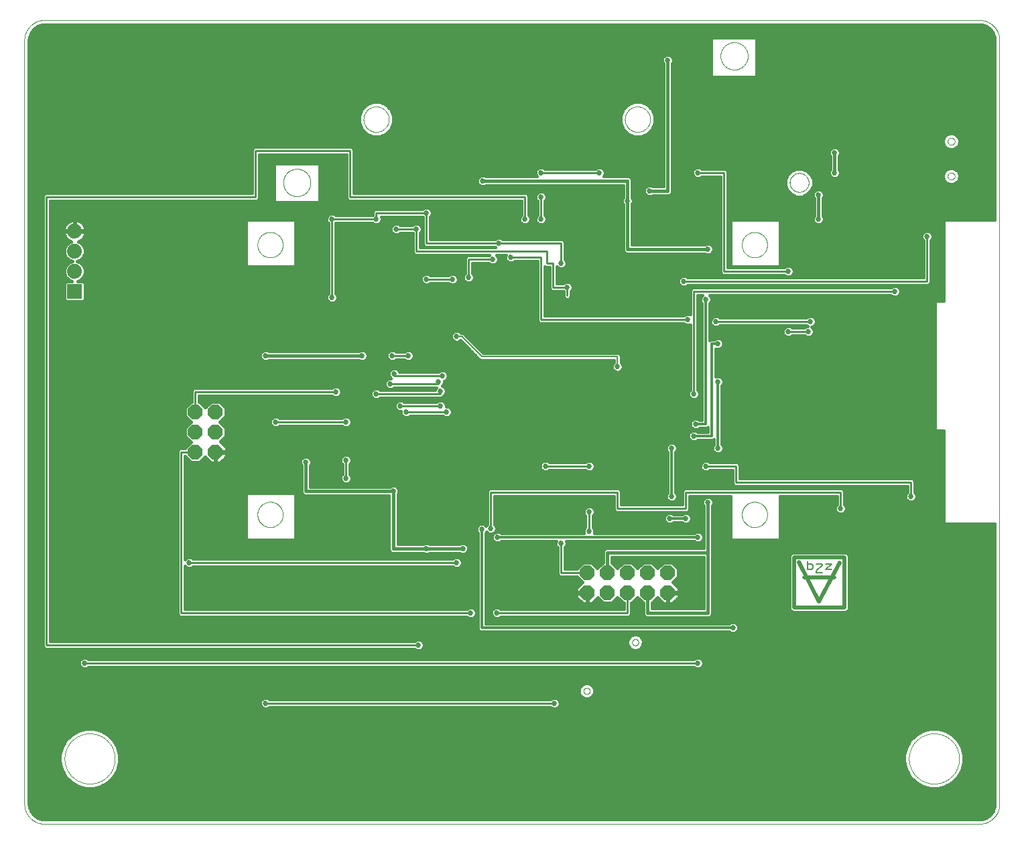
<source format=gbl>
G75*
%MOIN*%
%OFA0B0*%
%FSLAX25Y25*%
%IPPOS*%
%LPD*%
%AMOC8*
5,1,8,0,0,1.08239X$1,22.5*
%
%ADD10C,0.00000*%
%ADD11OC8,0.07400*%
%ADD12R,0.07400X0.07400*%
%ADD13C,0.07400*%
%ADD14C,0.00800*%
%ADD15C,0.02000*%
%ADD16C,0.01600*%
%ADD17C,0.02700*%
%ADD18C,0.01000*%
%ADD19C,0.01200*%
D10*
X0066595Y0088933D02*
X0531595Y0088933D01*
X0531837Y0088936D01*
X0532078Y0088945D01*
X0532319Y0088959D01*
X0532560Y0088980D01*
X0532800Y0089006D01*
X0533040Y0089038D01*
X0533279Y0089076D01*
X0533516Y0089119D01*
X0533753Y0089169D01*
X0533988Y0089224D01*
X0534222Y0089284D01*
X0534454Y0089351D01*
X0534685Y0089422D01*
X0534914Y0089500D01*
X0535141Y0089583D01*
X0535366Y0089671D01*
X0535589Y0089765D01*
X0535809Y0089864D01*
X0536027Y0089969D01*
X0536242Y0090078D01*
X0536455Y0090193D01*
X0536665Y0090313D01*
X0536871Y0090438D01*
X0537075Y0090568D01*
X0537276Y0090703D01*
X0537473Y0090843D01*
X0537667Y0090987D01*
X0537857Y0091136D01*
X0538043Y0091290D01*
X0538226Y0091448D01*
X0538405Y0091610D01*
X0538580Y0091777D01*
X0538751Y0091948D01*
X0538918Y0092123D01*
X0539080Y0092302D01*
X0539238Y0092485D01*
X0539392Y0092671D01*
X0539541Y0092861D01*
X0539685Y0093055D01*
X0539825Y0093252D01*
X0539960Y0093453D01*
X0540090Y0093657D01*
X0540215Y0093863D01*
X0540335Y0094073D01*
X0540450Y0094286D01*
X0540559Y0094501D01*
X0540664Y0094719D01*
X0540763Y0094939D01*
X0540857Y0095162D01*
X0540945Y0095387D01*
X0541028Y0095614D01*
X0541106Y0095843D01*
X0541177Y0096074D01*
X0541244Y0096306D01*
X0541304Y0096540D01*
X0541359Y0096775D01*
X0541409Y0097012D01*
X0541452Y0097249D01*
X0541490Y0097488D01*
X0541522Y0097728D01*
X0541548Y0097968D01*
X0541569Y0098209D01*
X0541583Y0098450D01*
X0541592Y0098691D01*
X0541595Y0098933D01*
X0541595Y0478933D01*
X0541592Y0479175D01*
X0541583Y0479416D01*
X0541569Y0479657D01*
X0541548Y0479898D01*
X0541522Y0480138D01*
X0541490Y0480378D01*
X0541452Y0480617D01*
X0541409Y0480854D01*
X0541359Y0481091D01*
X0541304Y0481326D01*
X0541244Y0481560D01*
X0541177Y0481792D01*
X0541106Y0482023D01*
X0541028Y0482252D01*
X0540945Y0482479D01*
X0540857Y0482704D01*
X0540763Y0482927D01*
X0540664Y0483147D01*
X0540559Y0483365D01*
X0540450Y0483580D01*
X0540335Y0483793D01*
X0540215Y0484003D01*
X0540090Y0484209D01*
X0539960Y0484413D01*
X0539825Y0484614D01*
X0539685Y0484811D01*
X0539541Y0485005D01*
X0539392Y0485195D01*
X0539238Y0485381D01*
X0539080Y0485564D01*
X0538918Y0485743D01*
X0538751Y0485918D01*
X0538580Y0486089D01*
X0538405Y0486256D01*
X0538226Y0486418D01*
X0538043Y0486576D01*
X0537857Y0486730D01*
X0537667Y0486879D01*
X0537473Y0487023D01*
X0537276Y0487163D01*
X0537075Y0487298D01*
X0536871Y0487428D01*
X0536665Y0487553D01*
X0536455Y0487673D01*
X0536242Y0487788D01*
X0536027Y0487897D01*
X0535809Y0488002D01*
X0535589Y0488101D01*
X0535366Y0488195D01*
X0535141Y0488283D01*
X0534914Y0488366D01*
X0534685Y0488444D01*
X0534454Y0488515D01*
X0534222Y0488582D01*
X0533988Y0488642D01*
X0533753Y0488697D01*
X0533516Y0488747D01*
X0533279Y0488790D01*
X0533040Y0488828D01*
X0532800Y0488860D01*
X0532560Y0488886D01*
X0532319Y0488907D01*
X0532078Y0488921D01*
X0531837Y0488930D01*
X0531595Y0488933D01*
X0066595Y0488933D01*
X0066353Y0488930D01*
X0066112Y0488921D01*
X0065871Y0488907D01*
X0065630Y0488886D01*
X0065390Y0488860D01*
X0065150Y0488828D01*
X0064911Y0488790D01*
X0064674Y0488747D01*
X0064437Y0488697D01*
X0064202Y0488642D01*
X0063968Y0488582D01*
X0063736Y0488515D01*
X0063505Y0488444D01*
X0063276Y0488366D01*
X0063049Y0488283D01*
X0062824Y0488195D01*
X0062601Y0488101D01*
X0062381Y0488002D01*
X0062163Y0487897D01*
X0061948Y0487788D01*
X0061735Y0487673D01*
X0061525Y0487553D01*
X0061319Y0487428D01*
X0061115Y0487298D01*
X0060914Y0487163D01*
X0060717Y0487023D01*
X0060523Y0486879D01*
X0060333Y0486730D01*
X0060147Y0486576D01*
X0059964Y0486418D01*
X0059785Y0486256D01*
X0059610Y0486089D01*
X0059439Y0485918D01*
X0059272Y0485743D01*
X0059110Y0485564D01*
X0058952Y0485381D01*
X0058798Y0485195D01*
X0058649Y0485005D01*
X0058505Y0484811D01*
X0058365Y0484614D01*
X0058230Y0484413D01*
X0058100Y0484209D01*
X0057975Y0484003D01*
X0057855Y0483793D01*
X0057740Y0483580D01*
X0057631Y0483365D01*
X0057526Y0483147D01*
X0057427Y0482927D01*
X0057333Y0482704D01*
X0057245Y0482479D01*
X0057162Y0482252D01*
X0057084Y0482023D01*
X0057013Y0481792D01*
X0056946Y0481560D01*
X0056886Y0481326D01*
X0056831Y0481091D01*
X0056781Y0480854D01*
X0056738Y0480617D01*
X0056700Y0480378D01*
X0056668Y0480138D01*
X0056642Y0479898D01*
X0056621Y0479657D01*
X0056607Y0479416D01*
X0056598Y0479175D01*
X0056595Y0478933D01*
X0056595Y0098933D01*
X0056598Y0098691D01*
X0056607Y0098450D01*
X0056621Y0098209D01*
X0056642Y0097968D01*
X0056668Y0097728D01*
X0056700Y0097488D01*
X0056738Y0097249D01*
X0056781Y0097012D01*
X0056831Y0096775D01*
X0056886Y0096540D01*
X0056946Y0096306D01*
X0057013Y0096074D01*
X0057084Y0095843D01*
X0057162Y0095614D01*
X0057245Y0095387D01*
X0057333Y0095162D01*
X0057427Y0094939D01*
X0057526Y0094719D01*
X0057631Y0094501D01*
X0057740Y0094286D01*
X0057855Y0094073D01*
X0057975Y0093863D01*
X0058100Y0093657D01*
X0058230Y0093453D01*
X0058365Y0093252D01*
X0058505Y0093055D01*
X0058649Y0092861D01*
X0058798Y0092671D01*
X0058952Y0092485D01*
X0059110Y0092302D01*
X0059272Y0092123D01*
X0059439Y0091948D01*
X0059610Y0091777D01*
X0059785Y0091610D01*
X0059964Y0091448D01*
X0060147Y0091290D01*
X0060333Y0091136D01*
X0060523Y0090987D01*
X0060717Y0090843D01*
X0060914Y0090703D01*
X0061115Y0090568D01*
X0061319Y0090438D01*
X0061525Y0090313D01*
X0061735Y0090193D01*
X0061948Y0090078D01*
X0062163Y0089969D01*
X0062381Y0089864D01*
X0062601Y0089765D01*
X0062824Y0089671D01*
X0063049Y0089583D01*
X0063276Y0089500D01*
X0063505Y0089422D01*
X0063736Y0089351D01*
X0063968Y0089284D01*
X0064202Y0089224D01*
X0064437Y0089169D01*
X0064674Y0089119D01*
X0064911Y0089076D01*
X0065150Y0089038D01*
X0065390Y0089006D01*
X0065630Y0088980D01*
X0065871Y0088959D01*
X0066112Y0088945D01*
X0066353Y0088936D01*
X0066595Y0088933D01*
X0076595Y0121433D02*
X0076599Y0121740D01*
X0076610Y0122046D01*
X0076629Y0122353D01*
X0076655Y0122658D01*
X0076689Y0122963D01*
X0076730Y0123267D01*
X0076779Y0123570D01*
X0076835Y0123872D01*
X0076899Y0124172D01*
X0076970Y0124470D01*
X0077048Y0124767D01*
X0077133Y0125062D01*
X0077226Y0125354D01*
X0077326Y0125644D01*
X0077433Y0125932D01*
X0077547Y0126217D01*
X0077667Y0126499D01*
X0077795Y0126777D01*
X0077930Y0127053D01*
X0078071Y0127325D01*
X0078219Y0127594D01*
X0078373Y0127859D01*
X0078534Y0128120D01*
X0078702Y0128378D01*
X0078875Y0128631D01*
X0079055Y0128879D01*
X0079241Y0129123D01*
X0079432Y0129363D01*
X0079630Y0129598D01*
X0079833Y0129827D01*
X0080042Y0130052D01*
X0080256Y0130272D01*
X0080476Y0130486D01*
X0080701Y0130695D01*
X0080930Y0130898D01*
X0081165Y0131096D01*
X0081405Y0131287D01*
X0081649Y0131473D01*
X0081897Y0131653D01*
X0082150Y0131826D01*
X0082408Y0131994D01*
X0082669Y0132155D01*
X0082934Y0132309D01*
X0083203Y0132457D01*
X0083475Y0132598D01*
X0083751Y0132733D01*
X0084029Y0132861D01*
X0084311Y0132981D01*
X0084596Y0133095D01*
X0084884Y0133202D01*
X0085174Y0133302D01*
X0085466Y0133395D01*
X0085761Y0133480D01*
X0086058Y0133558D01*
X0086356Y0133629D01*
X0086656Y0133693D01*
X0086958Y0133749D01*
X0087261Y0133798D01*
X0087565Y0133839D01*
X0087870Y0133873D01*
X0088175Y0133899D01*
X0088482Y0133918D01*
X0088788Y0133929D01*
X0089095Y0133933D01*
X0089402Y0133929D01*
X0089708Y0133918D01*
X0090015Y0133899D01*
X0090320Y0133873D01*
X0090625Y0133839D01*
X0090929Y0133798D01*
X0091232Y0133749D01*
X0091534Y0133693D01*
X0091834Y0133629D01*
X0092132Y0133558D01*
X0092429Y0133480D01*
X0092724Y0133395D01*
X0093016Y0133302D01*
X0093306Y0133202D01*
X0093594Y0133095D01*
X0093879Y0132981D01*
X0094161Y0132861D01*
X0094439Y0132733D01*
X0094715Y0132598D01*
X0094987Y0132457D01*
X0095256Y0132309D01*
X0095521Y0132155D01*
X0095782Y0131994D01*
X0096040Y0131826D01*
X0096293Y0131653D01*
X0096541Y0131473D01*
X0096785Y0131287D01*
X0097025Y0131096D01*
X0097260Y0130898D01*
X0097489Y0130695D01*
X0097714Y0130486D01*
X0097934Y0130272D01*
X0098148Y0130052D01*
X0098357Y0129827D01*
X0098560Y0129598D01*
X0098758Y0129363D01*
X0098949Y0129123D01*
X0099135Y0128879D01*
X0099315Y0128631D01*
X0099488Y0128378D01*
X0099656Y0128120D01*
X0099817Y0127859D01*
X0099971Y0127594D01*
X0100119Y0127325D01*
X0100260Y0127053D01*
X0100395Y0126777D01*
X0100523Y0126499D01*
X0100643Y0126217D01*
X0100757Y0125932D01*
X0100864Y0125644D01*
X0100964Y0125354D01*
X0101057Y0125062D01*
X0101142Y0124767D01*
X0101220Y0124470D01*
X0101291Y0124172D01*
X0101355Y0123872D01*
X0101411Y0123570D01*
X0101460Y0123267D01*
X0101501Y0122963D01*
X0101535Y0122658D01*
X0101561Y0122353D01*
X0101580Y0122046D01*
X0101591Y0121740D01*
X0101595Y0121433D01*
X0101591Y0121126D01*
X0101580Y0120820D01*
X0101561Y0120513D01*
X0101535Y0120208D01*
X0101501Y0119903D01*
X0101460Y0119599D01*
X0101411Y0119296D01*
X0101355Y0118994D01*
X0101291Y0118694D01*
X0101220Y0118396D01*
X0101142Y0118099D01*
X0101057Y0117804D01*
X0100964Y0117512D01*
X0100864Y0117222D01*
X0100757Y0116934D01*
X0100643Y0116649D01*
X0100523Y0116367D01*
X0100395Y0116089D01*
X0100260Y0115813D01*
X0100119Y0115541D01*
X0099971Y0115272D01*
X0099817Y0115007D01*
X0099656Y0114746D01*
X0099488Y0114488D01*
X0099315Y0114235D01*
X0099135Y0113987D01*
X0098949Y0113743D01*
X0098758Y0113503D01*
X0098560Y0113268D01*
X0098357Y0113039D01*
X0098148Y0112814D01*
X0097934Y0112594D01*
X0097714Y0112380D01*
X0097489Y0112171D01*
X0097260Y0111968D01*
X0097025Y0111770D01*
X0096785Y0111579D01*
X0096541Y0111393D01*
X0096293Y0111213D01*
X0096040Y0111040D01*
X0095782Y0110872D01*
X0095521Y0110711D01*
X0095256Y0110557D01*
X0094987Y0110409D01*
X0094715Y0110268D01*
X0094439Y0110133D01*
X0094161Y0110005D01*
X0093879Y0109885D01*
X0093594Y0109771D01*
X0093306Y0109664D01*
X0093016Y0109564D01*
X0092724Y0109471D01*
X0092429Y0109386D01*
X0092132Y0109308D01*
X0091834Y0109237D01*
X0091534Y0109173D01*
X0091232Y0109117D01*
X0090929Y0109068D01*
X0090625Y0109027D01*
X0090320Y0108993D01*
X0090015Y0108967D01*
X0089708Y0108948D01*
X0089402Y0108937D01*
X0089095Y0108933D01*
X0088788Y0108937D01*
X0088482Y0108948D01*
X0088175Y0108967D01*
X0087870Y0108993D01*
X0087565Y0109027D01*
X0087261Y0109068D01*
X0086958Y0109117D01*
X0086656Y0109173D01*
X0086356Y0109237D01*
X0086058Y0109308D01*
X0085761Y0109386D01*
X0085466Y0109471D01*
X0085174Y0109564D01*
X0084884Y0109664D01*
X0084596Y0109771D01*
X0084311Y0109885D01*
X0084029Y0110005D01*
X0083751Y0110133D01*
X0083475Y0110268D01*
X0083203Y0110409D01*
X0082934Y0110557D01*
X0082669Y0110711D01*
X0082408Y0110872D01*
X0082150Y0111040D01*
X0081897Y0111213D01*
X0081649Y0111393D01*
X0081405Y0111579D01*
X0081165Y0111770D01*
X0080930Y0111968D01*
X0080701Y0112171D01*
X0080476Y0112380D01*
X0080256Y0112594D01*
X0080042Y0112814D01*
X0079833Y0113039D01*
X0079630Y0113268D01*
X0079432Y0113503D01*
X0079241Y0113743D01*
X0079055Y0113987D01*
X0078875Y0114235D01*
X0078702Y0114488D01*
X0078534Y0114746D01*
X0078373Y0115007D01*
X0078219Y0115272D01*
X0078071Y0115541D01*
X0077930Y0115813D01*
X0077795Y0116089D01*
X0077667Y0116367D01*
X0077547Y0116649D01*
X0077433Y0116934D01*
X0077326Y0117222D01*
X0077226Y0117512D01*
X0077133Y0117804D01*
X0077048Y0118099D01*
X0076970Y0118396D01*
X0076899Y0118694D01*
X0076835Y0118994D01*
X0076779Y0119296D01*
X0076730Y0119599D01*
X0076689Y0119903D01*
X0076655Y0120208D01*
X0076629Y0120513D01*
X0076610Y0120820D01*
X0076599Y0121126D01*
X0076595Y0121433D01*
X0172540Y0242870D02*
X0172542Y0243028D01*
X0172548Y0243186D01*
X0172558Y0243344D01*
X0172572Y0243502D01*
X0172590Y0243659D01*
X0172611Y0243816D01*
X0172637Y0243972D01*
X0172667Y0244128D01*
X0172700Y0244283D01*
X0172738Y0244436D01*
X0172779Y0244589D01*
X0172824Y0244741D01*
X0172873Y0244892D01*
X0172926Y0245041D01*
X0172982Y0245189D01*
X0173042Y0245335D01*
X0173106Y0245480D01*
X0173174Y0245623D01*
X0173245Y0245765D01*
X0173319Y0245905D01*
X0173397Y0246042D01*
X0173479Y0246178D01*
X0173563Y0246312D01*
X0173652Y0246443D01*
X0173743Y0246572D01*
X0173838Y0246699D01*
X0173935Y0246824D01*
X0174036Y0246946D01*
X0174140Y0247065D01*
X0174247Y0247182D01*
X0174357Y0247296D01*
X0174470Y0247407D01*
X0174585Y0247516D01*
X0174703Y0247621D01*
X0174824Y0247723D01*
X0174947Y0247823D01*
X0175073Y0247919D01*
X0175201Y0248012D01*
X0175331Y0248102D01*
X0175464Y0248188D01*
X0175599Y0248272D01*
X0175735Y0248351D01*
X0175874Y0248428D01*
X0176015Y0248500D01*
X0176157Y0248570D01*
X0176301Y0248635D01*
X0176447Y0248697D01*
X0176594Y0248755D01*
X0176743Y0248810D01*
X0176893Y0248861D01*
X0177044Y0248908D01*
X0177196Y0248951D01*
X0177349Y0248990D01*
X0177504Y0249026D01*
X0177659Y0249057D01*
X0177815Y0249085D01*
X0177971Y0249109D01*
X0178128Y0249129D01*
X0178286Y0249145D01*
X0178443Y0249157D01*
X0178602Y0249165D01*
X0178760Y0249169D01*
X0178918Y0249169D01*
X0179076Y0249165D01*
X0179235Y0249157D01*
X0179392Y0249145D01*
X0179550Y0249129D01*
X0179707Y0249109D01*
X0179863Y0249085D01*
X0180019Y0249057D01*
X0180174Y0249026D01*
X0180329Y0248990D01*
X0180482Y0248951D01*
X0180634Y0248908D01*
X0180785Y0248861D01*
X0180935Y0248810D01*
X0181084Y0248755D01*
X0181231Y0248697D01*
X0181377Y0248635D01*
X0181521Y0248570D01*
X0181663Y0248500D01*
X0181804Y0248428D01*
X0181943Y0248351D01*
X0182079Y0248272D01*
X0182214Y0248188D01*
X0182347Y0248102D01*
X0182477Y0248012D01*
X0182605Y0247919D01*
X0182731Y0247823D01*
X0182854Y0247723D01*
X0182975Y0247621D01*
X0183093Y0247516D01*
X0183208Y0247407D01*
X0183321Y0247296D01*
X0183431Y0247182D01*
X0183538Y0247065D01*
X0183642Y0246946D01*
X0183743Y0246824D01*
X0183840Y0246699D01*
X0183935Y0246572D01*
X0184026Y0246443D01*
X0184115Y0246312D01*
X0184199Y0246178D01*
X0184281Y0246042D01*
X0184359Y0245905D01*
X0184433Y0245765D01*
X0184504Y0245623D01*
X0184572Y0245480D01*
X0184636Y0245335D01*
X0184696Y0245189D01*
X0184752Y0245041D01*
X0184805Y0244892D01*
X0184854Y0244741D01*
X0184899Y0244589D01*
X0184940Y0244436D01*
X0184978Y0244283D01*
X0185011Y0244128D01*
X0185041Y0243972D01*
X0185067Y0243816D01*
X0185088Y0243659D01*
X0185106Y0243502D01*
X0185120Y0243344D01*
X0185130Y0243186D01*
X0185136Y0243028D01*
X0185138Y0242870D01*
X0185136Y0242712D01*
X0185130Y0242554D01*
X0185120Y0242396D01*
X0185106Y0242238D01*
X0185088Y0242081D01*
X0185067Y0241924D01*
X0185041Y0241768D01*
X0185011Y0241612D01*
X0184978Y0241457D01*
X0184940Y0241304D01*
X0184899Y0241151D01*
X0184854Y0240999D01*
X0184805Y0240848D01*
X0184752Y0240699D01*
X0184696Y0240551D01*
X0184636Y0240405D01*
X0184572Y0240260D01*
X0184504Y0240117D01*
X0184433Y0239975D01*
X0184359Y0239835D01*
X0184281Y0239698D01*
X0184199Y0239562D01*
X0184115Y0239428D01*
X0184026Y0239297D01*
X0183935Y0239168D01*
X0183840Y0239041D01*
X0183743Y0238916D01*
X0183642Y0238794D01*
X0183538Y0238675D01*
X0183431Y0238558D01*
X0183321Y0238444D01*
X0183208Y0238333D01*
X0183093Y0238224D01*
X0182975Y0238119D01*
X0182854Y0238017D01*
X0182731Y0237917D01*
X0182605Y0237821D01*
X0182477Y0237728D01*
X0182347Y0237638D01*
X0182214Y0237552D01*
X0182079Y0237468D01*
X0181943Y0237389D01*
X0181804Y0237312D01*
X0181663Y0237240D01*
X0181521Y0237170D01*
X0181377Y0237105D01*
X0181231Y0237043D01*
X0181084Y0236985D01*
X0180935Y0236930D01*
X0180785Y0236879D01*
X0180634Y0236832D01*
X0180482Y0236789D01*
X0180329Y0236750D01*
X0180174Y0236714D01*
X0180019Y0236683D01*
X0179863Y0236655D01*
X0179707Y0236631D01*
X0179550Y0236611D01*
X0179392Y0236595D01*
X0179235Y0236583D01*
X0179076Y0236575D01*
X0178918Y0236571D01*
X0178760Y0236571D01*
X0178602Y0236575D01*
X0178443Y0236583D01*
X0178286Y0236595D01*
X0178128Y0236611D01*
X0177971Y0236631D01*
X0177815Y0236655D01*
X0177659Y0236683D01*
X0177504Y0236714D01*
X0177349Y0236750D01*
X0177196Y0236789D01*
X0177044Y0236832D01*
X0176893Y0236879D01*
X0176743Y0236930D01*
X0176594Y0236985D01*
X0176447Y0237043D01*
X0176301Y0237105D01*
X0176157Y0237170D01*
X0176015Y0237240D01*
X0175874Y0237312D01*
X0175735Y0237389D01*
X0175599Y0237468D01*
X0175464Y0237552D01*
X0175331Y0237638D01*
X0175201Y0237728D01*
X0175073Y0237821D01*
X0174947Y0237917D01*
X0174824Y0238017D01*
X0174703Y0238119D01*
X0174585Y0238224D01*
X0174470Y0238333D01*
X0174357Y0238444D01*
X0174247Y0238558D01*
X0174140Y0238675D01*
X0174036Y0238794D01*
X0173935Y0238916D01*
X0173838Y0239041D01*
X0173743Y0239168D01*
X0173652Y0239297D01*
X0173563Y0239428D01*
X0173479Y0239562D01*
X0173397Y0239698D01*
X0173319Y0239835D01*
X0173245Y0239975D01*
X0173174Y0240117D01*
X0173106Y0240260D01*
X0173042Y0240405D01*
X0172982Y0240551D01*
X0172926Y0240699D01*
X0172873Y0240848D01*
X0172824Y0240999D01*
X0172779Y0241151D01*
X0172738Y0241304D01*
X0172700Y0241457D01*
X0172667Y0241612D01*
X0172637Y0241768D01*
X0172611Y0241924D01*
X0172590Y0242081D01*
X0172572Y0242238D01*
X0172558Y0242396D01*
X0172548Y0242554D01*
X0172542Y0242712D01*
X0172540Y0242870D01*
X0172540Y0377122D02*
X0172542Y0377280D01*
X0172548Y0377438D01*
X0172558Y0377596D01*
X0172572Y0377754D01*
X0172590Y0377911D01*
X0172611Y0378068D01*
X0172637Y0378224D01*
X0172667Y0378380D01*
X0172700Y0378535D01*
X0172738Y0378688D01*
X0172779Y0378841D01*
X0172824Y0378993D01*
X0172873Y0379144D01*
X0172926Y0379293D01*
X0172982Y0379441D01*
X0173042Y0379587D01*
X0173106Y0379732D01*
X0173174Y0379875D01*
X0173245Y0380017D01*
X0173319Y0380157D01*
X0173397Y0380294D01*
X0173479Y0380430D01*
X0173563Y0380564D01*
X0173652Y0380695D01*
X0173743Y0380824D01*
X0173838Y0380951D01*
X0173935Y0381076D01*
X0174036Y0381198D01*
X0174140Y0381317D01*
X0174247Y0381434D01*
X0174357Y0381548D01*
X0174470Y0381659D01*
X0174585Y0381768D01*
X0174703Y0381873D01*
X0174824Y0381975D01*
X0174947Y0382075D01*
X0175073Y0382171D01*
X0175201Y0382264D01*
X0175331Y0382354D01*
X0175464Y0382440D01*
X0175599Y0382524D01*
X0175735Y0382603D01*
X0175874Y0382680D01*
X0176015Y0382752D01*
X0176157Y0382822D01*
X0176301Y0382887D01*
X0176447Y0382949D01*
X0176594Y0383007D01*
X0176743Y0383062D01*
X0176893Y0383113D01*
X0177044Y0383160D01*
X0177196Y0383203D01*
X0177349Y0383242D01*
X0177504Y0383278D01*
X0177659Y0383309D01*
X0177815Y0383337D01*
X0177971Y0383361D01*
X0178128Y0383381D01*
X0178286Y0383397D01*
X0178443Y0383409D01*
X0178602Y0383417D01*
X0178760Y0383421D01*
X0178918Y0383421D01*
X0179076Y0383417D01*
X0179235Y0383409D01*
X0179392Y0383397D01*
X0179550Y0383381D01*
X0179707Y0383361D01*
X0179863Y0383337D01*
X0180019Y0383309D01*
X0180174Y0383278D01*
X0180329Y0383242D01*
X0180482Y0383203D01*
X0180634Y0383160D01*
X0180785Y0383113D01*
X0180935Y0383062D01*
X0181084Y0383007D01*
X0181231Y0382949D01*
X0181377Y0382887D01*
X0181521Y0382822D01*
X0181663Y0382752D01*
X0181804Y0382680D01*
X0181943Y0382603D01*
X0182079Y0382524D01*
X0182214Y0382440D01*
X0182347Y0382354D01*
X0182477Y0382264D01*
X0182605Y0382171D01*
X0182731Y0382075D01*
X0182854Y0381975D01*
X0182975Y0381873D01*
X0183093Y0381768D01*
X0183208Y0381659D01*
X0183321Y0381548D01*
X0183431Y0381434D01*
X0183538Y0381317D01*
X0183642Y0381198D01*
X0183743Y0381076D01*
X0183840Y0380951D01*
X0183935Y0380824D01*
X0184026Y0380695D01*
X0184115Y0380564D01*
X0184199Y0380430D01*
X0184281Y0380294D01*
X0184359Y0380157D01*
X0184433Y0380017D01*
X0184504Y0379875D01*
X0184572Y0379732D01*
X0184636Y0379587D01*
X0184696Y0379441D01*
X0184752Y0379293D01*
X0184805Y0379144D01*
X0184854Y0378993D01*
X0184899Y0378841D01*
X0184940Y0378688D01*
X0184978Y0378535D01*
X0185011Y0378380D01*
X0185041Y0378224D01*
X0185067Y0378068D01*
X0185088Y0377911D01*
X0185106Y0377754D01*
X0185120Y0377596D01*
X0185130Y0377438D01*
X0185136Y0377280D01*
X0185138Y0377122D01*
X0185136Y0376964D01*
X0185130Y0376806D01*
X0185120Y0376648D01*
X0185106Y0376490D01*
X0185088Y0376333D01*
X0185067Y0376176D01*
X0185041Y0376020D01*
X0185011Y0375864D01*
X0184978Y0375709D01*
X0184940Y0375556D01*
X0184899Y0375403D01*
X0184854Y0375251D01*
X0184805Y0375100D01*
X0184752Y0374951D01*
X0184696Y0374803D01*
X0184636Y0374657D01*
X0184572Y0374512D01*
X0184504Y0374369D01*
X0184433Y0374227D01*
X0184359Y0374087D01*
X0184281Y0373950D01*
X0184199Y0373814D01*
X0184115Y0373680D01*
X0184026Y0373549D01*
X0183935Y0373420D01*
X0183840Y0373293D01*
X0183743Y0373168D01*
X0183642Y0373046D01*
X0183538Y0372927D01*
X0183431Y0372810D01*
X0183321Y0372696D01*
X0183208Y0372585D01*
X0183093Y0372476D01*
X0182975Y0372371D01*
X0182854Y0372269D01*
X0182731Y0372169D01*
X0182605Y0372073D01*
X0182477Y0371980D01*
X0182347Y0371890D01*
X0182214Y0371804D01*
X0182079Y0371720D01*
X0181943Y0371641D01*
X0181804Y0371564D01*
X0181663Y0371492D01*
X0181521Y0371422D01*
X0181377Y0371357D01*
X0181231Y0371295D01*
X0181084Y0371237D01*
X0180935Y0371182D01*
X0180785Y0371131D01*
X0180634Y0371084D01*
X0180482Y0371041D01*
X0180329Y0371002D01*
X0180174Y0370966D01*
X0180019Y0370935D01*
X0179863Y0370907D01*
X0179707Y0370883D01*
X0179550Y0370863D01*
X0179392Y0370847D01*
X0179235Y0370835D01*
X0179076Y0370827D01*
X0178918Y0370823D01*
X0178760Y0370823D01*
X0178602Y0370827D01*
X0178443Y0370835D01*
X0178286Y0370847D01*
X0178128Y0370863D01*
X0177971Y0370883D01*
X0177815Y0370907D01*
X0177659Y0370935D01*
X0177504Y0370966D01*
X0177349Y0371002D01*
X0177196Y0371041D01*
X0177044Y0371084D01*
X0176893Y0371131D01*
X0176743Y0371182D01*
X0176594Y0371237D01*
X0176447Y0371295D01*
X0176301Y0371357D01*
X0176157Y0371422D01*
X0176015Y0371492D01*
X0175874Y0371564D01*
X0175735Y0371641D01*
X0175599Y0371720D01*
X0175464Y0371804D01*
X0175331Y0371890D01*
X0175201Y0371980D01*
X0175073Y0372073D01*
X0174947Y0372169D01*
X0174824Y0372269D01*
X0174703Y0372371D01*
X0174585Y0372476D01*
X0174470Y0372585D01*
X0174357Y0372696D01*
X0174247Y0372810D01*
X0174140Y0372927D01*
X0174036Y0373046D01*
X0173935Y0373168D01*
X0173838Y0373293D01*
X0173743Y0373420D01*
X0173652Y0373549D01*
X0173563Y0373680D01*
X0173479Y0373814D01*
X0173397Y0373950D01*
X0173319Y0374087D01*
X0173245Y0374227D01*
X0173174Y0374369D01*
X0173106Y0374512D01*
X0173042Y0374657D01*
X0172982Y0374803D01*
X0172926Y0374951D01*
X0172873Y0375100D01*
X0172824Y0375251D01*
X0172779Y0375403D01*
X0172738Y0375556D01*
X0172700Y0375709D01*
X0172667Y0375864D01*
X0172637Y0376020D01*
X0172611Y0376176D01*
X0172590Y0376333D01*
X0172572Y0376490D01*
X0172558Y0376648D01*
X0172548Y0376806D01*
X0172542Y0376964D01*
X0172540Y0377122D01*
X0185345Y0408083D02*
X0185347Y0408250D01*
X0185353Y0408417D01*
X0185363Y0408583D01*
X0185378Y0408750D01*
X0185396Y0408915D01*
X0185419Y0409081D01*
X0185445Y0409246D01*
X0185476Y0409410D01*
X0185510Y0409573D01*
X0185549Y0409735D01*
X0185591Y0409897D01*
X0185638Y0410057D01*
X0185688Y0410216D01*
X0185743Y0410374D01*
X0185801Y0410530D01*
X0185863Y0410685D01*
X0185928Y0410839D01*
X0185998Y0410990D01*
X0186071Y0411140D01*
X0186148Y0411288D01*
X0186228Y0411435D01*
X0186312Y0411579D01*
X0186400Y0411721D01*
X0186491Y0411861D01*
X0186585Y0411998D01*
X0186683Y0412134D01*
X0186784Y0412267D01*
X0186889Y0412397D01*
X0186996Y0412525D01*
X0187107Y0412650D01*
X0187220Y0412772D01*
X0187337Y0412891D01*
X0187456Y0413008D01*
X0187578Y0413121D01*
X0187703Y0413232D01*
X0187831Y0413339D01*
X0187961Y0413444D01*
X0188094Y0413545D01*
X0188230Y0413643D01*
X0188367Y0413737D01*
X0188507Y0413828D01*
X0188649Y0413916D01*
X0188793Y0414000D01*
X0188940Y0414080D01*
X0189088Y0414157D01*
X0189238Y0414230D01*
X0189389Y0414300D01*
X0189543Y0414365D01*
X0189698Y0414427D01*
X0189854Y0414485D01*
X0190012Y0414540D01*
X0190171Y0414590D01*
X0190331Y0414637D01*
X0190493Y0414679D01*
X0190655Y0414718D01*
X0190818Y0414752D01*
X0190982Y0414783D01*
X0191147Y0414809D01*
X0191313Y0414832D01*
X0191478Y0414850D01*
X0191645Y0414865D01*
X0191811Y0414875D01*
X0191978Y0414881D01*
X0192145Y0414883D01*
X0192312Y0414881D01*
X0192479Y0414875D01*
X0192645Y0414865D01*
X0192812Y0414850D01*
X0192977Y0414832D01*
X0193143Y0414809D01*
X0193308Y0414783D01*
X0193472Y0414752D01*
X0193635Y0414718D01*
X0193797Y0414679D01*
X0193959Y0414637D01*
X0194119Y0414590D01*
X0194278Y0414540D01*
X0194436Y0414485D01*
X0194592Y0414427D01*
X0194747Y0414365D01*
X0194901Y0414300D01*
X0195052Y0414230D01*
X0195202Y0414157D01*
X0195350Y0414080D01*
X0195497Y0414000D01*
X0195641Y0413916D01*
X0195783Y0413828D01*
X0195923Y0413737D01*
X0196060Y0413643D01*
X0196196Y0413545D01*
X0196329Y0413444D01*
X0196459Y0413339D01*
X0196587Y0413232D01*
X0196712Y0413121D01*
X0196834Y0413008D01*
X0196953Y0412891D01*
X0197070Y0412772D01*
X0197183Y0412650D01*
X0197294Y0412525D01*
X0197401Y0412397D01*
X0197506Y0412267D01*
X0197607Y0412134D01*
X0197705Y0411998D01*
X0197799Y0411861D01*
X0197890Y0411721D01*
X0197978Y0411579D01*
X0198062Y0411435D01*
X0198142Y0411288D01*
X0198219Y0411140D01*
X0198292Y0410990D01*
X0198362Y0410839D01*
X0198427Y0410685D01*
X0198489Y0410530D01*
X0198547Y0410374D01*
X0198602Y0410216D01*
X0198652Y0410057D01*
X0198699Y0409897D01*
X0198741Y0409735D01*
X0198780Y0409573D01*
X0198814Y0409410D01*
X0198845Y0409246D01*
X0198871Y0409081D01*
X0198894Y0408915D01*
X0198912Y0408750D01*
X0198927Y0408583D01*
X0198937Y0408417D01*
X0198943Y0408250D01*
X0198945Y0408083D01*
X0198943Y0407916D01*
X0198937Y0407749D01*
X0198927Y0407583D01*
X0198912Y0407416D01*
X0198894Y0407251D01*
X0198871Y0407085D01*
X0198845Y0406920D01*
X0198814Y0406756D01*
X0198780Y0406593D01*
X0198741Y0406431D01*
X0198699Y0406269D01*
X0198652Y0406109D01*
X0198602Y0405950D01*
X0198547Y0405792D01*
X0198489Y0405636D01*
X0198427Y0405481D01*
X0198362Y0405327D01*
X0198292Y0405176D01*
X0198219Y0405026D01*
X0198142Y0404878D01*
X0198062Y0404731D01*
X0197978Y0404587D01*
X0197890Y0404445D01*
X0197799Y0404305D01*
X0197705Y0404168D01*
X0197607Y0404032D01*
X0197506Y0403899D01*
X0197401Y0403769D01*
X0197294Y0403641D01*
X0197183Y0403516D01*
X0197070Y0403394D01*
X0196953Y0403275D01*
X0196834Y0403158D01*
X0196712Y0403045D01*
X0196587Y0402934D01*
X0196459Y0402827D01*
X0196329Y0402722D01*
X0196196Y0402621D01*
X0196060Y0402523D01*
X0195923Y0402429D01*
X0195783Y0402338D01*
X0195641Y0402250D01*
X0195497Y0402166D01*
X0195350Y0402086D01*
X0195202Y0402009D01*
X0195052Y0401936D01*
X0194901Y0401866D01*
X0194747Y0401801D01*
X0194592Y0401739D01*
X0194436Y0401681D01*
X0194278Y0401626D01*
X0194119Y0401576D01*
X0193959Y0401529D01*
X0193797Y0401487D01*
X0193635Y0401448D01*
X0193472Y0401414D01*
X0193308Y0401383D01*
X0193143Y0401357D01*
X0192977Y0401334D01*
X0192812Y0401316D01*
X0192645Y0401301D01*
X0192479Y0401291D01*
X0192312Y0401285D01*
X0192145Y0401283D01*
X0191978Y0401285D01*
X0191811Y0401291D01*
X0191645Y0401301D01*
X0191478Y0401316D01*
X0191313Y0401334D01*
X0191147Y0401357D01*
X0190982Y0401383D01*
X0190818Y0401414D01*
X0190655Y0401448D01*
X0190493Y0401487D01*
X0190331Y0401529D01*
X0190171Y0401576D01*
X0190012Y0401626D01*
X0189854Y0401681D01*
X0189698Y0401739D01*
X0189543Y0401801D01*
X0189389Y0401866D01*
X0189238Y0401936D01*
X0189088Y0402009D01*
X0188940Y0402086D01*
X0188793Y0402166D01*
X0188649Y0402250D01*
X0188507Y0402338D01*
X0188367Y0402429D01*
X0188230Y0402523D01*
X0188094Y0402621D01*
X0187961Y0402722D01*
X0187831Y0402827D01*
X0187703Y0402934D01*
X0187578Y0403045D01*
X0187456Y0403158D01*
X0187337Y0403275D01*
X0187220Y0403394D01*
X0187107Y0403516D01*
X0186996Y0403641D01*
X0186889Y0403769D01*
X0186784Y0403899D01*
X0186683Y0404032D01*
X0186585Y0404168D01*
X0186491Y0404305D01*
X0186400Y0404445D01*
X0186312Y0404587D01*
X0186228Y0404731D01*
X0186148Y0404878D01*
X0186071Y0405026D01*
X0185998Y0405176D01*
X0185928Y0405327D01*
X0185863Y0405481D01*
X0185801Y0405636D01*
X0185743Y0405792D01*
X0185688Y0405950D01*
X0185638Y0406109D01*
X0185591Y0406269D01*
X0185549Y0406431D01*
X0185510Y0406593D01*
X0185476Y0406756D01*
X0185445Y0406920D01*
X0185419Y0407085D01*
X0185396Y0407251D01*
X0185378Y0407416D01*
X0185363Y0407583D01*
X0185353Y0407749D01*
X0185347Y0407916D01*
X0185345Y0408083D01*
X0225296Y0439583D02*
X0225298Y0439741D01*
X0225304Y0439899D01*
X0225314Y0440057D01*
X0225328Y0440215D01*
X0225346Y0440372D01*
X0225367Y0440529D01*
X0225393Y0440685D01*
X0225423Y0440841D01*
X0225456Y0440996D01*
X0225494Y0441149D01*
X0225535Y0441302D01*
X0225580Y0441454D01*
X0225629Y0441605D01*
X0225682Y0441754D01*
X0225738Y0441902D01*
X0225798Y0442048D01*
X0225862Y0442193D01*
X0225930Y0442336D01*
X0226001Y0442478D01*
X0226075Y0442618D01*
X0226153Y0442755D01*
X0226235Y0442891D01*
X0226319Y0443025D01*
X0226408Y0443156D01*
X0226499Y0443285D01*
X0226594Y0443412D01*
X0226691Y0443537D01*
X0226792Y0443659D01*
X0226896Y0443778D01*
X0227003Y0443895D01*
X0227113Y0444009D01*
X0227226Y0444120D01*
X0227341Y0444229D01*
X0227459Y0444334D01*
X0227580Y0444436D01*
X0227703Y0444536D01*
X0227829Y0444632D01*
X0227957Y0444725D01*
X0228087Y0444815D01*
X0228220Y0444901D01*
X0228355Y0444985D01*
X0228491Y0445064D01*
X0228630Y0445141D01*
X0228771Y0445213D01*
X0228913Y0445283D01*
X0229057Y0445348D01*
X0229203Y0445410D01*
X0229350Y0445468D01*
X0229499Y0445523D01*
X0229649Y0445574D01*
X0229800Y0445621D01*
X0229952Y0445664D01*
X0230105Y0445703D01*
X0230260Y0445739D01*
X0230415Y0445770D01*
X0230571Y0445798D01*
X0230727Y0445822D01*
X0230884Y0445842D01*
X0231042Y0445858D01*
X0231199Y0445870D01*
X0231358Y0445878D01*
X0231516Y0445882D01*
X0231674Y0445882D01*
X0231832Y0445878D01*
X0231991Y0445870D01*
X0232148Y0445858D01*
X0232306Y0445842D01*
X0232463Y0445822D01*
X0232619Y0445798D01*
X0232775Y0445770D01*
X0232930Y0445739D01*
X0233085Y0445703D01*
X0233238Y0445664D01*
X0233390Y0445621D01*
X0233541Y0445574D01*
X0233691Y0445523D01*
X0233840Y0445468D01*
X0233987Y0445410D01*
X0234133Y0445348D01*
X0234277Y0445283D01*
X0234419Y0445213D01*
X0234560Y0445141D01*
X0234699Y0445064D01*
X0234835Y0444985D01*
X0234970Y0444901D01*
X0235103Y0444815D01*
X0235233Y0444725D01*
X0235361Y0444632D01*
X0235487Y0444536D01*
X0235610Y0444436D01*
X0235731Y0444334D01*
X0235849Y0444229D01*
X0235964Y0444120D01*
X0236077Y0444009D01*
X0236187Y0443895D01*
X0236294Y0443778D01*
X0236398Y0443659D01*
X0236499Y0443537D01*
X0236596Y0443412D01*
X0236691Y0443285D01*
X0236782Y0443156D01*
X0236871Y0443025D01*
X0236955Y0442891D01*
X0237037Y0442755D01*
X0237115Y0442618D01*
X0237189Y0442478D01*
X0237260Y0442336D01*
X0237328Y0442193D01*
X0237392Y0442048D01*
X0237452Y0441902D01*
X0237508Y0441754D01*
X0237561Y0441605D01*
X0237610Y0441454D01*
X0237655Y0441302D01*
X0237696Y0441149D01*
X0237734Y0440996D01*
X0237767Y0440841D01*
X0237797Y0440685D01*
X0237823Y0440529D01*
X0237844Y0440372D01*
X0237862Y0440215D01*
X0237876Y0440057D01*
X0237886Y0439899D01*
X0237892Y0439741D01*
X0237894Y0439583D01*
X0237892Y0439425D01*
X0237886Y0439267D01*
X0237876Y0439109D01*
X0237862Y0438951D01*
X0237844Y0438794D01*
X0237823Y0438637D01*
X0237797Y0438481D01*
X0237767Y0438325D01*
X0237734Y0438170D01*
X0237696Y0438017D01*
X0237655Y0437864D01*
X0237610Y0437712D01*
X0237561Y0437561D01*
X0237508Y0437412D01*
X0237452Y0437264D01*
X0237392Y0437118D01*
X0237328Y0436973D01*
X0237260Y0436830D01*
X0237189Y0436688D01*
X0237115Y0436548D01*
X0237037Y0436411D01*
X0236955Y0436275D01*
X0236871Y0436141D01*
X0236782Y0436010D01*
X0236691Y0435881D01*
X0236596Y0435754D01*
X0236499Y0435629D01*
X0236398Y0435507D01*
X0236294Y0435388D01*
X0236187Y0435271D01*
X0236077Y0435157D01*
X0235964Y0435046D01*
X0235849Y0434937D01*
X0235731Y0434832D01*
X0235610Y0434730D01*
X0235487Y0434630D01*
X0235361Y0434534D01*
X0235233Y0434441D01*
X0235103Y0434351D01*
X0234970Y0434265D01*
X0234835Y0434181D01*
X0234699Y0434102D01*
X0234560Y0434025D01*
X0234419Y0433953D01*
X0234277Y0433883D01*
X0234133Y0433818D01*
X0233987Y0433756D01*
X0233840Y0433698D01*
X0233691Y0433643D01*
X0233541Y0433592D01*
X0233390Y0433545D01*
X0233238Y0433502D01*
X0233085Y0433463D01*
X0232930Y0433427D01*
X0232775Y0433396D01*
X0232619Y0433368D01*
X0232463Y0433344D01*
X0232306Y0433324D01*
X0232148Y0433308D01*
X0231991Y0433296D01*
X0231832Y0433288D01*
X0231674Y0433284D01*
X0231516Y0433284D01*
X0231358Y0433288D01*
X0231199Y0433296D01*
X0231042Y0433308D01*
X0230884Y0433324D01*
X0230727Y0433344D01*
X0230571Y0433368D01*
X0230415Y0433396D01*
X0230260Y0433427D01*
X0230105Y0433463D01*
X0229952Y0433502D01*
X0229800Y0433545D01*
X0229649Y0433592D01*
X0229499Y0433643D01*
X0229350Y0433698D01*
X0229203Y0433756D01*
X0229057Y0433818D01*
X0228913Y0433883D01*
X0228771Y0433953D01*
X0228630Y0434025D01*
X0228491Y0434102D01*
X0228355Y0434181D01*
X0228220Y0434265D01*
X0228087Y0434351D01*
X0227957Y0434441D01*
X0227829Y0434534D01*
X0227703Y0434630D01*
X0227580Y0434730D01*
X0227459Y0434832D01*
X0227341Y0434937D01*
X0227226Y0435046D01*
X0227113Y0435157D01*
X0227003Y0435271D01*
X0226896Y0435388D01*
X0226792Y0435507D01*
X0226691Y0435629D01*
X0226594Y0435754D01*
X0226499Y0435881D01*
X0226408Y0436010D01*
X0226319Y0436141D01*
X0226235Y0436275D01*
X0226153Y0436411D01*
X0226075Y0436548D01*
X0226001Y0436688D01*
X0225930Y0436830D01*
X0225862Y0436973D01*
X0225798Y0437118D01*
X0225738Y0437264D01*
X0225682Y0437412D01*
X0225629Y0437561D01*
X0225580Y0437712D01*
X0225535Y0437864D01*
X0225494Y0438017D01*
X0225456Y0438170D01*
X0225423Y0438325D01*
X0225393Y0438481D01*
X0225367Y0438637D01*
X0225346Y0438794D01*
X0225328Y0438951D01*
X0225314Y0439109D01*
X0225304Y0439267D01*
X0225298Y0439425D01*
X0225296Y0439583D01*
X0355296Y0439583D02*
X0355298Y0439741D01*
X0355304Y0439899D01*
X0355314Y0440057D01*
X0355328Y0440215D01*
X0355346Y0440372D01*
X0355367Y0440529D01*
X0355393Y0440685D01*
X0355423Y0440841D01*
X0355456Y0440996D01*
X0355494Y0441149D01*
X0355535Y0441302D01*
X0355580Y0441454D01*
X0355629Y0441605D01*
X0355682Y0441754D01*
X0355738Y0441902D01*
X0355798Y0442048D01*
X0355862Y0442193D01*
X0355930Y0442336D01*
X0356001Y0442478D01*
X0356075Y0442618D01*
X0356153Y0442755D01*
X0356235Y0442891D01*
X0356319Y0443025D01*
X0356408Y0443156D01*
X0356499Y0443285D01*
X0356594Y0443412D01*
X0356691Y0443537D01*
X0356792Y0443659D01*
X0356896Y0443778D01*
X0357003Y0443895D01*
X0357113Y0444009D01*
X0357226Y0444120D01*
X0357341Y0444229D01*
X0357459Y0444334D01*
X0357580Y0444436D01*
X0357703Y0444536D01*
X0357829Y0444632D01*
X0357957Y0444725D01*
X0358087Y0444815D01*
X0358220Y0444901D01*
X0358355Y0444985D01*
X0358491Y0445064D01*
X0358630Y0445141D01*
X0358771Y0445213D01*
X0358913Y0445283D01*
X0359057Y0445348D01*
X0359203Y0445410D01*
X0359350Y0445468D01*
X0359499Y0445523D01*
X0359649Y0445574D01*
X0359800Y0445621D01*
X0359952Y0445664D01*
X0360105Y0445703D01*
X0360260Y0445739D01*
X0360415Y0445770D01*
X0360571Y0445798D01*
X0360727Y0445822D01*
X0360884Y0445842D01*
X0361042Y0445858D01*
X0361199Y0445870D01*
X0361358Y0445878D01*
X0361516Y0445882D01*
X0361674Y0445882D01*
X0361832Y0445878D01*
X0361991Y0445870D01*
X0362148Y0445858D01*
X0362306Y0445842D01*
X0362463Y0445822D01*
X0362619Y0445798D01*
X0362775Y0445770D01*
X0362930Y0445739D01*
X0363085Y0445703D01*
X0363238Y0445664D01*
X0363390Y0445621D01*
X0363541Y0445574D01*
X0363691Y0445523D01*
X0363840Y0445468D01*
X0363987Y0445410D01*
X0364133Y0445348D01*
X0364277Y0445283D01*
X0364419Y0445213D01*
X0364560Y0445141D01*
X0364699Y0445064D01*
X0364835Y0444985D01*
X0364970Y0444901D01*
X0365103Y0444815D01*
X0365233Y0444725D01*
X0365361Y0444632D01*
X0365487Y0444536D01*
X0365610Y0444436D01*
X0365731Y0444334D01*
X0365849Y0444229D01*
X0365964Y0444120D01*
X0366077Y0444009D01*
X0366187Y0443895D01*
X0366294Y0443778D01*
X0366398Y0443659D01*
X0366499Y0443537D01*
X0366596Y0443412D01*
X0366691Y0443285D01*
X0366782Y0443156D01*
X0366871Y0443025D01*
X0366955Y0442891D01*
X0367037Y0442755D01*
X0367115Y0442618D01*
X0367189Y0442478D01*
X0367260Y0442336D01*
X0367328Y0442193D01*
X0367392Y0442048D01*
X0367452Y0441902D01*
X0367508Y0441754D01*
X0367561Y0441605D01*
X0367610Y0441454D01*
X0367655Y0441302D01*
X0367696Y0441149D01*
X0367734Y0440996D01*
X0367767Y0440841D01*
X0367797Y0440685D01*
X0367823Y0440529D01*
X0367844Y0440372D01*
X0367862Y0440215D01*
X0367876Y0440057D01*
X0367886Y0439899D01*
X0367892Y0439741D01*
X0367894Y0439583D01*
X0367892Y0439425D01*
X0367886Y0439267D01*
X0367876Y0439109D01*
X0367862Y0438951D01*
X0367844Y0438794D01*
X0367823Y0438637D01*
X0367797Y0438481D01*
X0367767Y0438325D01*
X0367734Y0438170D01*
X0367696Y0438017D01*
X0367655Y0437864D01*
X0367610Y0437712D01*
X0367561Y0437561D01*
X0367508Y0437412D01*
X0367452Y0437264D01*
X0367392Y0437118D01*
X0367328Y0436973D01*
X0367260Y0436830D01*
X0367189Y0436688D01*
X0367115Y0436548D01*
X0367037Y0436411D01*
X0366955Y0436275D01*
X0366871Y0436141D01*
X0366782Y0436010D01*
X0366691Y0435881D01*
X0366596Y0435754D01*
X0366499Y0435629D01*
X0366398Y0435507D01*
X0366294Y0435388D01*
X0366187Y0435271D01*
X0366077Y0435157D01*
X0365964Y0435046D01*
X0365849Y0434937D01*
X0365731Y0434832D01*
X0365610Y0434730D01*
X0365487Y0434630D01*
X0365361Y0434534D01*
X0365233Y0434441D01*
X0365103Y0434351D01*
X0364970Y0434265D01*
X0364835Y0434181D01*
X0364699Y0434102D01*
X0364560Y0434025D01*
X0364419Y0433953D01*
X0364277Y0433883D01*
X0364133Y0433818D01*
X0363987Y0433756D01*
X0363840Y0433698D01*
X0363691Y0433643D01*
X0363541Y0433592D01*
X0363390Y0433545D01*
X0363238Y0433502D01*
X0363085Y0433463D01*
X0362930Y0433427D01*
X0362775Y0433396D01*
X0362619Y0433368D01*
X0362463Y0433344D01*
X0362306Y0433324D01*
X0362148Y0433308D01*
X0361991Y0433296D01*
X0361832Y0433288D01*
X0361674Y0433284D01*
X0361516Y0433284D01*
X0361358Y0433288D01*
X0361199Y0433296D01*
X0361042Y0433308D01*
X0360884Y0433324D01*
X0360727Y0433344D01*
X0360571Y0433368D01*
X0360415Y0433396D01*
X0360260Y0433427D01*
X0360105Y0433463D01*
X0359952Y0433502D01*
X0359800Y0433545D01*
X0359649Y0433592D01*
X0359499Y0433643D01*
X0359350Y0433698D01*
X0359203Y0433756D01*
X0359057Y0433818D01*
X0358913Y0433883D01*
X0358771Y0433953D01*
X0358630Y0434025D01*
X0358491Y0434102D01*
X0358355Y0434181D01*
X0358220Y0434265D01*
X0358087Y0434351D01*
X0357957Y0434441D01*
X0357829Y0434534D01*
X0357703Y0434630D01*
X0357580Y0434730D01*
X0357459Y0434832D01*
X0357341Y0434937D01*
X0357226Y0435046D01*
X0357113Y0435157D01*
X0357003Y0435271D01*
X0356896Y0435388D01*
X0356792Y0435507D01*
X0356691Y0435629D01*
X0356594Y0435754D01*
X0356499Y0435881D01*
X0356408Y0436010D01*
X0356319Y0436141D01*
X0356235Y0436275D01*
X0356153Y0436411D01*
X0356075Y0436548D01*
X0356001Y0436688D01*
X0355930Y0436830D01*
X0355862Y0436973D01*
X0355798Y0437118D01*
X0355738Y0437264D01*
X0355682Y0437412D01*
X0355629Y0437561D01*
X0355580Y0437712D01*
X0355535Y0437864D01*
X0355494Y0438017D01*
X0355456Y0438170D01*
X0355423Y0438325D01*
X0355393Y0438481D01*
X0355367Y0438637D01*
X0355346Y0438794D01*
X0355328Y0438951D01*
X0355314Y0439109D01*
X0355304Y0439267D01*
X0355298Y0439425D01*
X0355296Y0439583D01*
X0402845Y0471083D02*
X0402847Y0471250D01*
X0402853Y0471417D01*
X0402863Y0471583D01*
X0402878Y0471750D01*
X0402896Y0471915D01*
X0402919Y0472081D01*
X0402945Y0472246D01*
X0402976Y0472410D01*
X0403010Y0472573D01*
X0403049Y0472735D01*
X0403091Y0472897D01*
X0403138Y0473057D01*
X0403188Y0473216D01*
X0403243Y0473374D01*
X0403301Y0473530D01*
X0403363Y0473685D01*
X0403428Y0473839D01*
X0403498Y0473990D01*
X0403571Y0474140D01*
X0403648Y0474288D01*
X0403728Y0474435D01*
X0403812Y0474579D01*
X0403900Y0474721D01*
X0403991Y0474861D01*
X0404085Y0474998D01*
X0404183Y0475134D01*
X0404284Y0475267D01*
X0404389Y0475397D01*
X0404496Y0475525D01*
X0404607Y0475650D01*
X0404720Y0475772D01*
X0404837Y0475891D01*
X0404956Y0476008D01*
X0405078Y0476121D01*
X0405203Y0476232D01*
X0405331Y0476339D01*
X0405461Y0476444D01*
X0405594Y0476545D01*
X0405730Y0476643D01*
X0405867Y0476737D01*
X0406007Y0476828D01*
X0406149Y0476916D01*
X0406293Y0477000D01*
X0406440Y0477080D01*
X0406588Y0477157D01*
X0406738Y0477230D01*
X0406889Y0477300D01*
X0407043Y0477365D01*
X0407198Y0477427D01*
X0407354Y0477485D01*
X0407512Y0477540D01*
X0407671Y0477590D01*
X0407831Y0477637D01*
X0407993Y0477679D01*
X0408155Y0477718D01*
X0408318Y0477752D01*
X0408482Y0477783D01*
X0408647Y0477809D01*
X0408813Y0477832D01*
X0408978Y0477850D01*
X0409145Y0477865D01*
X0409311Y0477875D01*
X0409478Y0477881D01*
X0409645Y0477883D01*
X0409812Y0477881D01*
X0409979Y0477875D01*
X0410145Y0477865D01*
X0410312Y0477850D01*
X0410477Y0477832D01*
X0410643Y0477809D01*
X0410808Y0477783D01*
X0410972Y0477752D01*
X0411135Y0477718D01*
X0411297Y0477679D01*
X0411459Y0477637D01*
X0411619Y0477590D01*
X0411778Y0477540D01*
X0411936Y0477485D01*
X0412092Y0477427D01*
X0412247Y0477365D01*
X0412401Y0477300D01*
X0412552Y0477230D01*
X0412702Y0477157D01*
X0412850Y0477080D01*
X0412997Y0477000D01*
X0413141Y0476916D01*
X0413283Y0476828D01*
X0413423Y0476737D01*
X0413560Y0476643D01*
X0413696Y0476545D01*
X0413829Y0476444D01*
X0413959Y0476339D01*
X0414087Y0476232D01*
X0414212Y0476121D01*
X0414334Y0476008D01*
X0414453Y0475891D01*
X0414570Y0475772D01*
X0414683Y0475650D01*
X0414794Y0475525D01*
X0414901Y0475397D01*
X0415006Y0475267D01*
X0415107Y0475134D01*
X0415205Y0474998D01*
X0415299Y0474861D01*
X0415390Y0474721D01*
X0415478Y0474579D01*
X0415562Y0474435D01*
X0415642Y0474288D01*
X0415719Y0474140D01*
X0415792Y0473990D01*
X0415862Y0473839D01*
X0415927Y0473685D01*
X0415989Y0473530D01*
X0416047Y0473374D01*
X0416102Y0473216D01*
X0416152Y0473057D01*
X0416199Y0472897D01*
X0416241Y0472735D01*
X0416280Y0472573D01*
X0416314Y0472410D01*
X0416345Y0472246D01*
X0416371Y0472081D01*
X0416394Y0471915D01*
X0416412Y0471750D01*
X0416427Y0471583D01*
X0416437Y0471417D01*
X0416443Y0471250D01*
X0416445Y0471083D01*
X0416443Y0470916D01*
X0416437Y0470749D01*
X0416427Y0470583D01*
X0416412Y0470416D01*
X0416394Y0470251D01*
X0416371Y0470085D01*
X0416345Y0469920D01*
X0416314Y0469756D01*
X0416280Y0469593D01*
X0416241Y0469431D01*
X0416199Y0469269D01*
X0416152Y0469109D01*
X0416102Y0468950D01*
X0416047Y0468792D01*
X0415989Y0468636D01*
X0415927Y0468481D01*
X0415862Y0468327D01*
X0415792Y0468176D01*
X0415719Y0468026D01*
X0415642Y0467878D01*
X0415562Y0467731D01*
X0415478Y0467587D01*
X0415390Y0467445D01*
X0415299Y0467305D01*
X0415205Y0467168D01*
X0415107Y0467032D01*
X0415006Y0466899D01*
X0414901Y0466769D01*
X0414794Y0466641D01*
X0414683Y0466516D01*
X0414570Y0466394D01*
X0414453Y0466275D01*
X0414334Y0466158D01*
X0414212Y0466045D01*
X0414087Y0465934D01*
X0413959Y0465827D01*
X0413829Y0465722D01*
X0413696Y0465621D01*
X0413560Y0465523D01*
X0413423Y0465429D01*
X0413283Y0465338D01*
X0413141Y0465250D01*
X0412997Y0465166D01*
X0412850Y0465086D01*
X0412702Y0465009D01*
X0412552Y0464936D01*
X0412401Y0464866D01*
X0412247Y0464801D01*
X0412092Y0464739D01*
X0411936Y0464681D01*
X0411778Y0464626D01*
X0411619Y0464576D01*
X0411459Y0464529D01*
X0411297Y0464487D01*
X0411135Y0464448D01*
X0410972Y0464414D01*
X0410808Y0464383D01*
X0410643Y0464357D01*
X0410477Y0464334D01*
X0410312Y0464316D01*
X0410145Y0464301D01*
X0409979Y0464291D01*
X0409812Y0464285D01*
X0409645Y0464283D01*
X0409478Y0464285D01*
X0409311Y0464291D01*
X0409145Y0464301D01*
X0408978Y0464316D01*
X0408813Y0464334D01*
X0408647Y0464357D01*
X0408482Y0464383D01*
X0408318Y0464414D01*
X0408155Y0464448D01*
X0407993Y0464487D01*
X0407831Y0464529D01*
X0407671Y0464576D01*
X0407512Y0464626D01*
X0407354Y0464681D01*
X0407198Y0464739D01*
X0407043Y0464801D01*
X0406889Y0464866D01*
X0406738Y0464936D01*
X0406588Y0465009D01*
X0406440Y0465086D01*
X0406293Y0465166D01*
X0406149Y0465250D01*
X0406007Y0465338D01*
X0405867Y0465429D01*
X0405730Y0465523D01*
X0405594Y0465621D01*
X0405461Y0465722D01*
X0405331Y0465827D01*
X0405203Y0465934D01*
X0405078Y0466045D01*
X0404956Y0466158D01*
X0404837Y0466275D01*
X0404720Y0466394D01*
X0404607Y0466516D01*
X0404496Y0466641D01*
X0404389Y0466769D01*
X0404284Y0466899D01*
X0404183Y0467032D01*
X0404085Y0467168D01*
X0403991Y0467305D01*
X0403900Y0467445D01*
X0403812Y0467587D01*
X0403728Y0467731D01*
X0403648Y0467878D01*
X0403571Y0468026D01*
X0403498Y0468176D01*
X0403428Y0468327D01*
X0403363Y0468481D01*
X0403301Y0468636D01*
X0403243Y0468792D01*
X0403188Y0468950D01*
X0403138Y0469109D01*
X0403091Y0469269D01*
X0403049Y0469431D01*
X0403010Y0469593D01*
X0402976Y0469756D01*
X0402945Y0469920D01*
X0402919Y0470085D01*
X0402896Y0470251D01*
X0402878Y0470416D01*
X0402863Y0470583D01*
X0402853Y0470749D01*
X0402847Y0470916D01*
X0402845Y0471083D01*
X0437295Y0408083D02*
X0437297Y0408220D01*
X0437303Y0408356D01*
X0437313Y0408493D01*
X0437327Y0408629D01*
X0437345Y0408764D01*
X0437366Y0408899D01*
X0437392Y0409033D01*
X0437422Y0409167D01*
X0437455Y0409299D01*
X0437492Y0409431D01*
X0437534Y0409561D01*
X0437578Y0409690D01*
X0437627Y0409818D01*
X0437679Y0409945D01*
X0437735Y0410069D01*
X0437795Y0410192D01*
X0437858Y0410314D01*
X0437925Y0410433D01*
X0437995Y0410550D01*
X0438068Y0410666D01*
X0438145Y0410779D01*
X0438225Y0410890D01*
X0438308Y0410998D01*
X0438395Y0411104D01*
X0438484Y0411208D01*
X0438576Y0411308D01*
X0438672Y0411406D01*
X0438770Y0411502D01*
X0438870Y0411594D01*
X0438974Y0411683D01*
X0439080Y0411770D01*
X0439188Y0411853D01*
X0439299Y0411933D01*
X0439412Y0412010D01*
X0439528Y0412083D01*
X0439645Y0412153D01*
X0439764Y0412220D01*
X0439886Y0412283D01*
X0440009Y0412343D01*
X0440133Y0412399D01*
X0440260Y0412451D01*
X0440388Y0412500D01*
X0440517Y0412544D01*
X0440647Y0412586D01*
X0440779Y0412623D01*
X0440911Y0412656D01*
X0441045Y0412686D01*
X0441179Y0412712D01*
X0441314Y0412733D01*
X0441449Y0412751D01*
X0441585Y0412765D01*
X0441722Y0412775D01*
X0441858Y0412781D01*
X0441995Y0412783D01*
X0442132Y0412781D01*
X0442268Y0412775D01*
X0442405Y0412765D01*
X0442541Y0412751D01*
X0442676Y0412733D01*
X0442811Y0412712D01*
X0442945Y0412686D01*
X0443079Y0412656D01*
X0443211Y0412623D01*
X0443343Y0412586D01*
X0443473Y0412544D01*
X0443602Y0412500D01*
X0443730Y0412451D01*
X0443857Y0412399D01*
X0443981Y0412343D01*
X0444104Y0412283D01*
X0444226Y0412220D01*
X0444345Y0412153D01*
X0444462Y0412083D01*
X0444578Y0412010D01*
X0444691Y0411933D01*
X0444802Y0411853D01*
X0444910Y0411770D01*
X0445016Y0411683D01*
X0445120Y0411594D01*
X0445220Y0411502D01*
X0445318Y0411406D01*
X0445414Y0411308D01*
X0445506Y0411208D01*
X0445595Y0411104D01*
X0445682Y0410998D01*
X0445765Y0410890D01*
X0445845Y0410779D01*
X0445922Y0410666D01*
X0445995Y0410550D01*
X0446065Y0410433D01*
X0446132Y0410314D01*
X0446195Y0410192D01*
X0446255Y0410069D01*
X0446311Y0409945D01*
X0446363Y0409818D01*
X0446412Y0409690D01*
X0446456Y0409561D01*
X0446498Y0409431D01*
X0446535Y0409299D01*
X0446568Y0409167D01*
X0446598Y0409033D01*
X0446624Y0408899D01*
X0446645Y0408764D01*
X0446663Y0408629D01*
X0446677Y0408493D01*
X0446687Y0408356D01*
X0446693Y0408220D01*
X0446695Y0408083D01*
X0446693Y0407946D01*
X0446687Y0407810D01*
X0446677Y0407673D01*
X0446663Y0407537D01*
X0446645Y0407402D01*
X0446624Y0407267D01*
X0446598Y0407133D01*
X0446568Y0406999D01*
X0446535Y0406867D01*
X0446498Y0406735D01*
X0446456Y0406605D01*
X0446412Y0406476D01*
X0446363Y0406348D01*
X0446311Y0406221D01*
X0446255Y0406097D01*
X0446195Y0405974D01*
X0446132Y0405852D01*
X0446065Y0405733D01*
X0445995Y0405616D01*
X0445922Y0405500D01*
X0445845Y0405387D01*
X0445765Y0405276D01*
X0445682Y0405168D01*
X0445595Y0405062D01*
X0445506Y0404958D01*
X0445414Y0404858D01*
X0445318Y0404760D01*
X0445220Y0404664D01*
X0445120Y0404572D01*
X0445016Y0404483D01*
X0444910Y0404396D01*
X0444802Y0404313D01*
X0444691Y0404233D01*
X0444578Y0404156D01*
X0444462Y0404083D01*
X0444345Y0404013D01*
X0444226Y0403946D01*
X0444104Y0403883D01*
X0443981Y0403823D01*
X0443857Y0403767D01*
X0443730Y0403715D01*
X0443602Y0403666D01*
X0443473Y0403622D01*
X0443343Y0403580D01*
X0443211Y0403543D01*
X0443079Y0403510D01*
X0442945Y0403480D01*
X0442811Y0403454D01*
X0442676Y0403433D01*
X0442541Y0403415D01*
X0442405Y0403401D01*
X0442268Y0403391D01*
X0442132Y0403385D01*
X0441995Y0403383D01*
X0441858Y0403385D01*
X0441722Y0403391D01*
X0441585Y0403401D01*
X0441449Y0403415D01*
X0441314Y0403433D01*
X0441179Y0403454D01*
X0441045Y0403480D01*
X0440911Y0403510D01*
X0440779Y0403543D01*
X0440647Y0403580D01*
X0440517Y0403622D01*
X0440388Y0403666D01*
X0440260Y0403715D01*
X0440133Y0403767D01*
X0440009Y0403823D01*
X0439886Y0403883D01*
X0439764Y0403946D01*
X0439645Y0404013D01*
X0439528Y0404083D01*
X0439412Y0404156D01*
X0439299Y0404233D01*
X0439188Y0404313D01*
X0439080Y0404396D01*
X0438974Y0404483D01*
X0438870Y0404572D01*
X0438770Y0404664D01*
X0438672Y0404760D01*
X0438576Y0404858D01*
X0438484Y0404958D01*
X0438395Y0405062D01*
X0438308Y0405168D01*
X0438225Y0405276D01*
X0438145Y0405387D01*
X0438068Y0405500D01*
X0437995Y0405616D01*
X0437925Y0405733D01*
X0437858Y0405852D01*
X0437795Y0405974D01*
X0437735Y0406097D01*
X0437679Y0406221D01*
X0437627Y0406348D01*
X0437578Y0406476D01*
X0437534Y0406605D01*
X0437492Y0406735D01*
X0437455Y0406867D01*
X0437422Y0406999D01*
X0437392Y0407133D01*
X0437366Y0407267D01*
X0437345Y0407402D01*
X0437327Y0407537D01*
X0437313Y0407673D01*
X0437303Y0407810D01*
X0437297Y0407946D01*
X0437295Y0408083D01*
X0413485Y0377122D02*
X0413487Y0377280D01*
X0413493Y0377438D01*
X0413503Y0377596D01*
X0413517Y0377754D01*
X0413535Y0377911D01*
X0413556Y0378068D01*
X0413582Y0378224D01*
X0413612Y0378380D01*
X0413645Y0378535D01*
X0413683Y0378688D01*
X0413724Y0378841D01*
X0413769Y0378993D01*
X0413818Y0379144D01*
X0413871Y0379293D01*
X0413927Y0379441D01*
X0413987Y0379587D01*
X0414051Y0379732D01*
X0414119Y0379875D01*
X0414190Y0380017D01*
X0414264Y0380157D01*
X0414342Y0380294D01*
X0414424Y0380430D01*
X0414508Y0380564D01*
X0414597Y0380695D01*
X0414688Y0380824D01*
X0414783Y0380951D01*
X0414880Y0381076D01*
X0414981Y0381198D01*
X0415085Y0381317D01*
X0415192Y0381434D01*
X0415302Y0381548D01*
X0415415Y0381659D01*
X0415530Y0381768D01*
X0415648Y0381873D01*
X0415769Y0381975D01*
X0415892Y0382075D01*
X0416018Y0382171D01*
X0416146Y0382264D01*
X0416276Y0382354D01*
X0416409Y0382440D01*
X0416544Y0382524D01*
X0416680Y0382603D01*
X0416819Y0382680D01*
X0416960Y0382752D01*
X0417102Y0382822D01*
X0417246Y0382887D01*
X0417392Y0382949D01*
X0417539Y0383007D01*
X0417688Y0383062D01*
X0417838Y0383113D01*
X0417989Y0383160D01*
X0418141Y0383203D01*
X0418294Y0383242D01*
X0418449Y0383278D01*
X0418604Y0383309D01*
X0418760Y0383337D01*
X0418916Y0383361D01*
X0419073Y0383381D01*
X0419231Y0383397D01*
X0419388Y0383409D01*
X0419547Y0383417D01*
X0419705Y0383421D01*
X0419863Y0383421D01*
X0420021Y0383417D01*
X0420180Y0383409D01*
X0420337Y0383397D01*
X0420495Y0383381D01*
X0420652Y0383361D01*
X0420808Y0383337D01*
X0420964Y0383309D01*
X0421119Y0383278D01*
X0421274Y0383242D01*
X0421427Y0383203D01*
X0421579Y0383160D01*
X0421730Y0383113D01*
X0421880Y0383062D01*
X0422029Y0383007D01*
X0422176Y0382949D01*
X0422322Y0382887D01*
X0422466Y0382822D01*
X0422608Y0382752D01*
X0422749Y0382680D01*
X0422888Y0382603D01*
X0423024Y0382524D01*
X0423159Y0382440D01*
X0423292Y0382354D01*
X0423422Y0382264D01*
X0423550Y0382171D01*
X0423676Y0382075D01*
X0423799Y0381975D01*
X0423920Y0381873D01*
X0424038Y0381768D01*
X0424153Y0381659D01*
X0424266Y0381548D01*
X0424376Y0381434D01*
X0424483Y0381317D01*
X0424587Y0381198D01*
X0424688Y0381076D01*
X0424785Y0380951D01*
X0424880Y0380824D01*
X0424971Y0380695D01*
X0425060Y0380564D01*
X0425144Y0380430D01*
X0425226Y0380294D01*
X0425304Y0380157D01*
X0425378Y0380017D01*
X0425449Y0379875D01*
X0425517Y0379732D01*
X0425581Y0379587D01*
X0425641Y0379441D01*
X0425697Y0379293D01*
X0425750Y0379144D01*
X0425799Y0378993D01*
X0425844Y0378841D01*
X0425885Y0378688D01*
X0425923Y0378535D01*
X0425956Y0378380D01*
X0425986Y0378224D01*
X0426012Y0378068D01*
X0426033Y0377911D01*
X0426051Y0377754D01*
X0426065Y0377596D01*
X0426075Y0377438D01*
X0426081Y0377280D01*
X0426083Y0377122D01*
X0426081Y0376964D01*
X0426075Y0376806D01*
X0426065Y0376648D01*
X0426051Y0376490D01*
X0426033Y0376333D01*
X0426012Y0376176D01*
X0425986Y0376020D01*
X0425956Y0375864D01*
X0425923Y0375709D01*
X0425885Y0375556D01*
X0425844Y0375403D01*
X0425799Y0375251D01*
X0425750Y0375100D01*
X0425697Y0374951D01*
X0425641Y0374803D01*
X0425581Y0374657D01*
X0425517Y0374512D01*
X0425449Y0374369D01*
X0425378Y0374227D01*
X0425304Y0374087D01*
X0425226Y0373950D01*
X0425144Y0373814D01*
X0425060Y0373680D01*
X0424971Y0373549D01*
X0424880Y0373420D01*
X0424785Y0373293D01*
X0424688Y0373168D01*
X0424587Y0373046D01*
X0424483Y0372927D01*
X0424376Y0372810D01*
X0424266Y0372696D01*
X0424153Y0372585D01*
X0424038Y0372476D01*
X0423920Y0372371D01*
X0423799Y0372269D01*
X0423676Y0372169D01*
X0423550Y0372073D01*
X0423422Y0371980D01*
X0423292Y0371890D01*
X0423159Y0371804D01*
X0423024Y0371720D01*
X0422888Y0371641D01*
X0422749Y0371564D01*
X0422608Y0371492D01*
X0422466Y0371422D01*
X0422322Y0371357D01*
X0422176Y0371295D01*
X0422029Y0371237D01*
X0421880Y0371182D01*
X0421730Y0371131D01*
X0421579Y0371084D01*
X0421427Y0371041D01*
X0421274Y0371002D01*
X0421119Y0370966D01*
X0420964Y0370935D01*
X0420808Y0370907D01*
X0420652Y0370883D01*
X0420495Y0370863D01*
X0420337Y0370847D01*
X0420180Y0370835D01*
X0420021Y0370827D01*
X0419863Y0370823D01*
X0419705Y0370823D01*
X0419547Y0370827D01*
X0419388Y0370835D01*
X0419231Y0370847D01*
X0419073Y0370863D01*
X0418916Y0370883D01*
X0418760Y0370907D01*
X0418604Y0370935D01*
X0418449Y0370966D01*
X0418294Y0371002D01*
X0418141Y0371041D01*
X0417989Y0371084D01*
X0417838Y0371131D01*
X0417688Y0371182D01*
X0417539Y0371237D01*
X0417392Y0371295D01*
X0417246Y0371357D01*
X0417102Y0371422D01*
X0416960Y0371492D01*
X0416819Y0371564D01*
X0416680Y0371641D01*
X0416544Y0371720D01*
X0416409Y0371804D01*
X0416276Y0371890D01*
X0416146Y0371980D01*
X0416018Y0372073D01*
X0415892Y0372169D01*
X0415769Y0372269D01*
X0415648Y0372371D01*
X0415530Y0372476D01*
X0415415Y0372585D01*
X0415302Y0372696D01*
X0415192Y0372810D01*
X0415085Y0372927D01*
X0414981Y0373046D01*
X0414880Y0373168D01*
X0414783Y0373293D01*
X0414688Y0373420D01*
X0414597Y0373549D01*
X0414508Y0373680D01*
X0414424Y0373814D01*
X0414342Y0373950D01*
X0414264Y0374087D01*
X0414190Y0374227D01*
X0414119Y0374369D01*
X0414051Y0374512D01*
X0413987Y0374657D01*
X0413927Y0374803D01*
X0413871Y0374951D01*
X0413818Y0375100D01*
X0413769Y0375251D01*
X0413724Y0375403D01*
X0413683Y0375556D01*
X0413645Y0375709D01*
X0413612Y0375864D01*
X0413582Y0376020D01*
X0413556Y0376176D01*
X0413535Y0376333D01*
X0413517Y0376490D01*
X0413503Y0376648D01*
X0413493Y0376806D01*
X0413487Y0376964D01*
X0413485Y0377122D01*
X0515823Y0411272D02*
X0515825Y0411356D01*
X0515831Y0411439D01*
X0515841Y0411522D01*
X0515855Y0411605D01*
X0515872Y0411687D01*
X0515894Y0411768D01*
X0515919Y0411847D01*
X0515948Y0411926D01*
X0515981Y0412003D01*
X0516017Y0412078D01*
X0516057Y0412152D01*
X0516100Y0412224D01*
X0516147Y0412293D01*
X0516197Y0412360D01*
X0516250Y0412425D01*
X0516306Y0412487D01*
X0516364Y0412547D01*
X0516426Y0412604D01*
X0516490Y0412657D01*
X0516557Y0412708D01*
X0516626Y0412755D01*
X0516697Y0412800D01*
X0516770Y0412840D01*
X0516845Y0412877D01*
X0516922Y0412911D01*
X0517000Y0412941D01*
X0517079Y0412967D01*
X0517160Y0412990D01*
X0517242Y0413008D01*
X0517324Y0413023D01*
X0517407Y0413034D01*
X0517490Y0413041D01*
X0517574Y0413044D01*
X0517658Y0413043D01*
X0517741Y0413038D01*
X0517825Y0413029D01*
X0517907Y0413016D01*
X0517989Y0413000D01*
X0518070Y0412979D01*
X0518151Y0412955D01*
X0518229Y0412927D01*
X0518307Y0412895D01*
X0518383Y0412859D01*
X0518457Y0412820D01*
X0518529Y0412778D01*
X0518599Y0412732D01*
X0518667Y0412683D01*
X0518732Y0412631D01*
X0518795Y0412576D01*
X0518855Y0412518D01*
X0518913Y0412457D01*
X0518967Y0412393D01*
X0519019Y0412327D01*
X0519067Y0412259D01*
X0519112Y0412188D01*
X0519153Y0412115D01*
X0519192Y0412041D01*
X0519226Y0411965D01*
X0519257Y0411887D01*
X0519284Y0411808D01*
X0519308Y0411727D01*
X0519327Y0411646D01*
X0519343Y0411564D01*
X0519355Y0411481D01*
X0519363Y0411397D01*
X0519367Y0411314D01*
X0519367Y0411230D01*
X0519363Y0411147D01*
X0519355Y0411063D01*
X0519343Y0410980D01*
X0519327Y0410898D01*
X0519308Y0410817D01*
X0519284Y0410736D01*
X0519257Y0410657D01*
X0519226Y0410579D01*
X0519192Y0410503D01*
X0519153Y0410429D01*
X0519112Y0410356D01*
X0519067Y0410285D01*
X0519019Y0410217D01*
X0518967Y0410151D01*
X0518913Y0410087D01*
X0518855Y0410026D01*
X0518795Y0409968D01*
X0518732Y0409913D01*
X0518667Y0409861D01*
X0518599Y0409812D01*
X0518529Y0409766D01*
X0518457Y0409724D01*
X0518383Y0409685D01*
X0518307Y0409649D01*
X0518229Y0409617D01*
X0518151Y0409589D01*
X0518070Y0409565D01*
X0517989Y0409544D01*
X0517907Y0409528D01*
X0517825Y0409515D01*
X0517741Y0409506D01*
X0517658Y0409501D01*
X0517574Y0409500D01*
X0517490Y0409503D01*
X0517407Y0409510D01*
X0517324Y0409521D01*
X0517242Y0409536D01*
X0517160Y0409554D01*
X0517079Y0409577D01*
X0517000Y0409603D01*
X0516922Y0409633D01*
X0516845Y0409667D01*
X0516770Y0409704D01*
X0516697Y0409744D01*
X0516626Y0409789D01*
X0516557Y0409836D01*
X0516490Y0409887D01*
X0516426Y0409940D01*
X0516364Y0409997D01*
X0516306Y0410057D01*
X0516250Y0410119D01*
X0516197Y0410184D01*
X0516147Y0410251D01*
X0516100Y0410320D01*
X0516057Y0410392D01*
X0516017Y0410466D01*
X0515981Y0410541D01*
X0515948Y0410618D01*
X0515919Y0410697D01*
X0515894Y0410776D01*
X0515872Y0410857D01*
X0515855Y0410939D01*
X0515841Y0411022D01*
X0515831Y0411105D01*
X0515825Y0411188D01*
X0515823Y0411272D01*
X0515823Y0428594D02*
X0515825Y0428678D01*
X0515831Y0428761D01*
X0515841Y0428844D01*
X0515855Y0428927D01*
X0515872Y0429009D01*
X0515894Y0429090D01*
X0515919Y0429169D01*
X0515948Y0429248D01*
X0515981Y0429325D01*
X0516017Y0429400D01*
X0516057Y0429474D01*
X0516100Y0429546D01*
X0516147Y0429615D01*
X0516197Y0429682D01*
X0516250Y0429747D01*
X0516306Y0429809D01*
X0516364Y0429869D01*
X0516426Y0429926D01*
X0516490Y0429979D01*
X0516557Y0430030D01*
X0516626Y0430077D01*
X0516697Y0430122D01*
X0516770Y0430162D01*
X0516845Y0430199D01*
X0516922Y0430233D01*
X0517000Y0430263D01*
X0517079Y0430289D01*
X0517160Y0430312D01*
X0517242Y0430330D01*
X0517324Y0430345D01*
X0517407Y0430356D01*
X0517490Y0430363D01*
X0517574Y0430366D01*
X0517658Y0430365D01*
X0517741Y0430360D01*
X0517825Y0430351D01*
X0517907Y0430338D01*
X0517989Y0430322D01*
X0518070Y0430301D01*
X0518151Y0430277D01*
X0518229Y0430249D01*
X0518307Y0430217D01*
X0518383Y0430181D01*
X0518457Y0430142D01*
X0518529Y0430100D01*
X0518599Y0430054D01*
X0518667Y0430005D01*
X0518732Y0429953D01*
X0518795Y0429898D01*
X0518855Y0429840D01*
X0518913Y0429779D01*
X0518967Y0429715D01*
X0519019Y0429649D01*
X0519067Y0429581D01*
X0519112Y0429510D01*
X0519153Y0429437D01*
X0519192Y0429363D01*
X0519226Y0429287D01*
X0519257Y0429209D01*
X0519284Y0429130D01*
X0519308Y0429049D01*
X0519327Y0428968D01*
X0519343Y0428886D01*
X0519355Y0428803D01*
X0519363Y0428719D01*
X0519367Y0428636D01*
X0519367Y0428552D01*
X0519363Y0428469D01*
X0519355Y0428385D01*
X0519343Y0428302D01*
X0519327Y0428220D01*
X0519308Y0428139D01*
X0519284Y0428058D01*
X0519257Y0427979D01*
X0519226Y0427901D01*
X0519192Y0427825D01*
X0519153Y0427751D01*
X0519112Y0427678D01*
X0519067Y0427607D01*
X0519019Y0427539D01*
X0518967Y0427473D01*
X0518913Y0427409D01*
X0518855Y0427348D01*
X0518795Y0427290D01*
X0518732Y0427235D01*
X0518667Y0427183D01*
X0518599Y0427134D01*
X0518529Y0427088D01*
X0518457Y0427046D01*
X0518383Y0427007D01*
X0518307Y0426971D01*
X0518229Y0426939D01*
X0518151Y0426911D01*
X0518070Y0426887D01*
X0517989Y0426866D01*
X0517907Y0426850D01*
X0517825Y0426837D01*
X0517741Y0426828D01*
X0517658Y0426823D01*
X0517574Y0426822D01*
X0517490Y0426825D01*
X0517407Y0426832D01*
X0517324Y0426843D01*
X0517242Y0426858D01*
X0517160Y0426876D01*
X0517079Y0426899D01*
X0517000Y0426925D01*
X0516922Y0426955D01*
X0516845Y0426989D01*
X0516770Y0427026D01*
X0516697Y0427066D01*
X0516626Y0427111D01*
X0516557Y0427158D01*
X0516490Y0427209D01*
X0516426Y0427262D01*
X0516364Y0427319D01*
X0516306Y0427379D01*
X0516250Y0427441D01*
X0516197Y0427506D01*
X0516147Y0427573D01*
X0516100Y0427642D01*
X0516057Y0427714D01*
X0516017Y0427788D01*
X0515981Y0427863D01*
X0515948Y0427940D01*
X0515919Y0428019D01*
X0515894Y0428098D01*
X0515872Y0428179D01*
X0515855Y0428261D01*
X0515841Y0428344D01*
X0515831Y0428427D01*
X0515825Y0428510D01*
X0515823Y0428594D01*
X0413485Y0242870D02*
X0413487Y0243028D01*
X0413493Y0243186D01*
X0413503Y0243344D01*
X0413517Y0243502D01*
X0413535Y0243659D01*
X0413556Y0243816D01*
X0413582Y0243972D01*
X0413612Y0244128D01*
X0413645Y0244283D01*
X0413683Y0244436D01*
X0413724Y0244589D01*
X0413769Y0244741D01*
X0413818Y0244892D01*
X0413871Y0245041D01*
X0413927Y0245189D01*
X0413987Y0245335D01*
X0414051Y0245480D01*
X0414119Y0245623D01*
X0414190Y0245765D01*
X0414264Y0245905D01*
X0414342Y0246042D01*
X0414424Y0246178D01*
X0414508Y0246312D01*
X0414597Y0246443D01*
X0414688Y0246572D01*
X0414783Y0246699D01*
X0414880Y0246824D01*
X0414981Y0246946D01*
X0415085Y0247065D01*
X0415192Y0247182D01*
X0415302Y0247296D01*
X0415415Y0247407D01*
X0415530Y0247516D01*
X0415648Y0247621D01*
X0415769Y0247723D01*
X0415892Y0247823D01*
X0416018Y0247919D01*
X0416146Y0248012D01*
X0416276Y0248102D01*
X0416409Y0248188D01*
X0416544Y0248272D01*
X0416680Y0248351D01*
X0416819Y0248428D01*
X0416960Y0248500D01*
X0417102Y0248570D01*
X0417246Y0248635D01*
X0417392Y0248697D01*
X0417539Y0248755D01*
X0417688Y0248810D01*
X0417838Y0248861D01*
X0417989Y0248908D01*
X0418141Y0248951D01*
X0418294Y0248990D01*
X0418449Y0249026D01*
X0418604Y0249057D01*
X0418760Y0249085D01*
X0418916Y0249109D01*
X0419073Y0249129D01*
X0419231Y0249145D01*
X0419388Y0249157D01*
X0419547Y0249165D01*
X0419705Y0249169D01*
X0419863Y0249169D01*
X0420021Y0249165D01*
X0420180Y0249157D01*
X0420337Y0249145D01*
X0420495Y0249129D01*
X0420652Y0249109D01*
X0420808Y0249085D01*
X0420964Y0249057D01*
X0421119Y0249026D01*
X0421274Y0248990D01*
X0421427Y0248951D01*
X0421579Y0248908D01*
X0421730Y0248861D01*
X0421880Y0248810D01*
X0422029Y0248755D01*
X0422176Y0248697D01*
X0422322Y0248635D01*
X0422466Y0248570D01*
X0422608Y0248500D01*
X0422749Y0248428D01*
X0422888Y0248351D01*
X0423024Y0248272D01*
X0423159Y0248188D01*
X0423292Y0248102D01*
X0423422Y0248012D01*
X0423550Y0247919D01*
X0423676Y0247823D01*
X0423799Y0247723D01*
X0423920Y0247621D01*
X0424038Y0247516D01*
X0424153Y0247407D01*
X0424266Y0247296D01*
X0424376Y0247182D01*
X0424483Y0247065D01*
X0424587Y0246946D01*
X0424688Y0246824D01*
X0424785Y0246699D01*
X0424880Y0246572D01*
X0424971Y0246443D01*
X0425060Y0246312D01*
X0425144Y0246178D01*
X0425226Y0246042D01*
X0425304Y0245905D01*
X0425378Y0245765D01*
X0425449Y0245623D01*
X0425517Y0245480D01*
X0425581Y0245335D01*
X0425641Y0245189D01*
X0425697Y0245041D01*
X0425750Y0244892D01*
X0425799Y0244741D01*
X0425844Y0244589D01*
X0425885Y0244436D01*
X0425923Y0244283D01*
X0425956Y0244128D01*
X0425986Y0243972D01*
X0426012Y0243816D01*
X0426033Y0243659D01*
X0426051Y0243502D01*
X0426065Y0243344D01*
X0426075Y0243186D01*
X0426081Y0243028D01*
X0426083Y0242870D01*
X0426081Y0242712D01*
X0426075Y0242554D01*
X0426065Y0242396D01*
X0426051Y0242238D01*
X0426033Y0242081D01*
X0426012Y0241924D01*
X0425986Y0241768D01*
X0425956Y0241612D01*
X0425923Y0241457D01*
X0425885Y0241304D01*
X0425844Y0241151D01*
X0425799Y0240999D01*
X0425750Y0240848D01*
X0425697Y0240699D01*
X0425641Y0240551D01*
X0425581Y0240405D01*
X0425517Y0240260D01*
X0425449Y0240117D01*
X0425378Y0239975D01*
X0425304Y0239835D01*
X0425226Y0239698D01*
X0425144Y0239562D01*
X0425060Y0239428D01*
X0424971Y0239297D01*
X0424880Y0239168D01*
X0424785Y0239041D01*
X0424688Y0238916D01*
X0424587Y0238794D01*
X0424483Y0238675D01*
X0424376Y0238558D01*
X0424266Y0238444D01*
X0424153Y0238333D01*
X0424038Y0238224D01*
X0423920Y0238119D01*
X0423799Y0238017D01*
X0423676Y0237917D01*
X0423550Y0237821D01*
X0423422Y0237728D01*
X0423292Y0237638D01*
X0423159Y0237552D01*
X0423024Y0237468D01*
X0422888Y0237389D01*
X0422749Y0237312D01*
X0422608Y0237240D01*
X0422466Y0237170D01*
X0422322Y0237105D01*
X0422176Y0237043D01*
X0422029Y0236985D01*
X0421880Y0236930D01*
X0421730Y0236879D01*
X0421579Y0236832D01*
X0421427Y0236789D01*
X0421274Y0236750D01*
X0421119Y0236714D01*
X0420964Y0236683D01*
X0420808Y0236655D01*
X0420652Y0236631D01*
X0420495Y0236611D01*
X0420337Y0236595D01*
X0420180Y0236583D01*
X0420021Y0236575D01*
X0419863Y0236571D01*
X0419705Y0236571D01*
X0419547Y0236575D01*
X0419388Y0236583D01*
X0419231Y0236595D01*
X0419073Y0236611D01*
X0418916Y0236631D01*
X0418760Y0236655D01*
X0418604Y0236683D01*
X0418449Y0236714D01*
X0418294Y0236750D01*
X0418141Y0236789D01*
X0417989Y0236832D01*
X0417838Y0236879D01*
X0417688Y0236930D01*
X0417539Y0236985D01*
X0417392Y0237043D01*
X0417246Y0237105D01*
X0417102Y0237170D01*
X0416960Y0237240D01*
X0416819Y0237312D01*
X0416680Y0237389D01*
X0416544Y0237468D01*
X0416409Y0237552D01*
X0416276Y0237638D01*
X0416146Y0237728D01*
X0416018Y0237821D01*
X0415892Y0237917D01*
X0415769Y0238017D01*
X0415648Y0238119D01*
X0415530Y0238224D01*
X0415415Y0238333D01*
X0415302Y0238444D01*
X0415192Y0238558D01*
X0415085Y0238675D01*
X0414981Y0238794D01*
X0414880Y0238916D01*
X0414783Y0239041D01*
X0414688Y0239168D01*
X0414597Y0239297D01*
X0414508Y0239428D01*
X0414424Y0239562D01*
X0414342Y0239698D01*
X0414264Y0239835D01*
X0414190Y0239975D01*
X0414119Y0240117D01*
X0414051Y0240260D01*
X0413987Y0240405D01*
X0413927Y0240551D01*
X0413871Y0240699D01*
X0413818Y0240848D01*
X0413769Y0240999D01*
X0413724Y0241151D01*
X0413683Y0241304D01*
X0413645Y0241457D01*
X0413612Y0241612D01*
X0413582Y0241768D01*
X0413556Y0241924D01*
X0413535Y0242081D01*
X0413517Y0242238D01*
X0413503Y0242396D01*
X0413493Y0242554D01*
X0413487Y0242712D01*
X0413485Y0242870D01*
X0358878Y0179287D02*
X0358880Y0179366D01*
X0358886Y0179445D01*
X0358896Y0179524D01*
X0358910Y0179602D01*
X0358927Y0179679D01*
X0358949Y0179755D01*
X0358974Y0179830D01*
X0359004Y0179903D01*
X0359036Y0179975D01*
X0359073Y0180046D01*
X0359113Y0180114D01*
X0359156Y0180180D01*
X0359202Y0180244D01*
X0359252Y0180306D01*
X0359305Y0180365D01*
X0359360Y0180421D01*
X0359419Y0180475D01*
X0359480Y0180525D01*
X0359543Y0180573D01*
X0359609Y0180617D01*
X0359677Y0180658D01*
X0359747Y0180695D01*
X0359818Y0180729D01*
X0359892Y0180759D01*
X0359966Y0180785D01*
X0360042Y0180807D01*
X0360119Y0180826D01*
X0360197Y0180841D01*
X0360275Y0180852D01*
X0360354Y0180859D01*
X0360433Y0180862D01*
X0360512Y0180861D01*
X0360591Y0180856D01*
X0360670Y0180847D01*
X0360748Y0180834D01*
X0360825Y0180817D01*
X0360902Y0180797D01*
X0360977Y0180772D01*
X0361051Y0180744D01*
X0361124Y0180712D01*
X0361194Y0180677D01*
X0361263Y0180638D01*
X0361330Y0180595D01*
X0361395Y0180549D01*
X0361457Y0180501D01*
X0361517Y0180449D01*
X0361574Y0180394D01*
X0361628Y0180336D01*
X0361679Y0180276D01*
X0361727Y0180213D01*
X0361772Y0180148D01*
X0361814Y0180080D01*
X0361852Y0180011D01*
X0361886Y0179940D01*
X0361917Y0179867D01*
X0361945Y0179792D01*
X0361968Y0179717D01*
X0361988Y0179640D01*
X0362004Y0179563D01*
X0362016Y0179484D01*
X0362024Y0179406D01*
X0362028Y0179327D01*
X0362028Y0179247D01*
X0362024Y0179168D01*
X0362016Y0179090D01*
X0362004Y0179011D01*
X0361988Y0178934D01*
X0361968Y0178857D01*
X0361945Y0178782D01*
X0361917Y0178707D01*
X0361886Y0178634D01*
X0361852Y0178563D01*
X0361814Y0178494D01*
X0361772Y0178426D01*
X0361727Y0178361D01*
X0361679Y0178298D01*
X0361628Y0178238D01*
X0361574Y0178180D01*
X0361517Y0178125D01*
X0361457Y0178073D01*
X0361395Y0178025D01*
X0361330Y0177979D01*
X0361263Y0177936D01*
X0361194Y0177897D01*
X0361124Y0177862D01*
X0361051Y0177830D01*
X0360977Y0177802D01*
X0360902Y0177777D01*
X0360825Y0177757D01*
X0360748Y0177740D01*
X0360670Y0177727D01*
X0360591Y0177718D01*
X0360512Y0177713D01*
X0360433Y0177712D01*
X0360354Y0177715D01*
X0360275Y0177722D01*
X0360197Y0177733D01*
X0360119Y0177748D01*
X0360042Y0177767D01*
X0359966Y0177789D01*
X0359892Y0177815D01*
X0359818Y0177845D01*
X0359747Y0177879D01*
X0359677Y0177916D01*
X0359609Y0177957D01*
X0359543Y0178001D01*
X0359480Y0178049D01*
X0359419Y0178099D01*
X0359360Y0178153D01*
X0359305Y0178209D01*
X0359252Y0178268D01*
X0359202Y0178330D01*
X0359156Y0178394D01*
X0359113Y0178460D01*
X0359073Y0178528D01*
X0359036Y0178599D01*
X0359004Y0178671D01*
X0358974Y0178744D01*
X0358949Y0178819D01*
X0358927Y0178895D01*
X0358910Y0178972D01*
X0358896Y0179050D01*
X0358886Y0179129D01*
X0358880Y0179208D01*
X0358878Y0179287D01*
X0334666Y0155075D02*
X0334668Y0155154D01*
X0334674Y0155233D01*
X0334684Y0155312D01*
X0334698Y0155390D01*
X0334715Y0155467D01*
X0334737Y0155543D01*
X0334762Y0155618D01*
X0334792Y0155691D01*
X0334824Y0155763D01*
X0334861Y0155834D01*
X0334901Y0155902D01*
X0334944Y0155968D01*
X0334990Y0156032D01*
X0335040Y0156094D01*
X0335093Y0156153D01*
X0335148Y0156209D01*
X0335207Y0156263D01*
X0335268Y0156313D01*
X0335331Y0156361D01*
X0335397Y0156405D01*
X0335465Y0156446D01*
X0335535Y0156483D01*
X0335606Y0156517D01*
X0335680Y0156547D01*
X0335754Y0156573D01*
X0335830Y0156595D01*
X0335907Y0156614D01*
X0335985Y0156629D01*
X0336063Y0156640D01*
X0336142Y0156647D01*
X0336221Y0156650D01*
X0336300Y0156649D01*
X0336379Y0156644D01*
X0336458Y0156635D01*
X0336536Y0156622D01*
X0336613Y0156605D01*
X0336690Y0156585D01*
X0336765Y0156560D01*
X0336839Y0156532D01*
X0336912Y0156500D01*
X0336982Y0156465D01*
X0337051Y0156426D01*
X0337118Y0156383D01*
X0337183Y0156337D01*
X0337245Y0156289D01*
X0337305Y0156237D01*
X0337362Y0156182D01*
X0337416Y0156124D01*
X0337467Y0156064D01*
X0337515Y0156001D01*
X0337560Y0155936D01*
X0337602Y0155868D01*
X0337640Y0155799D01*
X0337674Y0155728D01*
X0337705Y0155655D01*
X0337733Y0155580D01*
X0337756Y0155505D01*
X0337776Y0155428D01*
X0337792Y0155351D01*
X0337804Y0155272D01*
X0337812Y0155194D01*
X0337816Y0155115D01*
X0337816Y0155035D01*
X0337812Y0154956D01*
X0337804Y0154878D01*
X0337792Y0154799D01*
X0337776Y0154722D01*
X0337756Y0154645D01*
X0337733Y0154570D01*
X0337705Y0154495D01*
X0337674Y0154422D01*
X0337640Y0154351D01*
X0337602Y0154282D01*
X0337560Y0154214D01*
X0337515Y0154149D01*
X0337467Y0154086D01*
X0337416Y0154026D01*
X0337362Y0153968D01*
X0337305Y0153913D01*
X0337245Y0153861D01*
X0337183Y0153813D01*
X0337118Y0153767D01*
X0337051Y0153724D01*
X0336982Y0153685D01*
X0336912Y0153650D01*
X0336839Y0153618D01*
X0336765Y0153590D01*
X0336690Y0153565D01*
X0336613Y0153545D01*
X0336536Y0153528D01*
X0336458Y0153515D01*
X0336379Y0153506D01*
X0336300Y0153501D01*
X0336221Y0153500D01*
X0336142Y0153503D01*
X0336063Y0153510D01*
X0335985Y0153521D01*
X0335907Y0153536D01*
X0335830Y0153555D01*
X0335754Y0153577D01*
X0335680Y0153603D01*
X0335606Y0153633D01*
X0335535Y0153667D01*
X0335465Y0153704D01*
X0335397Y0153745D01*
X0335331Y0153789D01*
X0335268Y0153837D01*
X0335207Y0153887D01*
X0335148Y0153941D01*
X0335093Y0153997D01*
X0335040Y0154056D01*
X0334990Y0154118D01*
X0334944Y0154182D01*
X0334901Y0154248D01*
X0334861Y0154316D01*
X0334824Y0154387D01*
X0334792Y0154459D01*
X0334762Y0154532D01*
X0334737Y0154607D01*
X0334715Y0154683D01*
X0334698Y0154760D01*
X0334684Y0154838D01*
X0334674Y0154917D01*
X0334668Y0154996D01*
X0334666Y0155075D01*
X0496595Y0121433D02*
X0496599Y0121740D01*
X0496610Y0122046D01*
X0496629Y0122353D01*
X0496655Y0122658D01*
X0496689Y0122963D01*
X0496730Y0123267D01*
X0496779Y0123570D01*
X0496835Y0123872D01*
X0496899Y0124172D01*
X0496970Y0124470D01*
X0497048Y0124767D01*
X0497133Y0125062D01*
X0497226Y0125354D01*
X0497326Y0125644D01*
X0497433Y0125932D01*
X0497547Y0126217D01*
X0497667Y0126499D01*
X0497795Y0126777D01*
X0497930Y0127053D01*
X0498071Y0127325D01*
X0498219Y0127594D01*
X0498373Y0127859D01*
X0498534Y0128120D01*
X0498702Y0128378D01*
X0498875Y0128631D01*
X0499055Y0128879D01*
X0499241Y0129123D01*
X0499432Y0129363D01*
X0499630Y0129598D01*
X0499833Y0129827D01*
X0500042Y0130052D01*
X0500256Y0130272D01*
X0500476Y0130486D01*
X0500701Y0130695D01*
X0500930Y0130898D01*
X0501165Y0131096D01*
X0501405Y0131287D01*
X0501649Y0131473D01*
X0501897Y0131653D01*
X0502150Y0131826D01*
X0502408Y0131994D01*
X0502669Y0132155D01*
X0502934Y0132309D01*
X0503203Y0132457D01*
X0503475Y0132598D01*
X0503751Y0132733D01*
X0504029Y0132861D01*
X0504311Y0132981D01*
X0504596Y0133095D01*
X0504884Y0133202D01*
X0505174Y0133302D01*
X0505466Y0133395D01*
X0505761Y0133480D01*
X0506058Y0133558D01*
X0506356Y0133629D01*
X0506656Y0133693D01*
X0506958Y0133749D01*
X0507261Y0133798D01*
X0507565Y0133839D01*
X0507870Y0133873D01*
X0508175Y0133899D01*
X0508482Y0133918D01*
X0508788Y0133929D01*
X0509095Y0133933D01*
X0509402Y0133929D01*
X0509708Y0133918D01*
X0510015Y0133899D01*
X0510320Y0133873D01*
X0510625Y0133839D01*
X0510929Y0133798D01*
X0511232Y0133749D01*
X0511534Y0133693D01*
X0511834Y0133629D01*
X0512132Y0133558D01*
X0512429Y0133480D01*
X0512724Y0133395D01*
X0513016Y0133302D01*
X0513306Y0133202D01*
X0513594Y0133095D01*
X0513879Y0132981D01*
X0514161Y0132861D01*
X0514439Y0132733D01*
X0514715Y0132598D01*
X0514987Y0132457D01*
X0515256Y0132309D01*
X0515521Y0132155D01*
X0515782Y0131994D01*
X0516040Y0131826D01*
X0516293Y0131653D01*
X0516541Y0131473D01*
X0516785Y0131287D01*
X0517025Y0131096D01*
X0517260Y0130898D01*
X0517489Y0130695D01*
X0517714Y0130486D01*
X0517934Y0130272D01*
X0518148Y0130052D01*
X0518357Y0129827D01*
X0518560Y0129598D01*
X0518758Y0129363D01*
X0518949Y0129123D01*
X0519135Y0128879D01*
X0519315Y0128631D01*
X0519488Y0128378D01*
X0519656Y0128120D01*
X0519817Y0127859D01*
X0519971Y0127594D01*
X0520119Y0127325D01*
X0520260Y0127053D01*
X0520395Y0126777D01*
X0520523Y0126499D01*
X0520643Y0126217D01*
X0520757Y0125932D01*
X0520864Y0125644D01*
X0520964Y0125354D01*
X0521057Y0125062D01*
X0521142Y0124767D01*
X0521220Y0124470D01*
X0521291Y0124172D01*
X0521355Y0123872D01*
X0521411Y0123570D01*
X0521460Y0123267D01*
X0521501Y0122963D01*
X0521535Y0122658D01*
X0521561Y0122353D01*
X0521580Y0122046D01*
X0521591Y0121740D01*
X0521595Y0121433D01*
X0521591Y0121126D01*
X0521580Y0120820D01*
X0521561Y0120513D01*
X0521535Y0120208D01*
X0521501Y0119903D01*
X0521460Y0119599D01*
X0521411Y0119296D01*
X0521355Y0118994D01*
X0521291Y0118694D01*
X0521220Y0118396D01*
X0521142Y0118099D01*
X0521057Y0117804D01*
X0520964Y0117512D01*
X0520864Y0117222D01*
X0520757Y0116934D01*
X0520643Y0116649D01*
X0520523Y0116367D01*
X0520395Y0116089D01*
X0520260Y0115813D01*
X0520119Y0115541D01*
X0519971Y0115272D01*
X0519817Y0115007D01*
X0519656Y0114746D01*
X0519488Y0114488D01*
X0519315Y0114235D01*
X0519135Y0113987D01*
X0518949Y0113743D01*
X0518758Y0113503D01*
X0518560Y0113268D01*
X0518357Y0113039D01*
X0518148Y0112814D01*
X0517934Y0112594D01*
X0517714Y0112380D01*
X0517489Y0112171D01*
X0517260Y0111968D01*
X0517025Y0111770D01*
X0516785Y0111579D01*
X0516541Y0111393D01*
X0516293Y0111213D01*
X0516040Y0111040D01*
X0515782Y0110872D01*
X0515521Y0110711D01*
X0515256Y0110557D01*
X0514987Y0110409D01*
X0514715Y0110268D01*
X0514439Y0110133D01*
X0514161Y0110005D01*
X0513879Y0109885D01*
X0513594Y0109771D01*
X0513306Y0109664D01*
X0513016Y0109564D01*
X0512724Y0109471D01*
X0512429Y0109386D01*
X0512132Y0109308D01*
X0511834Y0109237D01*
X0511534Y0109173D01*
X0511232Y0109117D01*
X0510929Y0109068D01*
X0510625Y0109027D01*
X0510320Y0108993D01*
X0510015Y0108967D01*
X0509708Y0108948D01*
X0509402Y0108937D01*
X0509095Y0108933D01*
X0508788Y0108937D01*
X0508482Y0108948D01*
X0508175Y0108967D01*
X0507870Y0108993D01*
X0507565Y0109027D01*
X0507261Y0109068D01*
X0506958Y0109117D01*
X0506656Y0109173D01*
X0506356Y0109237D01*
X0506058Y0109308D01*
X0505761Y0109386D01*
X0505466Y0109471D01*
X0505174Y0109564D01*
X0504884Y0109664D01*
X0504596Y0109771D01*
X0504311Y0109885D01*
X0504029Y0110005D01*
X0503751Y0110133D01*
X0503475Y0110268D01*
X0503203Y0110409D01*
X0502934Y0110557D01*
X0502669Y0110711D01*
X0502408Y0110872D01*
X0502150Y0111040D01*
X0501897Y0111213D01*
X0501649Y0111393D01*
X0501405Y0111579D01*
X0501165Y0111770D01*
X0500930Y0111968D01*
X0500701Y0112171D01*
X0500476Y0112380D01*
X0500256Y0112594D01*
X0500042Y0112814D01*
X0499833Y0113039D01*
X0499630Y0113268D01*
X0499432Y0113503D01*
X0499241Y0113743D01*
X0499055Y0113987D01*
X0498875Y0114235D01*
X0498702Y0114488D01*
X0498534Y0114746D01*
X0498373Y0115007D01*
X0498219Y0115272D01*
X0498071Y0115541D01*
X0497930Y0115813D01*
X0497795Y0116089D01*
X0497667Y0116367D01*
X0497547Y0116649D01*
X0497433Y0116934D01*
X0497326Y0117222D01*
X0497226Y0117512D01*
X0497133Y0117804D01*
X0497048Y0118099D01*
X0496970Y0118396D01*
X0496899Y0118694D01*
X0496835Y0118994D01*
X0496779Y0119296D01*
X0496730Y0119599D01*
X0496689Y0119903D01*
X0496655Y0120208D01*
X0496629Y0120513D01*
X0496610Y0120820D01*
X0496599Y0121126D01*
X0496595Y0121433D01*
D11*
X0376595Y0203933D03*
X0366595Y0203933D03*
X0356595Y0203933D03*
X0346595Y0203933D03*
X0336595Y0203933D03*
X0336595Y0213933D03*
X0346595Y0213933D03*
X0356595Y0213933D03*
X0366595Y0213933D03*
X0376595Y0213933D03*
X0151595Y0273933D03*
X0141595Y0273933D03*
X0141595Y0283933D03*
X0141595Y0293933D03*
X0151595Y0293933D03*
X0151595Y0283933D03*
D12*
X0081595Y0353933D03*
D13*
X0081595Y0363933D03*
X0081595Y0373933D03*
X0081595Y0383933D03*
D14*
X0271595Y0331433D02*
X0274095Y0331433D01*
X0284095Y0321433D01*
X0351595Y0321433D01*
X0351595Y0316433D01*
X0446029Y0219690D02*
X0446029Y0215487D01*
X0448131Y0215487D01*
X0448832Y0216187D01*
X0448832Y0217589D01*
X0448131Y0218289D01*
X0446029Y0218289D01*
X0450633Y0218289D02*
X0453436Y0218289D01*
X0453436Y0217589D01*
X0450633Y0214786D01*
X0450633Y0214086D01*
X0453436Y0214086D01*
X0455237Y0215487D02*
X0458040Y0218289D01*
X0455237Y0218289D01*
X0455237Y0215487D02*
X0458040Y0215487D01*
D15*
X0459440Y0211639D02*
X0444440Y0211639D01*
X0441940Y0219139D02*
X0451940Y0199514D01*
X0462065Y0219014D01*
X0464440Y0221639D02*
X0464440Y0196639D01*
X0439440Y0196639D01*
X0439440Y0221639D01*
X0464440Y0221639D01*
D16*
X0466840Y0221610D02*
X0539295Y0221610D01*
X0539295Y0223208D02*
X0466265Y0223208D01*
X0466474Y0222999D02*
X0465799Y0223674D01*
X0464917Y0224039D01*
X0463962Y0224039D01*
X0438962Y0224039D01*
X0438080Y0223674D01*
X0437405Y0222999D01*
X0437040Y0222117D01*
X0437040Y0196162D01*
X0437405Y0195280D01*
X0438080Y0194605D01*
X0438962Y0194239D01*
X0464917Y0194239D01*
X0465799Y0194605D01*
X0466474Y0195280D01*
X0466840Y0196162D01*
X0466840Y0222117D01*
X0466474Y0222999D01*
X0466840Y0220011D02*
X0539295Y0220011D01*
X0539295Y0218412D02*
X0466840Y0218412D01*
X0466840Y0216814D02*
X0539295Y0216814D01*
X0539295Y0215215D02*
X0466840Y0215215D01*
X0466840Y0213617D02*
X0539295Y0213617D01*
X0539295Y0212018D02*
X0466840Y0212018D01*
X0466840Y0210420D02*
X0539295Y0210420D01*
X0539295Y0208821D02*
X0466840Y0208821D01*
X0466840Y0207223D02*
X0539295Y0207223D01*
X0539295Y0205624D02*
X0466840Y0205624D01*
X0466840Y0204026D02*
X0539295Y0204026D01*
X0539295Y0202427D02*
X0466840Y0202427D01*
X0466840Y0200829D02*
X0539295Y0200829D01*
X0539295Y0199230D02*
X0466840Y0199230D01*
X0466840Y0197632D02*
X0539295Y0197632D01*
X0539295Y0196033D02*
X0466786Y0196033D01*
X0465389Y0194435D02*
X0539295Y0194435D01*
X0539295Y0192836D02*
X0398610Y0192836D01*
X0398795Y0193022D02*
X0398795Y0247244D01*
X0398926Y0247375D01*
X0399345Y0248386D01*
X0399345Y0249480D01*
X0398926Y0250491D01*
X0398153Y0251264D01*
X0397142Y0251683D01*
X0396048Y0251683D01*
X0395037Y0251264D01*
X0394264Y0250491D01*
X0393845Y0249480D01*
X0393845Y0248386D01*
X0394264Y0247375D01*
X0394395Y0247244D01*
X0394395Y0226133D01*
X0345684Y0226133D01*
X0344395Y0224844D01*
X0344395Y0218946D01*
X0341595Y0216146D01*
X0338708Y0219033D01*
X0334483Y0219033D01*
X0331495Y0216046D01*
X0331495Y0215833D01*
X0325495Y0215833D01*
X0325495Y0226444D01*
X0325926Y0226875D01*
X0326345Y0227886D01*
X0326345Y0228980D01*
X0326075Y0229633D01*
X0389706Y0229633D01*
X0390037Y0229302D01*
X0391048Y0228883D01*
X0392142Y0228883D01*
X0393153Y0229302D01*
X0393926Y0230075D01*
X0394345Y0231086D01*
X0394345Y0232180D01*
X0393926Y0233191D01*
X0393153Y0233964D01*
X0392142Y0234383D01*
X0391048Y0234383D01*
X0390037Y0233964D01*
X0389706Y0233633D01*
X0340099Y0233633D01*
X0340245Y0233986D01*
X0340245Y0235080D01*
X0339826Y0236091D01*
X0339395Y0236522D01*
X0339395Y0242144D01*
X0339926Y0242675D01*
X0340345Y0243686D01*
X0340345Y0244780D01*
X0339926Y0245791D01*
X0339153Y0246564D01*
X0338142Y0246983D01*
X0337048Y0246983D01*
X0336037Y0246564D01*
X0335264Y0245791D01*
X0334845Y0244780D01*
X0334845Y0243686D01*
X0335264Y0242675D01*
X0335595Y0242344D01*
X0335595Y0236522D01*
X0335164Y0236091D01*
X0334745Y0235080D01*
X0334745Y0233986D01*
X0334891Y0233633D01*
X0293784Y0233633D01*
X0293453Y0233964D01*
X0292442Y0234383D01*
X0291348Y0234383D01*
X0290641Y0234090D01*
X0290926Y0234375D01*
X0291345Y0235386D01*
X0291345Y0236480D01*
X0290926Y0237491D01*
X0290495Y0237922D01*
X0290495Y0252033D01*
X0349695Y0252033D01*
X0349695Y0245146D01*
X0350808Y0244033D01*
X0386382Y0244033D01*
X0387495Y0245146D01*
X0387495Y0252033D01*
X0407795Y0252033D01*
X0407795Y0230602D01*
X0408264Y0230133D01*
X0431927Y0230133D01*
X0432395Y0230602D01*
X0432395Y0252033D01*
X0460695Y0252033D01*
X0460695Y0247922D01*
X0460264Y0247491D01*
X0459845Y0246480D01*
X0459845Y0245386D01*
X0460264Y0244375D01*
X0461037Y0243602D01*
X0462048Y0243183D01*
X0463142Y0243183D01*
X0464153Y0243602D01*
X0464926Y0244375D01*
X0465345Y0245386D01*
X0465345Y0246480D01*
X0464926Y0247491D01*
X0464495Y0247922D01*
X0464495Y0254720D01*
X0463382Y0255833D01*
X0384808Y0255833D01*
X0383695Y0254720D01*
X0383695Y0247833D01*
X0353495Y0247833D01*
X0353495Y0254720D01*
X0352382Y0255833D01*
X0287808Y0255833D01*
X0286695Y0254720D01*
X0286695Y0237922D01*
X0286264Y0237491D01*
X0286194Y0237323D01*
X0285653Y0237864D01*
X0284642Y0238283D01*
X0283548Y0238283D01*
X0282537Y0237864D01*
X0281764Y0237091D01*
X0281345Y0236080D01*
X0281345Y0234986D01*
X0281764Y0233975D01*
X0282095Y0233644D01*
X0282095Y0185705D01*
X0283267Y0184533D01*
X0407106Y0184533D01*
X0407437Y0184202D01*
X0408448Y0183783D01*
X0409542Y0183783D01*
X0410553Y0184202D01*
X0411326Y0184975D01*
X0411745Y0185986D01*
X0411745Y0187080D01*
X0411326Y0188091D01*
X0410553Y0188864D01*
X0409542Y0189283D01*
X0408448Y0189283D01*
X0407437Y0188864D01*
X0407106Y0188533D01*
X0286095Y0188533D01*
X0286095Y0233644D01*
X0286426Y0233975D01*
X0286496Y0234143D01*
X0287037Y0233602D01*
X0288048Y0233183D01*
X0289142Y0233183D01*
X0289849Y0233476D01*
X0289564Y0233191D01*
X0289145Y0232180D01*
X0289145Y0231086D01*
X0289564Y0230075D01*
X0290337Y0229302D01*
X0291348Y0228883D01*
X0292442Y0228883D01*
X0293453Y0229302D01*
X0293784Y0229633D01*
X0321116Y0229633D01*
X0320845Y0228980D01*
X0320845Y0227886D01*
X0321264Y0226875D01*
X0321695Y0226444D01*
X0321695Y0213146D01*
X0322808Y0212033D01*
X0331495Y0212033D01*
X0331495Y0211821D01*
X0334100Y0209216D01*
X0331095Y0206211D01*
X0331095Y0204133D01*
X0336395Y0204133D01*
X0336395Y0203733D01*
X0331095Y0203733D01*
X0331095Y0201655D01*
X0334317Y0198433D01*
X0336395Y0198433D01*
X0336395Y0203733D01*
X0336795Y0203733D01*
X0336795Y0198433D01*
X0338873Y0198433D01*
X0341878Y0201438D01*
X0344483Y0198833D01*
X0348708Y0198833D01*
X0351595Y0201721D01*
X0354483Y0198833D01*
X0354695Y0198833D01*
X0354695Y0195833D01*
X0293584Y0195833D01*
X0293153Y0196264D01*
X0292142Y0196683D01*
X0291048Y0196683D01*
X0290037Y0196264D01*
X0289264Y0195491D01*
X0288845Y0194480D01*
X0288845Y0193386D01*
X0289264Y0192375D01*
X0290037Y0191602D01*
X0291048Y0191183D01*
X0292142Y0191183D01*
X0293153Y0191602D01*
X0293584Y0192033D01*
X0357382Y0192033D01*
X0358495Y0193146D01*
X0358495Y0198833D01*
X0358708Y0198833D01*
X0361595Y0201721D01*
X0364395Y0198921D01*
X0364395Y0193022D01*
X0365684Y0191733D01*
X0367506Y0191733D01*
X0397506Y0191733D01*
X0398795Y0193022D01*
X0398795Y0194435D02*
X0438490Y0194435D01*
X0437093Y0196033D02*
X0398795Y0196033D01*
X0398795Y0197632D02*
X0437040Y0197632D01*
X0437040Y0199230D02*
X0398795Y0199230D01*
X0398795Y0200829D02*
X0437040Y0200829D01*
X0437040Y0202427D02*
X0398795Y0202427D01*
X0398795Y0204026D02*
X0437040Y0204026D01*
X0437040Y0205624D02*
X0398795Y0205624D01*
X0398795Y0207223D02*
X0437040Y0207223D01*
X0437040Y0208821D02*
X0398795Y0208821D01*
X0398795Y0210420D02*
X0437040Y0210420D01*
X0437040Y0212018D02*
X0398795Y0212018D01*
X0398795Y0213617D02*
X0437040Y0213617D01*
X0437040Y0215215D02*
X0398795Y0215215D01*
X0398795Y0216814D02*
X0437040Y0216814D01*
X0437040Y0218412D02*
X0398795Y0218412D01*
X0398795Y0220011D02*
X0437040Y0220011D01*
X0437040Y0221610D02*
X0398795Y0221610D01*
X0398795Y0223208D02*
X0437614Y0223208D01*
X0432395Y0231201D02*
X0539295Y0231201D01*
X0539295Y0232799D02*
X0432395Y0232799D01*
X0432395Y0234398D02*
X0539295Y0234398D01*
X0539295Y0235996D02*
X0432395Y0235996D01*
X0432395Y0237595D02*
X0539295Y0237595D01*
X0539295Y0238133D02*
X0539295Y0098933D01*
X0539200Y0097729D01*
X0538456Y0095437D01*
X0537040Y0093488D01*
X0535091Y0092072D01*
X0532800Y0091328D01*
X0531595Y0091233D01*
X0066595Y0091233D01*
X0065391Y0091328D01*
X0063099Y0092072D01*
X0061150Y0093488D01*
X0059734Y0095437D01*
X0058990Y0097729D01*
X0058895Y0098933D01*
X0058895Y0478933D01*
X0058990Y0480138D01*
X0059734Y0482429D01*
X0061150Y0484378D01*
X0063099Y0485794D01*
X0065391Y0486538D01*
X0066595Y0486633D01*
X0531595Y0486633D01*
X0532800Y0486538D01*
X0535091Y0485794D01*
X0537040Y0484378D01*
X0538456Y0482429D01*
X0539200Y0480138D01*
X0539295Y0478933D01*
X0539295Y0389733D01*
X0514264Y0389733D01*
X0513795Y0389264D01*
X0513795Y0349229D01*
X0509886Y0349229D01*
X0509417Y0348760D01*
X0509417Y0285106D01*
X0509886Y0284637D01*
X0513795Y0284637D01*
X0513795Y0238602D01*
X0514264Y0238133D01*
X0539295Y0238133D01*
X0539295Y0229602D02*
X0398795Y0229602D01*
X0398795Y0228004D02*
X0539295Y0228004D01*
X0539295Y0226405D02*
X0398795Y0226405D01*
X0398795Y0224807D02*
X0539295Y0224807D01*
X0513795Y0239193D02*
X0432395Y0239193D01*
X0432395Y0240792D02*
X0513795Y0240792D01*
X0513795Y0242390D02*
X0432395Y0242390D01*
X0432395Y0243989D02*
X0460650Y0243989D01*
X0459845Y0245587D02*
X0432395Y0245587D01*
X0432395Y0247186D02*
X0460137Y0247186D01*
X0460695Y0248784D02*
X0432395Y0248784D01*
X0432395Y0250383D02*
X0460695Y0250383D01*
X0460695Y0251981D02*
X0432395Y0251981D01*
X0412495Y0260833D02*
X0412495Y0267720D01*
X0411382Y0268833D01*
X0397584Y0268833D01*
X0397153Y0269264D01*
X0396142Y0269683D01*
X0395048Y0269683D01*
X0394037Y0269264D01*
X0393264Y0268491D01*
X0392845Y0267480D01*
X0392845Y0266386D01*
X0393264Y0265375D01*
X0394037Y0264602D01*
X0395048Y0264183D01*
X0396142Y0264183D01*
X0397153Y0264602D01*
X0397584Y0265033D01*
X0408695Y0265033D01*
X0408695Y0258146D01*
X0409808Y0257033D01*
X0495695Y0257033D01*
X0495695Y0253922D01*
X0495264Y0253491D01*
X0494845Y0252480D01*
X0494845Y0251386D01*
X0495264Y0250375D01*
X0496037Y0249602D01*
X0497048Y0249183D01*
X0498142Y0249183D01*
X0499153Y0249602D01*
X0499926Y0250375D01*
X0500345Y0251386D01*
X0500345Y0252480D01*
X0499926Y0253491D01*
X0499495Y0253922D01*
X0499495Y0259720D01*
X0498382Y0260833D01*
X0412495Y0260833D01*
X0412495Y0261572D02*
X0513795Y0261572D01*
X0513795Y0259974D02*
X0499241Y0259974D01*
X0499495Y0258375D02*
X0513795Y0258375D01*
X0513795Y0256777D02*
X0499495Y0256777D01*
X0499495Y0255178D02*
X0513795Y0255178D01*
X0513795Y0253580D02*
X0499838Y0253580D01*
X0500345Y0251981D02*
X0513795Y0251981D01*
X0513795Y0250383D02*
X0499930Y0250383D01*
X0495261Y0250383D02*
X0464495Y0250383D01*
X0464495Y0251981D02*
X0494845Y0251981D01*
X0495353Y0253580D02*
X0464495Y0253580D01*
X0464037Y0255178D02*
X0495695Y0255178D01*
X0495695Y0256777D02*
X0380595Y0256777D01*
X0380595Y0258375D02*
X0408695Y0258375D01*
X0408695Y0259974D02*
X0380595Y0259974D01*
X0380595Y0261572D02*
X0408695Y0261572D01*
X0408695Y0263171D02*
X0380595Y0263171D01*
X0380595Y0264769D02*
X0393870Y0264769D01*
X0392853Y0266368D02*
X0380595Y0266368D01*
X0380595Y0267966D02*
X0393047Y0267966D01*
X0394763Y0269565D02*
X0380595Y0269565D01*
X0380595Y0271163D02*
X0513795Y0271163D01*
X0513795Y0269565D02*
X0396428Y0269565D01*
X0397320Y0264769D02*
X0408695Y0264769D01*
X0412495Y0264769D02*
X0513795Y0264769D01*
X0513795Y0263171D02*
X0412495Y0263171D01*
X0412495Y0266368D02*
X0513795Y0266368D01*
X0513795Y0267966D02*
X0412249Y0267966D01*
X0403926Y0274375D02*
X0404345Y0275386D01*
X0404345Y0276480D01*
X0403926Y0277491D01*
X0403595Y0277822D01*
X0403595Y0307044D01*
X0403926Y0307375D01*
X0404345Y0308386D01*
X0404345Y0309480D01*
X0403926Y0310491D01*
X0403153Y0311264D01*
X0402142Y0311683D01*
X0401048Y0311683D01*
X0400595Y0311495D01*
X0400595Y0325371D01*
X0401048Y0325183D01*
X0402142Y0325183D01*
X0403153Y0325602D01*
X0403926Y0326375D01*
X0404345Y0327386D01*
X0404345Y0328480D01*
X0403926Y0329491D01*
X0403153Y0330264D01*
X0402142Y0330683D01*
X0401048Y0330683D01*
X0400037Y0330264D01*
X0399706Y0329933D01*
X0397767Y0329933D01*
X0397595Y0329761D01*
X0397595Y0348044D01*
X0397926Y0348375D01*
X0398345Y0349386D01*
X0398345Y0350480D01*
X0397926Y0351491D01*
X0397384Y0352033D01*
X0487606Y0352033D01*
X0488037Y0351602D01*
X0489048Y0351183D01*
X0490142Y0351183D01*
X0491153Y0351602D01*
X0491926Y0352375D01*
X0492345Y0353386D01*
X0492345Y0354480D01*
X0491926Y0355491D01*
X0491153Y0356264D01*
X0490142Y0356683D01*
X0489048Y0356683D01*
X0488037Y0356264D01*
X0487606Y0355833D01*
X0388808Y0355833D01*
X0387695Y0354720D01*
X0387695Y0342454D01*
X0387142Y0342683D01*
X0386048Y0342683D01*
X0385037Y0342264D01*
X0384606Y0341833D01*
X0315495Y0341833D01*
X0315495Y0366346D01*
X0315808Y0366033D01*
X0317695Y0366033D01*
X0317695Y0355146D01*
X0318808Y0354033D01*
X0324606Y0354033D01*
X0324695Y0353944D01*
X0324695Y0351146D01*
X0325808Y0350033D01*
X0327382Y0350033D01*
X0328495Y0351146D01*
X0328495Y0353944D01*
X0328926Y0354375D01*
X0329345Y0355386D01*
X0329345Y0356480D01*
X0328926Y0357491D01*
X0328153Y0358264D01*
X0327142Y0358683D01*
X0326048Y0358683D01*
X0325037Y0358264D01*
X0324606Y0357833D01*
X0321495Y0357833D01*
X0321495Y0366144D01*
X0322037Y0365602D01*
X0323048Y0365183D01*
X0324142Y0365183D01*
X0325153Y0365602D01*
X0325926Y0366375D01*
X0326345Y0367386D01*
X0326345Y0368480D01*
X0325926Y0369491D01*
X0325495Y0369922D01*
X0325495Y0378720D01*
X0324382Y0379833D01*
X0294584Y0379833D01*
X0294153Y0380264D01*
X0293142Y0380683D01*
X0292048Y0380683D01*
X0291037Y0380264D01*
X0290606Y0379833D01*
X0258495Y0379833D01*
X0258495Y0390944D01*
X0258926Y0391375D01*
X0259345Y0392386D01*
X0259345Y0393480D01*
X0258926Y0394491D01*
X0258153Y0395264D01*
X0257142Y0395683D01*
X0256048Y0395683D01*
X0255037Y0395264D01*
X0254606Y0394833D01*
X0230808Y0394833D01*
X0229695Y0393720D01*
X0229695Y0391922D01*
X0229606Y0391833D01*
X0211584Y0391833D01*
X0211153Y0392264D01*
X0210142Y0392683D01*
X0209048Y0392683D01*
X0208037Y0392264D01*
X0207264Y0391491D01*
X0206845Y0390480D01*
X0206845Y0389386D01*
X0207264Y0388375D01*
X0207695Y0387944D01*
X0207695Y0352922D01*
X0207264Y0352491D01*
X0206845Y0351480D01*
X0206845Y0350386D01*
X0207264Y0349375D01*
X0208037Y0348602D01*
X0209048Y0348183D01*
X0210142Y0348183D01*
X0211153Y0348602D01*
X0211926Y0349375D01*
X0212345Y0350386D01*
X0212345Y0351480D01*
X0211926Y0352491D01*
X0211495Y0352922D01*
X0211495Y0387944D01*
X0211584Y0388033D01*
X0229606Y0388033D01*
X0230037Y0387602D01*
X0231048Y0387183D01*
X0232142Y0387183D01*
X0233153Y0387602D01*
X0233926Y0388375D01*
X0234345Y0389386D01*
X0234345Y0390480D01*
X0234116Y0391033D01*
X0254606Y0391033D01*
X0254695Y0390944D01*
X0254695Y0377146D01*
X0255808Y0376033D01*
X0290606Y0376033D01*
X0290806Y0375833D01*
X0253495Y0375833D01*
X0253495Y0382944D01*
X0253926Y0383375D01*
X0254345Y0384386D01*
X0254345Y0385480D01*
X0253926Y0386491D01*
X0253153Y0387264D01*
X0252142Y0387683D01*
X0251048Y0387683D01*
X0250037Y0387264D01*
X0249606Y0386833D01*
X0243584Y0386833D01*
X0243153Y0387264D01*
X0242142Y0387683D01*
X0241048Y0387683D01*
X0240037Y0387264D01*
X0239264Y0386491D01*
X0238845Y0385480D01*
X0238845Y0384386D01*
X0239264Y0383375D01*
X0240037Y0382602D01*
X0241048Y0382183D01*
X0242142Y0382183D01*
X0243153Y0382602D01*
X0243584Y0383033D01*
X0249606Y0383033D01*
X0249695Y0382944D01*
X0249695Y0373146D01*
X0250808Y0372033D01*
X0287806Y0372033D01*
X0287606Y0371833D01*
X0276808Y0371833D01*
X0275695Y0370720D01*
X0275695Y0362922D01*
X0275264Y0362491D01*
X0274845Y0361480D01*
X0274845Y0360386D01*
X0275264Y0359375D01*
X0276037Y0358602D01*
X0277048Y0358183D01*
X0278142Y0358183D01*
X0279153Y0358602D01*
X0279926Y0359375D01*
X0280345Y0360386D01*
X0280345Y0361480D01*
X0279926Y0362491D01*
X0279495Y0362922D01*
X0279495Y0368033D01*
X0287606Y0368033D01*
X0288037Y0367602D01*
X0289048Y0367183D01*
X0290142Y0367183D01*
X0291153Y0367602D01*
X0291926Y0368375D01*
X0292345Y0369386D01*
X0292345Y0370480D01*
X0291926Y0371491D01*
X0291384Y0372033D01*
X0296074Y0372033D01*
X0295845Y0371480D01*
X0295845Y0370386D01*
X0296264Y0369375D01*
X0297037Y0368602D01*
X0298048Y0368183D01*
X0299142Y0368183D01*
X0300153Y0368602D01*
X0300584Y0369033D01*
X0311695Y0369033D01*
X0311695Y0339146D01*
X0312808Y0338033D01*
X0384606Y0338033D01*
X0385037Y0337602D01*
X0386048Y0337183D01*
X0387142Y0337183D01*
X0387695Y0337412D01*
X0387695Y0304922D01*
X0387264Y0304491D01*
X0386845Y0303480D01*
X0386845Y0302386D01*
X0387264Y0301375D01*
X0388037Y0300602D01*
X0389048Y0300183D01*
X0390142Y0300183D01*
X0391153Y0300602D01*
X0391926Y0301375D01*
X0392345Y0302386D01*
X0392345Y0303480D01*
X0391926Y0304491D01*
X0391495Y0304922D01*
X0391495Y0352033D01*
X0393806Y0352033D01*
X0393264Y0351491D01*
X0392845Y0350480D01*
X0392845Y0349386D01*
X0393264Y0348375D01*
X0393595Y0348044D01*
X0393595Y0289933D01*
X0392484Y0289933D01*
X0392153Y0290264D01*
X0391142Y0290683D01*
X0390048Y0290683D01*
X0389037Y0290264D01*
X0388264Y0289491D01*
X0387845Y0288480D01*
X0387845Y0287386D01*
X0388264Y0286375D01*
X0389037Y0285602D01*
X0390048Y0285183D01*
X0391142Y0285183D01*
X0392153Y0285602D01*
X0392484Y0285933D01*
X0396424Y0285933D01*
X0396595Y0286105D01*
X0396595Y0283933D01*
X0391484Y0283933D01*
X0391153Y0284264D01*
X0390142Y0284683D01*
X0389048Y0284683D01*
X0388037Y0284264D01*
X0387264Y0283491D01*
X0386845Y0282480D01*
X0386845Y0281386D01*
X0387264Y0280375D01*
X0388037Y0279602D01*
X0389048Y0279183D01*
X0390142Y0279183D01*
X0391153Y0279602D01*
X0391484Y0279933D01*
X0399424Y0279933D01*
X0399595Y0280105D01*
X0399595Y0277822D01*
X0399264Y0277491D01*
X0398845Y0276480D01*
X0398845Y0275386D01*
X0399264Y0274375D01*
X0400037Y0273602D01*
X0401048Y0273183D01*
X0402142Y0273183D01*
X0403153Y0273602D01*
X0403926Y0274375D01*
X0403912Y0274360D02*
X0513795Y0274360D01*
X0513795Y0272762D02*
X0380595Y0272762D01*
X0380595Y0274044D02*
X0380926Y0274375D01*
X0381345Y0275386D01*
X0381345Y0276480D01*
X0380926Y0277491D01*
X0380153Y0278264D01*
X0379142Y0278683D01*
X0378048Y0278683D01*
X0377037Y0278264D01*
X0376264Y0277491D01*
X0375845Y0276480D01*
X0375845Y0275386D01*
X0376264Y0274375D01*
X0376595Y0274044D01*
X0376595Y0253822D01*
X0376264Y0253491D01*
X0375845Y0252480D01*
X0375845Y0251386D01*
X0376264Y0250375D01*
X0377037Y0249602D01*
X0378048Y0249183D01*
X0379142Y0249183D01*
X0380153Y0249602D01*
X0380926Y0250375D01*
X0381345Y0251386D01*
X0381345Y0252480D01*
X0380926Y0253491D01*
X0380595Y0253822D01*
X0380595Y0274044D01*
X0380912Y0274360D02*
X0399279Y0274360D01*
X0398845Y0275959D02*
X0381345Y0275959D01*
X0380860Y0277557D02*
X0399330Y0277557D01*
X0399595Y0279156D02*
X0154150Y0279156D01*
X0154090Y0279216D02*
X0156695Y0281821D01*
X0156695Y0286046D01*
X0153808Y0288933D01*
X0156695Y0291821D01*
X0156695Y0296046D01*
X0153708Y0299033D01*
X0149483Y0299033D01*
X0146595Y0296146D01*
X0143708Y0299033D01*
X0143495Y0299033D01*
X0143495Y0302033D01*
X0209606Y0302033D01*
X0210037Y0301602D01*
X0211048Y0301183D01*
X0212142Y0301183D01*
X0213153Y0301602D01*
X0213926Y0302375D01*
X0214345Y0303386D01*
X0214345Y0304480D01*
X0213926Y0305491D01*
X0213153Y0306264D01*
X0212142Y0306683D01*
X0211048Y0306683D01*
X0210037Y0306264D01*
X0209606Y0305833D01*
X0140808Y0305833D01*
X0139695Y0304720D01*
X0139695Y0299033D01*
X0139483Y0299033D01*
X0136495Y0296046D01*
X0136495Y0291821D01*
X0139383Y0288933D01*
X0136495Y0286046D01*
X0136495Y0281821D01*
X0139383Y0278933D01*
X0136495Y0276046D01*
X0136495Y0275833D01*
X0133808Y0275833D01*
X0132695Y0274720D01*
X0132695Y0193146D01*
X0133808Y0192033D01*
X0276606Y0192033D01*
X0277037Y0191602D01*
X0278048Y0191183D01*
X0279142Y0191183D01*
X0280153Y0191602D01*
X0280926Y0192375D01*
X0281345Y0193386D01*
X0281345Y0194480D01*
X0280926Y0195491D01*
X0280153Y0196264D01*
X0279142Y0196683D01*
X0278048Y0196683D01*
X0277037Y0196264D01*
X0276606Y0195833D01*
X0136495Y0195833D01*
X0136495Y0217144D01*
X0137037Y0216602D01*
X0138048Y0216183D01*
X0139142Y0216183D01*
X0140153Y0216602D01*
X0140584Y0217033D01*
X0269606Y0217033D01*
X0270037Y0216602D01*
X0271048Y0216183D01*
X0272142Y0216183D01*
X0273153Y0216602D01*
X0273926Y0217375D01*
X0274345Y0218386D01*
X0274345Y0219480D01*
X0273926Y0220491D01*
X0273153Y0221264D01*
X0272142Y0221683D01*
X0271048Y0221683D01*
X0270037Y0221264D01*
X0269606Y0220833D01*
X0140584Y0220833D01*
X0140153Y0221264D01*
X0139142Y0221683D01*
X0138048Y0221683D01*
X0137037Y0221264D01*
X0136495Y0220722D01*
X0136495Y0272033D01*
X0136495Y0272033D01*
X0136495Y0271821D01*
X0139483Y0268833D01*
X0143708Y0268833D01*
X0146312Y0271438D01*
X0149317Y0268433D01*
X0151395Y0268433D01*
X0151395Y0273733D01*
X0151795Y0273733D01*
X0151795Y0268433D01*
X0153873Y0268433D01*
X0157095Y0271655D01*
X0157095Y0273733D01*
X0151795Y0273733D01*
X0151795Y0274133D01*
X0157095Y0274133D01*
X0157095Y0276211D01*
X0154090Y0279216D01*
X0155629Y0280754D02*
X0387107Y0280754D01*
X0386845Y0282353D02*
X0156695Y0282353D01*
X0156695Y0283951D02*
X0387724Y0283951D01*
X0389162Y0285550D02*
X0156695Y0285550D01*
X0155592Y0287148D02*
X0179491Y0287148D01*
X0179264Y0287375D02*
X0180037Y0286602D01*
X0181048Y0286183D01*
X0182142Y0286183D01*
X0183153Y0286602D01*
X0183584Y0287033D01*
X0214606Y0287033D01*
X0215037Y0286602D01*
X0216048Y0286183D01*
X0217142Y0286183D01*
X0218153Y0286602D01*
X0218926Y0287375D01*
X0219345Y0288386D01*
X0219345Y0289480D01*
X0218926Y0290491D01*
X0218153Y0291264D01*
X0217142Y0291683D01*
X0216048Y0291683D01*
X0215037Y0291264D01*
X0214606Y0290833D01*
X0183584Y0290833D01*
X0183153Y0291264D01*
X0182142Y0291683D01*
X0181048Y0291683D01*
X0180037Y0291264D01*
X0179264Y0290491D01*
X0178845Y0289480D01*
X0178845Y0288386D01*
X0179264Y0287375D01*
X0178845Y0288747D02*
X0153994Y0288747D01*
X0155220Y0290345D02*
X0179204Y0290345D01*
X0156695Y0291944D02*
X0244695Y0291944D01*
X0245037Y0291602D02*
X0246048Y0291183D01*
X0247142Y0291183D01*
X0248153Y0291602D01*
X0248584Y0292033D01*
X0264606Y0292033D01*
X0265037Y0291602D01*
X0266048Y0291183D01*
X0267142Y0291183D01*
X0268153Y0291602D01*
X0268926Y0292375D01*
X0269345Y0293386D01*
X0269345Y0294480D01*
X0268926Y0295491D01*
X0268153Y0296264D01*
X0267142Y0296683D01*
X0266345Y0296683D01*
X0266345Y0297480D01*
X0265926Y0298491D01*
X0265153Y0299264D01*
X0264142Y0299683D01*
X0263048Y0299683D01*
X0262037Y0299264D01*
X0261606Y0298833D01*
X0245584Y0298833D01*
X0245153Y0299264D01*
X0244142Y0299683D01*
X0243048Y0299683D01*
X0242037Y0299264D01*
X0241264Y0298491D01*
X0240845Y0297480D01*
X0240845Y0296386D01*
X0241264Y0295375D01*
X0242037Y0294602D01*
X0243048Y0294183D01*
X0243845Y0294183D01*
X0243845Y0293386D01*
X0244264Y0292375D01*
X0245037Y0291602D01*
X0243845Y0293543D02*
X0156695Y0293543D01*
X0156695Y0295141D02*
X0241498Y0295141D01*
X0240845Y0296740D02*
X0156001Y0296740D01*
X0154403Y0298338D02*
X0241201Y0298338D01*
X0233584Y0301033D02*
X0264382Y0301033D01*
X0265495Y0302146D01*
X0265495Y0302244D01*
X0265926Y0302675D01*
X0266345Y0303686D01*
X0266345Y0304780D01*
X0265926Y0305791D01*
X0265153Y0306564D01*
X0264419Y0306868D01*
X0264926Y0307375D01*
X0265345Y0308386D01*
X0265345Y0309267D01*
X0266153Y0309602D01*
X0266926Y0310375D01*
X0267345Y0311386D01*
X0267345Y0312480D01*
X0266926Y0313491D01*
X0266153Y0314264D01*
X0265142Y0314683D01*
X0264048Y0314683D01*
X0263037Y0314264D01*
X0262606Y0313833D01*
X0243199Y0313833D01*
X0242926Y0314491D01*
X0242153Y0315264D01*
X0241142Y0315683D01*
X0240048Y0315683D01*
X0239037Y0315264D01*
X0238264Y0314491D01*
X0237845Y0313480D01*
X0237845Y0312386D01*
X0238264Y0311375D01*
X0238956Y0310683D01*
X0238048Y0310683D01*
X0237037Y0310264D01*
X0236264Y0309491D01*
X0235845Y0308480D01*
X0235845Y0307386D01*
X0236264Y0306375D01*
X0237037Y0305602D01*
X0238048Y0305183D01*
X0239142Y0305183D01*
X0240153Y0305602D01*
X0240584Y0306033D01*
X0261506Y0306033D01*
X0261264Y0305791D01*
X0260867Y0304833D01*
X0233584Y0304833D01*
X0233153Y0305264D01*
X0232142Y0305683D01*
X0231048Y0305683D01*
X0230037Y0305264D01*
X0229264Y0304491D01*
X0228845Y0303480D01*
X0228845Y0302386D01*
X0229264Y0301375D01*
X0230037Y0300602D01*
X0231048Y0300183D01*
X0232142Y0300183D01*
X0233153Y0300602D01*
X0233584Y0301033D01*
X0229198Y0301535D02*
X0212992Y0301535D01*
X0214241Y0303134D02*
X0228845Y0303134D01*
X0229505Y0304732D02*
X0214241Y0304732D01*
X0212993Y0306331D02*
X0236309Y0306331D01*
X0235845Y0307929D02*
X0069495Y0307929D01*
X0069495Y0306331D02*
X0210197Y0306331D01*
X0210198Y0301535D02*
X0143495Y0301535D01*
X0143495Y0299937D02*
X0393595Y0299937D01*
X0393595Y0301535D02*
X0391993Y0301535D01*
X0392345Y0303134D02*
X0393595Y0303134D01*
X0393595Y0304732D02*
X0391685Y0304732D01*
X0391495Y0306331D02*
X0393595Y0306331D01*
X0393595Y0307929D02*
X0391495Y0307929D01*
X0391495Y0309528D02*
X0393595Y0309528D01*
X0393595Y0311126D02*
X0391495Y0311126D01*
X0391495Y0312725D02*
X0393595Y0312725D01*
X0393595Y0314323D02*
X0391495Y0314323D01*
X0391495Y0315922D02*
X0393595Y0315922D01*
X0393595Y0317520D02*
X0391495Y0317520D01*
X0391495Y0319119D02*
X0393595Y0319119D01*
X0393595Y0320717D02*
X0391495Y0320717D01*
X0391495Y0322316D02*
X0393595Y0322316D01*
X0393595Y0323914D02*
X0391495Y0323914D01*
X0391495Y0325513D02*
X0393595Y0325513D01*
X0393595Y0327111D02*
X0391495Y0327111D01*
X0391495Y0328710D02*
X0393595Y0328710D01*
X0393595Y0330308D02*
X0391495Y0330308D01*
X0391495Y0331907D02*
X0393595Y0331907D01*
X0393595Y0333505D02*
X0391495Y0333505D01*
X0391495Y0335104D02*
X0393595Y0335104D01*
X0393595Y0336702D02*
X0391495Y0336702D01*
X0391495Y0338301D02*
X0393595Y0338301D01*
X0393595Y0339899D02*
X0391495Y0339899D01*
X0391495Y0341498D02*
X0393595Y0341498D01*
X0393595Y0343096D02*
X0391495Y0343096D01*
X0391495Y0344695D02*
X0393595Y0344695D01*
X0393595Y0346293D02*
X0391495Y0346293D01*
X0391495Y0347892D02*
X0393595Y0347892D01*
X0392845Y0349490D02*
X0391495Y0349490D01*
X0391495Y0351089D02*
X0393097Y0351089D01*
X0398093Y0351089D02*
X0513795Y0351089D01*
X0513795Y0352687D02*
X0492056Y0352687D01*
X0492345Y0354286D02*
X0513795Y0354286D01*
X0513795Y0355884D02*
X0491533Y0355884D01*
X0487657Y0355884D02*
X0329345Y0355884D01*
X0328930Y0357483D02*
X0382219Y0357483D01*
X0382264Y0357375D02*
X0383037Y0356602D01*
X0384048Y0356183D01*
X0385142Y0356183D01*
X0386153Y0356602D01*
X0386584Y0357033D01*
X0506382Y0357033D01*
X0507495Y0358146D01*
X0507495Y0379294D01*
X0507926Y0379725D01*
X0508345Y0380736D01*
X0508345Y0381830D01*
X0507926Y0382841D01*
X0507153Y0383614D01*
X0506142Y0384033D01*
X0505048Y0384033D01*
X0504037Y0383614D01*
X0503264Y0382841D01*
X0502845Y0381830D01*
X0502845Y0380736D01*
X0503264Y0379725D01*
X0503695Y0379294D01*
X0503695Y0360833D01*
X0386584Y0360833D01*
X0386153Y0361264D01*
X0385142Y0361683D01*
X0384048Y0361683D01*
X0383037Y0361264D01*
X0382264Y0360491D01*
X0381845Y0359480D01*
X0381845Y0358386D01*
X0382264Y0357375D01*
X0381845Y0359081D02*
X0321495Y0359081D01*
X0321495Y0360680D02*
X0382453Y0360680D01*
X0387695Y0354286D02*
X0328837Y0354286D01*
X0328495Y0352687D02*
X0387695Y0352687D01*
X0387695Y0351089D02*
X0328438Y0351089D01*
X0324752Y0351089D02*
X0315495Y0351089D01*
X0315495Y0352687D02*
X0324695Y0352687D01*
X0318555Y0354286D02*
X0315495Y0354286D01*
X0315495Y0355884D02*
X0317695Y0355884D01*
X0317695Y0357483D02*
X0315495Y0357483D01*
X0315495Y0359081D02*
X0317695Y0359081D01*
X0317695Y0360680D02*
X0315495Y0360680D01*
X0315495Y0362279D02*
X0317695Y0362279D01*
X0317695Y0363877D02*
X0315495Y0363877D01*
X0315495Y0365476D02*
X0317695Y0365476D01*
X0321495Y0365476D02*
X0322342Y0365476D01*
X0321495Y0363877D02*
X0402695Y0363877D01*
X0402695Y0363146D02*
X0403808Y0362033D01*
X0434606Y0362033D01*
X0435037Y0361602D01*
X0436048Y0361183D01*
X0437142Y0361183D01*
X0438153Y0361602D01*
X0438926Y0362375D01*
X0439345Y0363386D01*
X0439345Y0364480D01*
X0438926Y0365491D01*
X0438153Y0366264D01*
X0437142Y0366683D01*
X0436048Y0366683D01*
X0435037Y0366264D01*
X0434606Y0365833D01*
X0406495Y0365833D01*
X0406495Y0412146D01*
X0406495Y0413720D01*
X0405382Y0414833D01*
X0393584Y0414833D01*
X0393153Y0415264D01*
X0392142Y0415683D01*
X0391048Y0415683D01*
X0390037Y0415264D01*
X0389264Y0414491D01*
X0388845Y0413480D01*
X0388845Y0412386D01*
X0389264Y0411375D01*
X0390037Y0410602D01*
X0391048Y0410183D01*
X0392142Y0410183D01*
X0393153Y0410602D01*
X0393584Y0411033D01*
X0402695Y0411033D01*
X0402695Y0363146D01*
X0403563Y0362279D02*
X0321495Y0362279D01*
X0324848Y0365476D02*
X0402695Y0365476D01*
X0402695Y0367074D02*
X0326216Y0367074D01*
X0326265Y0368673D02*
X0402695Y0368673D01*
X0402695Y0370271D02*
X0325495Y0370271D01*
X0325495Y0371870D02*
X0402695Y0371870D01*
X0402695Y0373468D02*
X0398965Y0373468D01*
X0398926Y0373375D02*
X0399345Y0374386D01*
X0399345Y0375480D01*
X0398926Y0376491D01*
X0398153Y0377264D01*
X0397142Y0377683D01*
X0396048Y0377683D01*
X0395037Y0377264D01*
X0394906Y0377133D01*
X0358795Y0377133D01*
X0358795Y0397244D01*
X0358926Y0397375D01*
X0359345Y0398386D01*
X0359345Y0399480D01*
X0358926Y0400491D01*
X0358795Y0400622D01*
X0358795Y0409844D01*
X0357506Y0411133D01*
X0344684Y0411133D01*
X0344926Y0411375D01*
X0345345Y0412386D01*
X0345345Y0413480D01*
X0344926Y0414491D01*
X0344153Y0415264D01*
X0343142Y0415683D01*
X0342048Y0415683D01*
X0341037Y0415264D01*
X0340606Y0414833D01*
X0315584Y0414833D01*
X0315153Y0415264D01*
X0314142Y0415683D01*
X0313048Y0415683D01*
X0312037Y0415264D01*
X0311264Y0414491D01*
X0310845Y0413480D01*
X0310845Y0412386D01*
X0311264Y0411375D01*
X0311506Y0411133D01*
X0286284Y0411133D01*
X0286153Y0411264D01*
X0285142Y0411683D01*
X0284048Y0411683D01*
X0283037Y0411264D01*
X0282264Y0410491D01*
X0281845Y0409480D01*
X0281845Y0408386D01*
X0282264Y0407375D01*
X0283037Y0406602D01*
X0284048Y0406183D01*
X0285142Y0406183D01*
X0286153Y0406602D01*
X0286284Y0406733D01*
X0354395Y0406733D01*
X0354395Y0400622D01*
X0354264Y0400491D01*
X0353845Y0399480D01*
X0353845Y0398386D01*
X0354264Y0397375D01*
X0354395Y0397244D01*
X0354395Y0374022D01*
X0355684Y0372733D01*
X0394906Y0372733D01*
X0395037Y0372602D01*
X0396048Y0372183D01*
X0397142Y0372183D01*
X0398153Y0372602D01*
X0398926Y0373375D01*
X0399345Y0375067D02*
X0402695Y0375067D01*
X0402695Y0376665D02*
X0398752Y0376665D01*
X0396595Y0374933D02*
X0356595Y0374933D01*
X0356595Y0398933D01*
X0356595Y0408933D01*
X0284595Y0408933D01*
X0282602Y0407037D02*
X0220495Y0407037D01*
X0220495Y0408635D02*
X0281845Y0408635D01*
X0282157Y0410234D02*
X0220495Y0410234D01*
X0220495Y0411832D02*
X0311074Y0411832D01*
X0310845Y0413431D02*
X0220495Y0413431D01*
X0220495Y0415029D02*
X0311802Y0415029D01*
X0315388Y0415029D02*
X0340802Y0415029D01*
X0344388Y0415029D02*
X0374395Y0415029D01*
X0374395Y0413431D02*
X0345345Y0413431D01*
X0345116Y0411832D02*
X0374395Y0411832D01*
X0374395Y0410234D02*
X0358406Y0410234D01*
X0358795Y0408635D02*
X0374395Y0408635D01*
X0374395Y0407037D02*
X0358795Y0407037D01*
X0358795Y0405438D02*
X0365242Y0405438D01*
X0365264Y0405491D02*
X0364845Y0404480D01*
X0364845Y0403386D01*
X0365264Y0402375D01*
X0366037Y0401602D01*
X0367048Y0401183D01*
X0368142Y0401183D01*
X0369153Y0401602D01*
X0369284Y0401733D01*
X0377506Y0401733D01*
X0378795Y0403022D01*
X0378795Y0467244D01*
X0378926Y0467375D01*
X0379345Y0468386D01*
X0379345Y0469480D01*
X0378926Y0470491D01*
X0378153Y0471264D01*
X0377142Y0471683D01*
X0376048Y0471683D01*
X0375037Y0471264D01*
X0374264Y0470491D01*
X0373845Y0469480D01*
X0373845Y0468386D01*
X0374264Y0467375D01*
X0374395Y0467244D01*
X0374395Y0406133D01*
X0369284Y0406133D01*
X0369153Y0406264D01*
X0368142Y0406683D01*
X0367048Y0406683D01*
X0366037Y0406264D01*
X0365264Y0405491D01*
X0364845Y0403840D02*
X0358795Y0403840D01*
X0358795Y0402241D02*
X0365398Y0402241D01*
X0367595Y0403933D02*
X0376595Y0403933D01*
X0376595Y0468933D01*
X0374096Y0467780D02*
X0058895Y0467780D01*
X0058895Y0466182D02*
X0374395Y0466182D01*
X0374395Y0464583D02*
X0058895Y0464583D01*
X0058895Y0462985D02*
X0374395Y0462985D01*
X0374395Y0461386D02*
X0058895Y0461386D01*
X0058895Y0459788D02*
X0374395Y0459788D01*
X0374395Y0458189D02*
X0058895Y0458189D01*
X0058895Y0456591D02*
X0374395Y0456591D01*
X0374395Y0454992D02*
X0058895Y0454992D01*
X0058895Y0453394D02*
X0374395Y0453394D01*
X0374395Y0451795D02*
X0058895Y0451795D01*
X0058895Y0450197D02*
X0374395Y0450197D01*
X0374395Y0448598D02*
X0058895Y0448598D01*
X0058895Y0447000D02*
X0227029Y0447000D01*
X0226724Y0446873D02*
X0224305Y0444454D01*
X0222996Y0441294D01*
X0222996Y0437873D01*
X0224305Y0434712D01*
X0226724Y0432293D01*
X0229885Y0430984D01*
X0233306Y0430984D01*
X0236466Y0432293D01*
X0238885Y0434712D01*
X0240194Y0437873D01*
X0240194Y0441294D01*
X0238885Y0444454D01*
X0236466Y0446873D01*
X0233306Y0448182D01*
X0229885Y0448182D01*
X0226724Y0446873D01*
X0225252Y0445401D02*
X0058895Y0445401D01*
X0058895Y0443803D02*
X0224035Y0443803D01*
X0223373Y0442204D02*
X0058895Y0442204D01*
X0058895Y0440606D02*
X0222996Y0440606D01*
X0222996Y0439007D02*
X0058895Y0439007D01*
X0058895Y0437409D02*
X0223188Y0437409D01*
X0223850Y0435810D02*
X0058895Y0435810D01*
X0058895Y0434212D02*
X0224806Y0434212D01*
X0226404Y0432613D02*
X0058895Y0432613D01*
X0058895Y0431014D02*
X0229811Y0431014D01*
X0233380Y0431014D02*
X0359811Y0431014D01*
X0359885Y0430984D02*
X0363306Y0430984D01*
X0366466Y0432293D01*
X0368885Y0434712D01*
X0370194Y0437873D01*
X0370194Y0441294D01*
X0368885Y0444454D01*
X0366466Y0446873D01*
X0363306Y0448182D01*
X0359885Y0448182D01*
X0356724Y0446873D01*
X0354305Y0444454D01*
X0352996Y0441294D01*
X0352996Y0437873D01*
X0354305Y0434712D01*
X0356724Y0432293D01*
X0359885Y0430984D01*
X0363380Y0431014D02*
X0374395Y0431014D01*
X0374395Y0429416D02*
X0058895Y0429416D01*
X0058895Y0427817D02*
X0374395Y0427817D01*
X0374395Y0426219D02*
X0058895Y0426219D01*
X0058895Y0424620D02*
X0169695Y0424620D01*
X0169695Y0424720D02*
X0169695Y0402833D01*
X0066808Y0402833D01*
X0065695Y0401720D01*
X0065695Y0177146D01*
X0066808Y0176033D01*
X0250606Y0176033D01*
X0251037Y0175602D01*
X0252048Y0175183D01*
X0253142Y0175183D01*
X0254153Y0175602D01*
X0254926Y0176375D01*
X0255345Y0177386D01*
X0255345Y0178480D01*
X0254926Y0179491D01*
X0254153Y0180264D01*
X0253142Y0180683D01*
X0252048Y0180683D01*
X0251037Y0180264D01*
X0250606Y0179833D01*
X0069495Y0179833D01*
X0069495Y0399033D01*
X0172382Y0399033D01*
X0173495Y0400146D01*
X0173495Y0422033D01*
X0216695Y0422033D01*
X0216695Y0400146D01*
X0217808Y0399033D01*
X0303695Y0399033D01*
X0303695Y0391922D01*
X0303264Y0391491D01*
X0302845Y0390480D01*
X0302845Y0389386D01*
X0303264Y0388375D01*
X0304037Y0387602D01*
X0305048Y0387183D01*
X0306142Y0387183D01*
X0307153Y0387602D01*
X0307926Y0388375D01*
X0308345Y0389386D01*
X0308345Y0390480D01*
X0307926Y0391491D01*
X0307495Y0391922D01*
X0307495Y0401720D01*
X0306382Y0402833D01*
X0220495Y0402833D01*
X0220495Y0424720D01*
X0219382Y0425833D01*
X0170808Y0425833D01*
X0169695Y0424720D01*
X0169695Y0423022D02*
X0058895Y0423022D01*
X0058895Y0421423D02*
X0169695Y0421423D01*
X0169695Y0419825D02*
X0058895Y0419825D01*
X0058895Y0418226D02*
X0169695Y0418226D01*
X0169695Y0416628D02*
X0058895Y0416628D01*
X0058895Y0415029D02*
X0169695Y0415029D01*
X0169695Y0413431D02*
X0058895Y0413431D01*
X0058895Y0411832D02*
X0169695Y0411832D01*
X0169695Y0410234D02*
X0058895Y0410234D01*
X0058895Y0408635D02*
X0169695Y0408635D01*
X0169695Y0407037D02*
X0058895Y0407037D01*
X0058895Y0405438D02*
X0169695Y0405438D01*
X0169695Y0403840D02*
X0058895Y0403840D01*
X0058895Y0402241D02*
X0066216Y0402241D01*
X0065695Y0400643D02*
X0058895Y0400643D01*
X0058895Y0399044D02*
X0065695Y0399044D01*
X0065695Y0397446D02*
X0058895Y0397446D01*
X0058895Y0395847D02*
X0065695Y0395847D01*
X0065695Y0394249D02*
X0058895Y0394249D01*
X0058895Y0392650D02*
X0065695Y0392650D01*
X0065695Y0391052D02*
X0058895Y0391052D01*
X0058895Y0389453D02*
X0065695Y0389453D01*
X0065695Y0387855D02*
X0058895Y0387855D01*
X0058895Y0386256D02*
X0065695Y0386256D01*
X0065695Y0384658D02*
X0058895Y0384658D01*
X0058895Y0383059D02*
X0065695Y0383059D01*
X0065695Y0381461D02*
X0058895Y0381461D01*
X0058895Y0379862D02*
X0065695Y0379862D01*
X0065695Y0378264D02*
X0058895Y0378264D01*
X0058895Y0376665D02*
X0065695Y0376665D01*
X0065695Y0375067D02*
X0058895Y0375067D01*
X0058895Y0373468D02*
X0065695Y0373468D01*
X0065695Y0371870D02*
X0058895Y0371870D01*
X0058895Y0370271D02*
X0065695Y0370271D01*
X0065695Y0368673D02*
X0058895Y0368673D01*
X0058895Y0367074D02*
X0065695Y0367074D01*
X0065695Y0365476D02*
X0058895Y0365476D01*
X0058895Y0363877D02*
X0065695Y0363877D01*
X0065695Y0362279D02*
X0058895Y0362279D01*
X0058895Y0360680D02*
X0065695Y0360680D01*
X0065695Y0359081D02*
X0058895Y0359081D01*
X0058895Y0357483D02*
X0065695Y0357483D01*
X0065695Y0355884D02*
X0058895Y0355884D01*
X0058895Y0354286D02*
X0065695Y0354286D01*
X0065695Y0352687D02*
X0058895Y0352687D01*
X0058895Y0351089D02*
X0065695Y0351089D01*
X0065695Y0349490D02*
X0058895Y0349490D01*
X0058895Y0347892D02*
X0065695Y0347892D01*
X0065695Y0346293D02*
X0058895Y0346293D01*
X0058895Y0344695D02*
X0065695Y0344695D01*
X0065695Y0343096D02*
X0058895Y0343096D01*
X0058895Y0341498D02*
X0065695Y0341498D01*
X0065695Y0339899D02*
X0058895Y0339899D01*
X0058895Y0338301D02*
X0065695Y0338301D01*
X0065695Y0336702D02*
X0058895Y0336702D01*
X0058895Y0335104D02*
X0065695Y0335104D01*
X0065695Y0333505D02*
X0058895Y0333505D01*
X0058895Y0331907D02*
X0065695Y0331907D01*
X0065695Y0330308D02*
X0058895Y0330308D01*
X0058895Y0328710D02*
X0065695Y0328710D01*
X0065695Y0327111D02*
X0058895Y0327111D01*
X0058895Y0325513D02*
X0065695Y0325513D01*
X0065695Y0323914D02*
X0058895Y0323914D01*
X0058895Y0322316D02*
X0065695Y0322316D01*
X0065695Y0320717D02*
X0058895Y0320717D01*
X0058895Y0319119D02*
X0065695Y0319119D01*
X0065695Y0317520D02*
X0058895Y0317520D01*
X0058895Y0315922D02*
X0065695Y0315922D01*
X0065695Y0314323D02*
X0058895Y0314323D01*
X0058895Y0312725D02*
X0065695Y0312725D01*
X0065695Y0311126D02*
X0058895Y0311126D01*
X0058895Y0309528D02*
X0065695Y0309528D01*
X0065695Y0307929D02*
X0058895Y0307929D01*
X0058895Y0306331D02*
X0065695Y0306331D01*
X0065695Y0304732D02*
X0058895Y0304732D01*
X0058895Y0303134D02*
X0065695Y0303134D01*
X0065695Y0301535D02*
X0058895Y0301535D01*
X0058895Y0299937D02*
X0065695Y0299937D01*
X0065695Y0298338D02*
X0058895Y0298338D01*
X0058895Y0296740D02*
X0065695Y0296740D01*
X0065695Y0295141D02*
X0058895Y0295141D01*
X0058895Y0293543D02*
X0065695Y0293543D01*
X0065695Y0291944D02*
X0058895Y0291944D01*
X0058895Y0290345D02*
X0065695Y0290345D01*
X0065695Y0288747D02*
X0058895Y0288747D01*
X0058895Y0287148D02*
X0065695Y0287148D01*
X0065695Y0285550D02*
X0058895Y0285550D01*
X0058895Y0283951D02*
X0065695Y0283951D01*
X0065695Y0282353D02*
X0058895Y0282353D01*
X0058895Y0280754D02*
X0065695Y0280754D01*
X0065695Y0279156D02*
X0058895Y0279156D01*
X0058895Y0277557D02*
X0065695Y0277557D01*
X0065695Y0275959D02*
X0058895Y0275959D01*
X0058895Y0274360D02*
X0065695Y0274360D01*
X0065695Y0272762D02*
X0058895Y0272762D01*
X0058895Y0271163D02*
X0065695Y0271163D01*
X0065695Y0269565D02*
X0058895Y0269565D01*
X0058895Y0267966D02*
X0065695Y0267966D01*
X0065695Y0266368D02*
X0058895Y0266368D01*
X0058895Y0264769D02*
X0065695Y0264769D01*
X0065695Y0263171D02*
X0058895Y0263171D01*
X0058895Y0261572D02*
X0065695Y0261572D01*
X0065695Y0259974D02*
X0058895Y0259974D01*
X0058895Y0258375D02*
X0065695Y0258375D01*
X0065695Y0256777D02*
X0058895Y0256777D01*
X0058895Y0255178D02*
X0065695Y0255178D01*
X0065695Y0253580D02*
X0058895Y0253580D01*
X0058895Y0251981D02*
X0065695Y0251981D01*
X0065695Y0250383D02*
X0058895Y0250383D01*
X0058895Y0248784D02*
X0065695Y0248784D01*
X0065695Y0247186D02*
X0058895Y0247186D01*
X0058895Y0245587D02*
X0065695Y0245587D01*
X0065695Y0243989D02*
X0058895Y0243989D01*
X0058895Y0242390D02*
X0065695Y0242390D01*
X0065695Y0240792D02*
X0058895Y0240792D01*
X0058895Y0239193D02*
X0065695Y0239193D01*
X0065695Y0237595D02*
X0058895Y0237595D01*
X0058895Y0235996D02*
X0065695Y0235996D01*
X0065695Y0234398D02*
X0058895Y0234398D01*
X0058895Y0232799D02*
X0065695Y0232799D01*
X0065695Y0231201D02*
X0058895Y0231201D01*
X0058895Y0229602D02*
X0065695Y0229602D01*
X0065695Y0228004D02*
X0058895Y0228004D01*
X0058895Y0226405D02*
X0065695Y0226405D01*
X0065695Y0224807D02*
X0058895Y0224807D01*
X0058895Y0223208D02*
X0065695Y0223208D01*
X0065695Y0221610D02*
X0058895Y0221610D01*
X0058895Y0220011D02*
X0065695Y0220011D01*
X0065695Y0218412D02*
X0058895Y0218412D01*
X0058895Y0216814D02*
X0065695Y0216814D01*
X0065695Y0215215D02*
X0058895Y0215215D01*
X0058895Y0213617D02*
X0065695Y0213617D01*
X0065695Y0212018D02*
X0058895Y0212018D01*
X0058895Y0210420D02*
X0065695Y0210420D01*
X0065695Y0208821D02*
X0058895Y0208821D01*
X0058895Y0207223D02*
X0065695Y0207223D01*
X0065695Y0205624D02*
X0058895Y0205624D01*
X0058895Y0204026D02*
X0065695Y0204026D01*
X0065695Y0202427D02*
X0058895Y0202427D01*
X0058895Y0200829D02*
X0065695Y0200829D01*
X0065695Y0199230D02*
X0058895Y0199230D01*
X0058895Y0197632D02*
X0065695Y0197632D01*
X0065695Y0196033D02*
X0058895Y0196033D01*
X0058895Y0194435D02*
X0065695Y0194435D01*
X0065695Y0192836D02*
X0058895Y0192836D01*
X0058895Y0191238D02*
X0065695Y0191238D01*
X0065695Y0189639D02*
X0058895Y0189639D01*
X0058895Y0188041D02*
X0065695Y0188041D01*
X0065695Y0186442D02*
X0058895Y0186442D01*
X0058895Y0184844D02*
X0065695Y0184844D01*
X0065695Y0183245D02*
X0058895Y0183245D01*
X0058895Y0181647D02*
X0065695Y0181647D01*
X0065695Y0180048D02*
X0058895Y0180048D01*
X0058895Y0178450D02*
X0065695Y0178450D01*
X0065990Y0176851D02*
X0058895Y0176851D01*
X0058895Y0175253D02*
X0251880Y0175253D01*
X0253310Y0175253D02*
X0539295Y0175253D01*
X0539295Y0176851D02*
X0363497Y0176851D01*
X0363738Y0177092D02*
X0364328Y0178517D01*
X0364328Y0180058D01*
X0363738Y0181482D01*
X0362648Y0182572D01*
X0361224Y0183162D01*
X0359683Y0183162D01*
X0358259Y0182572D01*
X0357169Y0181482D01*
X0356579Y0180058D01*
X0356579Y0178517D01*
X0357169Y0177092D01*
X0358259Y0176002D01*
X0359683Y0175413D01*
X0361224Y0175413D01*
X0362648Y0176002D01*
X0363738Y0177092D01*
X0364300Y0178450D02*
X0539295Y0178450D01*
X0539295Y0180048D02*
X0364328Y0180048D01*
X0363574Y0181647D02*
X0539295Y0181647D01*
X0539295Y0183245D02*
X0069495Y0183245D01*
X0069495Y0181647D02*
X0357333Y0181647D01*
X0356579Y0180048D02*
X0254369Y0180048D01*
X0255345Y0178450D02*
X0356606Y0178450D01*
X0357410Y0176851D02*
X0255124Y0176851D01*
X0250821Y0180048D02*
X0069495Y0180048D01*
X0069495Y0184844D02*
X0282956Y0184844D01*
X0282095Y0186442D02*
X0069495Y0186442D01*
X0069495Y0188041D02*
X0282095Y0188041D01*
X0282095Y0189639D02*
X0069495Y0189639D01*
X0069495Y0191238D02*
X0277916Y0191238D01*
X0279274Y0191238D02*
X0282095Y0191238D01*
X0282095Y0192836D02*
X0281117Y0192836D01*
X0281345Y0194435D02*
X0282095Y0194435D01*
X0282095Y0196033D02*
X0280384Y0196033D01*
X0282095Y0197632D02*
X0136495Y0197632D01*
X0136495Y0199230D02*
X0282095Y0199230D01*
X0282095Y0200829D02*
X0136495Y0200829D01*
X0136495Y0202427D02*
X0282095Y0202427D01*
X0282095Y0204026D02*
X0136495Y0204026D01*
X0136495Y0205624D02*
X0282095Y0205624D01*
X0282095Y0207223D02*
X0136495Y0207223D01*
X0136495Y0208821D02*
X0282095Y0208821D01*
X0282095Y0210420D02*
X0136495Y0210420D01*
X0136495Y0212018D02*
X0282095Y0212018D01*
X0282095Y0213617D02*
X0136495Y0213617D01*
X0136495Y0215215D02*
X0282095Y0215215D01*
X0282095Y0216814D02*
X0273365Y0216814D01*
X0274345Y0218412D02*
X0282095Y0218412D01*
X0282095Y0220011D02*
X0274125Y0220011D01*
X0272320Y0221610D02*
X0282095Y0221610D01*
X0282095Y0223208D02*
X0275302Y0223208D01*
X0275242Y0223183D02*
X0276253Y0223602D01*
X0277026Y0224375D01*
X0277445Y0225386D01*
X0277445Y0226480D01*
X0277026Y0227491D01*
X0276253Y0228264D01*
X0275242Y0228683D01*
X0274148Y0228683D01*
X0273137Y0228264D01*
X0273006Y0228133D01*
X0258284Y0228133D01*
X0258153Y0228264D01*
X0257142Y0228683D01*
X0256048Y0228683D01*
X0255037Y0228264D01*
X0254906Y0228133D01*
X0242338Y0228133D01*
X0242338Y0252787D01*
X0242470Y0252919D01*
X0242888Y0253929D01*
X0242888Y0255023D01*
X0242470Y0256034D01*
X0241696Y0256808D01*
X0240685Y0257226D01*
X0239591Y0257226D01*
X0238581Y0256808D01*
X0238449Y0256676D01*
X0198795Y0256676D01*
X0198795Y0267244D01*
X0198926Y0267375D01*
X0199345Y0268386D01*
X0199345Y0269480D01*
X0198926Y0270491D01*
X0198153Y0271264D01*
X0197142Y0271683D01*
X0196048Y0271683D01*
X0195037Y0271264D01*
X0194264Y0270491D01*
X0193845Y0269480D01*
X0193845Y0268386D01*
X0194264Y0267375D01*
X0194395Y0267244D01*
X0194395Y0253565D01*
X0195684Y0252276D01*
X0237938Y0252276D01*
X0237938Y0225022D01*
X0239227Y0223733D01*
X0254906Y0223733D01*
X0255037Y0223602D01*
X0256048Y0223183D01*
X0257142Y0223183D01*
X0258153Y0223602D01*
X0258284Y0223733D01*
X0273006Y0223733D01*
X0273137Y0223602D01*
X0274148Y0223183D01*
X0275242Y0223183D01*
X0274088Y0223208D02*
X0257202Y0223208D01*
X0255988Y0223208D02*
X0136495Y0223208D01*
X0136495Y0221610D02*
X0137871Y0221610D01*
X0139320Y0221610D02*
X0270871Y0221610D01*
X0269825Y0216814D02*
X0140365Y0216814D01*
X0136825Y0216814D02*
X0136495Y0216814D01*
X0132695Y0216814D02*
X0069495Y0216814D01*
X0069495Y0218412D02*
X0132695Y0218412D01*
X0132695Y0220011D02*
X0069495Y0220011D01*
X0069495Y0221610D02*
X0132695Y0221610D01*
X0132695Y0223208D02*
X0069495Y0223208D01*
X0069495Y0224807D02*
X0132695Y0224807D01*
X0132695Y0226405D02*
X0069495Y0226405D01*
X0069495Y0228004D02*
X0132695Y0228004D01*
X0132695Y0229602D02*
X0069495Y0229602D01*
X0069495Y0231201D02*
X0132695Y0231201D01*
X0132695Y0232799D02*
X0069495Y0232799D01*
X0069495Y0234398D02*
X0132695Y0234398D01*
X0132695Y0235996D02*
X0069495Y0235996D01*
X0069495Y0237595D02*
X0132695Y0237595D01*
X0132695Y0239193D02*
X0069495Y0239193D01*
X0069495Y0240792D02*
X0132695Y0240792D01*
X0132695Y0242390D02*
X0069495Y0242390D01*
X0069495Y0243989D02*
X0132695Y0243989D01*
X0132695Y0245587D02*
X0069495Y0245587D01*
X0069495Y0247186D02*
X0132695Y0247186D01*
X0132695Y0248784D02*
X0069495Y0248784D01*
X0069495Y0250383D02*
X0132695Y0250383D01*
X0132695Y0251981D02*
X0069495Y0251981D01*
X0069495Y0253580D02*
X0132695Y0253580D01*
X0132695Y0255178D02*
X0069495Y0255178D01*
X0069495Y0256777D02*
X0132695Y0256777D01*
X0132695Y0258375D02*
X0069495Y0258375D01*
X0069495Y0259974D02*
X0132695Y0259974D01*
X0132695Y0261572D02*
X0069495Y0261572D01*
X0069495Y0263171D02*
X0132695Y0263171D01*
X0132695Y0264769D02*
X0069495Y0264769D01*
X0069495Y0266368D02*
X0132695Y0266368D01*
X0132695Y0267966D02*
X0069495Y0267966D01*
X0069495Y0269565D02*
X0132695Y0269565D01*
X0132695Y0271163D02*
X0069495Y0271163D01*
X0069495Y0272762D02*
X0132695Y0272762D01*
X0132695Y0274360D02*
X0069495Y0274360D01*
X0069495Y0275959D02*
X0136495Y0275959D01*
X0138007Y0277557D02*
X0069495Y0277557D01*
X0069495Y0279156D02*
X0139160Y0279156D01*
X0137561Y0280754D02*
X0069495Y0280754D01*
X0069495Y0282353D02*
X0136495Y0282353D01*
X0136495Y0283951D02*
X0069495Y0283951D01*
X0069495Y0285550D02*
X0136495Y0285550D01*
X0137598Y0287148D02*
X0069495Y0287148D01*
X0069495Y0288747D02*
X0139197Y0288747D01*
X0137970Y0290345D02*
X0069495Y0290345D01*
X0069495Y0291944D02*
X0136495Y0291944D01*
X0136495Y0293543D02*
X0069495Y0293543D01*
X0069495Y0295141D02*
X0136495Y0295141D01*
X0137189Y0296740D02*
X0069495Y0296740D01*
X0069495Y0298338D02*
X0138788Y0298338D01*
X0139695Y0299937D02*
X0069495Y0299937D01*
X0069495Y0301535D02*
X0139695Y0301535D01*
X0139695Y0303134D02*
X0069495Y0303134D01*
X0069495Y0304732D02*
X0139707Y0304732D01*
X0144403Y0298338D02*
X0148788Y0298338D01*
X0147189Y0296740D02*
X0146001Y0296740D01*
X0155749Y0277557D02*
X0376330Y0277557D01*
X0375845Y0275959D02*
X0157095Y0275959D01*
X0157095Y0274360D02*
X0376279Y0274360D01*
X0376595Y0272762D02*
X0157095Y0272762D01*
X0156604Y0271163D02*
X0194936Y0271163D01*
X0193880Y0269565D02*
X0155005Y0269565D01*
X0151795Y0269565D02*
X0151395Y0269565D01*
X0151395Y0271163D02*
X0151795Y0271163D01*
X0151795Y0272762D02*
X0151395Y0272762D01*
X0148185Y0269565D02*
X0144439Y0269565D01*
X0146038Y0271163D02*
X0146587Y0271163D01*
X0138751Y0269565D02*
X0136495Y0269565D01*
X0136495Y0271163D02*
X0137152Y0271163D01*
X0136495Y0267966D02*
X0194019Y0267966D01*
X0194395Y0266368D02*
X0136495Y0266368D01*
X0136495Y0264769D02*
X0194395Y0264769D01*
X0194395Y0263171D02*
X0136495Y0263171D01*
X0136495Y0261572D02*
X0194395Y0261572D01*
X0194395Y0259974D02*
X0136495Y0259974D01*
X0136495Y0258375D02*
X0194395Y0258375D01*
X0194395Y0256777D02*
X0136495Y0256777D01*
X0136495Y0255178D02*
X0194395Y0255178D01*
X0194395Y0253580D02*
X0191080Y0253580D01*
X0190927Y0253733D02*
X0167264Y0253733D01*
X0166795Y0253264D01*
X0166795Y0230602D01*
X0167264Y0230133D01*
X0190927Y0230133D01*
X0191395Y0230602D01*
X0191395Y0253264D01*
X0190927Y0253733D01*
X0191395Y0251981D02*
X0237938Y0251981D01*
X0237938Y0250383D02*
X0191395Y0250383D01*
X0191395Y0248784D02*
X0237938Y0248784D01*
X0237938Y0247186D02*
X0191395Y0247186D01*
X0191395Y0245587D02*
X0237938Y0245587D01*
X0237938Y0243989D02*
X0191395Y0243989D01*
X0191395Y0242390D02*
X0237938Y0242390D01*
X0237938Y0240792D02*
X0191395Y0240792D01*
X0191395Y0239193D02*
X0237938Y0239193D01*
X0237938Y0237595D02*
X0191395Y0237595D01*
X0191395Y0235996D02*
X0237938Y0235996D01*
X0237938Y0234398D02*
X0191395Y0234398D01*
X0191395Y0232799D02*
X0237938Y0232799D01*
X0237938Y0231201D02*
X0191395Y0231201D01*
X0196595Y0254476D02*
X0196595Y0268933D01*
X0199171Y0267966D02*
X0214673Y0267966D01*
X0214695Y0267944D02*
X0214695Y0262922D01*
X0214264Y0262491D01*
X0213845Y0261480D01*
X0213845Y0260386D01*
X0214264Y0259375D01*
X0215037Y0258602D01*
X0216048Y0258183D01*
X0217142Y0258183D01*
X0218153Y0258602D01*
X0218926Y0259375D01*
X0219345Y0260386D01*
X0219345Y0261480D01*
X0218926Y0262491D01*
X0218495Y0262922D01*
X0218495Y0267944D01*
X0218926Y0268375D01*
X0219345Y0269386D01*
X0219345Y0270480D01*
X0218926Y0271491D01*
X0218153Y0272264D01*
X0217142Y0272683D01*
X0216048Y0272683D01*
X0215037Y0272264D01*
X0214264Y0271491D01*
X0213845Y0270480D01*
X0213845Y0269386D01*
X0214264Y0268375D01*
X0214695Y0267944D01*
X0214695Y0266368D02*
X0198795Y0266368D01*
X0198795Y0264769D02*
X0214695Y0264769D01*
X0214695Y0263171D02*
X0198795Y0263171D01*
X0198795Y0261572D02*
X0213883Y0261572D01*
X0214016Y0259974D02*
X0198795Y0259974D01*
X0198795Y0258375D02*
X0215584Y0258375D01*
X0217606Y0258375D02*
X0376595Y0258375D01*
X0376595Y0256777D02*
X0241727Y0256777D01*
X0242824Y0255178D02*
X0287153Y0255178D01*
X0286695Y0253580D02*
X0242744Y0253580D01*
X0242338Y0251981D02*
X0286695Y0251981D01*
X0286695Y0250383D02*
X0242338Y0250383D01*
X0242338Y0248784D02*
X0286695Y0248784D01*
X0286695Y0247186D02*
X0242338Y0247186D01*
X0242338Y0245587D02*
X0286695Y0245587D01*
X0286695Y0243989D02*
X0242338Y0243989D01*
X0242338Y0242390D02*
X0286695Y0242390D01*
X0286695Y0240792D02*
X0242338Y0240792D01*
X0242338Y0239193D02*
X0286695Y0239193D01*
X0286368Y0237595D02*
X0285923Y0237595D01*
X0282268Y0237595D02*
X0242338Y0237595D01*
X0242338Y0235996D02*
X0281345Y0235996D01*
X0281589Y0234398D02*
X0242338Y0234398D01*
X0242338Y0232799D02*
X0282095Y0232799D01*
X0282095Y0231201D02*
X0242338Y0231201D01*
X0242338Y0229602D02*
X0282095Y0229602D01*
X0282095Y0228004D02*
X0276514Y0228004D01*
X0277445Y0226405D02*
X0282095Y0226405D01*
X0282095Y0224807D02*
X0277205Y0224807D01*
X0274695Y0225933D02*
X0256595Y0225933D01*
X0240138Y0225933D01*
X0240138Y0254476D01*
X0196595Y0254476D01*
X0198795Y0256777D02*
X0238550Y0256777D01*
X0219174Y0259974D02*
X0376595Y0259974D01*
X0376595Y0261572D02*
X0219307Y0261572D01*
X0218495Y0263171D02*
X0376595Y0263171D01*
X0376595Y0264769D02*
X0339320Y0264769D01*
X0339153Y0264602D02*
X0339926Y0265375D01*
X0340345Y0266386D01*
X0340345Y0267480D01*
X0339926Y0268491D01*
X0339153Y0269264D01*
X0338142Y0269683D01*
X0337048Y0269683D01*
X0336037Y0269264D01*
X0335606Y0268833D01*
X0317757Y0268833D01*
X0317326Y0269264D01*
X0316315Y0269683D01*
X0315221Y0269683D01*
X0314211Y0269264D01*
X0313437Y0268491D01*
X0313018Y0267480D01*
X0313018Y0266386D01*
X0313437Y0265375D01*
X0314211Y0264602D01*
X0315221Y0264183D01*
X0316315Y0264183D01*
X0317326Y0264602D01*
X0317757Y0265033D01*
X0335606Y0265033D01*
X0336037Y0264602D01*
X0337048Y0264183D01*
X0338142Y0264183D01*
X0339153Y0264602D01*
X0340338Y0266368D02*
X0376595Y0266368D01*
X0376595Y0267966D02*
X0340144Y0267966D01*
X0338428Y0269565D02*
X0376595Y0269565D01*
X0376595Y0271163D02*
X0219062Y0271163D01*
X0219345Y0269565D02*
X0314936Y0269565D01*
X0316601Y0269565D02*
X0336763Y0269565D01*
X0335870Y0264769D02*
X0317494Y0264769D01*
X0314043Y0264769D02*
X0218495Y0264769D01*
X0218495Y0266368D02*
X0313026Y0266368D01*
X0313220Y0267966D02*
X0218517Y0267966D01*
X0213845Y0269565D02*
X0199310Y0269565D01*
X0198254Y0271163D02*
X0214128Y0271163D01*
X0218700Y0287148D02*
X0387944Y0287148D01*
X0387956Y0288747D02*
X0219345Y0288747D01*
X0218987Y0290345D02*
X0389233Y0290345D01*
X0391957Y0290345D02*
X0393595Y0290345D01*
X0393595Y0291944D02*
X0268495Y0291944D01*
X0269345Y0293543D02*
X0393595Y0293543D01*
X0393595Y0295141D02*
X0269071Y0295141D01*
X0266345Y0296740D02*
X0393595Y0296740D01*
X0393595Y0298338D02*
X0265990Y0298338D01*
X0264884Y0301535D02*
X0387198Y0301535D01*
X0386845Y0303134D02*
X0266116Y0303134D01*
X0266345Y0304732D02*
X0387505Y0304732D01*
X0387695Y0306331D02*
X0265387Y0306331D01*
X0265156Y0307929D02*
X0387695Y0307929D01*
X0387695Y0309528D02*
X0265974Y0309528D01*
X0267237Y0311126D02*
X0387695Y0311126D01*
X0387695Y0312725D02*
X0267244Y0312725D01*
X0266011Y0314323D02*
X0349816Y0314323D01*
X0350037Y0314102D02*
X0351048Y0313683D01*
X0352142Y0313683D01*
X0353153Y0314102D01*
X0353926Y0314875D01*
X0354345Y0315886D01*
X0354345Y0316980D01*
X0353926Y0317991D01*
X0353395Y0318522D01*
X0353395Y0322179D01*
X0352341Y0323233D01*
X0284841Y0323233D01*
X0274841Y0333233D01*
X0273684Y0333233D01*
X0273153Y0333764D01*
X0272142Y0334183D01*
X0271048Y0334183D01*
X0270037Y0333764D01*
X0269264Y0332991D01*
X0268845Y0331980D01*
X0268845Y0330886D01*
X0269264Y0329875D01*
X0270037Y0329102D01*
X0271048Y0328683D01*
X0272142Y0328683D01*
X0273153Y0329102D01*
X0273517Y0329466D01*
X0282295Y0320687D01*
X0283350Y0319633D01*
X0349795Y0319633D01*
X0349795Y0318522D01*
X0349264Y0317991D01*
X0348845Y0316980D01*
X0348845Y0315886D01*
X0349264Y0314875D01*
X0350037Y0314102D01*
X0348845Y0315922D02*
X0069495Y0315922D01*
X0069495Y0317520D02*
X0349069Y0317520D01*
X0349795Y0319119D02*
X0069495Y0319119D01*
X0069495Y0320717D02*
X0174122Y0320717D01*
X0174264Y0320375D02*
X0175037Y0319602D01*
X0176048Y0319183D01*
X0177142Y0319183D01*
X0178153Y0319602D01*
X0178284Y0319733D01*
X0222906Y0319733D01*
X0223037Y0319602D01*
X0224048Y0319183D01*
X0225142Y0319183D01*
X0226153Y0319602D01*
X0226926Y0320375D01*
X0227345Y0321386D01*
X0227345Y0322480D01*
X0226926Y0323491D01*
X0226153Y0324264D01*
X0225142Y0324683D01*
X0224048Y0324683D01*
X0223037Y0324264D01*
X0222906Y0324133D01*
X0178284Y0324133D01*
X0178153Y0324264D01*
X0177142Y0324683D01*
X0176048Y0324683D01*
X0175037Y0324264D01*
X0174264Y0323491D01*
X0173845Y0322480D01*
X0173845Y0321386D01*
X0174264Y0320375D01*
X0173845Y0322316D02*
X0069495Y0322316D01*
X0069495Y0323914D02*
X0174687Y0323914D01*
X0176595Y0321933D02*
X0224595Y0321933D01*
X0226503Y0323914D02*
X0237687Y0323914D01*
X0238037Y0324264D02*
X0237264Y0323491D01*
X0236845Y0322480D01*
X0236845Y0321386D01*
X0237264Y0320375D01*
X0238037Y0319602D01*
X0239048Y0319183D01*
X0240142Y0319183D01*
X0241153Y0319602D01*
X0241584Y0320033D01*
X0245606Y0320033D01*
X0246037Y0319602D01*
X0247048Y0319183D01*
X0248142Y0319183D01*
X0249153Y0319602D01*
X0249926Y0320375D01*
X0250345Y0321386D01*
X0250345Y0322480D01*
X0249926Y0323491D01*
X0249153Y0324264D01*
X0248142Y0324683D01*
X0247048Y0324683D01*
X0246037Y0324264D01*
X0245606Y0323833D01*
X0241584Y0323833D01*
X0241153Y0324264D01*
X0240142Y0324683D01*
X0239048Y0324683D01*
X0238037Y0324264D01*
X0236845Y0322316D02*
X0227345Y0322316D01*
X0227068Y0320717D02*
X0237122Y0320717D01*
X0241503Y0323914D02*
X0245687Y0323914D01*
X0249503Y0323914D02*
X0279068Y0323914D01*
X0277470Y0325513D02*
X0069495Y0325513D01*
X0069495Y0327111D02*
X0275871Y0327111D01*
X0274273Y0328710D02*
X0272207Y0328710D01*
X0270984Y0328710D02*
X0069495Y0328710D01*
X0069495Y0330308D02*
X0269084Y0330308D01*
X0268845Y0331907D02*
X0069495Y0331907D01*
X0069495Y0333505D02*
X0269778Y0333505D01*
X0273412Y0333505D02*
X0387695Y0333505D01*
X0387695Y0331907D02*
X0276167Y0331907D01*
X0277766Y0330308D02*
X0387695Y0330308D01*
X0387695Y0328710D02*
X0279364Y0328710D01*
X0280963Y0327111D02*
X0387695Y0327111D01*
X0387695Y0325513D02*
X0282561Y0325513D01*
X0284160Y0323914D02*
X0387695Y0323914D01*
X0387695Y0322316D02*
X0353258Y0322316D01*
X0353395Y0320717D02*
X0387695Y0320717D01*
X0387695Y0319119D02*
X0353395Y0319119D01*
X0354121Y0317520D02*
X0387695Y0317520D01*
X0387695Y0315922D02*
X0354345Y0315922D01*
X0353374Y0314323D02*
X0387695Y0314323D01*
X0400595Y0314323D02*
X0509417Y0314323D01*
X0509417Y0312725D02*
X0400595Y0312725D01*
X0403291Y0311126D02*
X0509417Y0311126D01*
X0509417Y0309528D02*
X0404325Y0309528D01*
X0404156Y0307929D02*
X0509417Y0307929D01*
X0509417Y0306331D02*
X0403595Y0306331D01*
X0403595Y0304732D02*
X0509417Y0304732D01*
X0509417Y0303134D02*
X0403595Y0303134D01*
X0403595Y0301535D02*
X0509417Y0301535D01*
X0509417Y0299937D02*
X0403595Y0299937D01*
X0403595Y0298338D02*
X0509417Y0298338D01*
X0509417Y0296740D02*
X0403595Y0296740D01*
X0403595Y0295141D02*
X0509417Y0295141D01*
X0509417Y0293543D02*
X0403595Y0293543D01*
X0403595Y0291944D02*
X0509417Y0291944D01*
X0509417Y0290345D02*
X0403595Y0290345D01*
X0403595Y0288747D02*
X0509417Y0288747D01*
X0509417Y0287148D02*
X0403595Y0287148D01*
X0403595Y0285550D02*
X0509417Y0285550D01*
X0513795Y0283951D02*
X0403595Y0283951D01*
X0403595Y0282353D02*
X0513795Y0282353D01*
X0513795Y0280754D02*
X0403595Y0280754D01*
X0403595Y0279156D02*
X0513795Y0279156D01*
X0513795Y0277557D02*
X0403860Y0277557D01*
X0404345Y0275959D02*
X0513795Y0275959D01*
X0513795Y0248784D02*
X0464495Y0248784D01*
X0465053Y0247186D02*
X0513795Y0247186D01*
X0513795Y0245587D02*
X0465345Y0245587D01*
X0464540Y0243989D02*
X0513795Y0243989D01*
X0539295Y0191238D02*
X0292274Y0191238D01*
X0290916Y0191238D02*
X0286095Y0191238D01*
X0286095Y0192836D02*
X0289073Y0192836D01*
X0288845Y0194435D02*
X0286095Y0194435D01*
X0286095Y0196033D02*
X0289806Y0196033D01*
X0293384Y0196033D02*
X0354695Y0196033D01*
X0354695Y0197632D02*
X0286095Y0197632D01*
X0286095Y0199230D02*
X0333520Y0199230D01*
X0331921Y0200829D02*
X0286095Y0200829D01*
X0286095Y0202427D02*
X0331095Y0202427D01*
X0331095Y0205624D02*
X0286095Y0205624D01*
X0286095Y0204026D02*
X0336395Y0204026D01*
X0336395Y0202427D02*
X0336795Y0202427D01*
X0336795Y0200829D02*
X0336395Y0200829D01*
X0336395Y0199230D02*
X0336795Y0199230D01*
X0339671Y0199230D02*
X0344085Y0199230D01*
X0342487Y0200829D02*
X0341269Y0200829D01*
X0349105Y0199230D02*
X0354085Y0199230D01*
X0352487Y0200829D02*
X0350703Y0200829D01*
X0358495Y0197632D02*
X0364395Y0197632D01*
X0364395Y0196033D02*
X0358495Y0196033D01*
X0358495Y0194435D02*
X0364395Y0194435D01*
X0364581Y0192836D02*
X0358185Y0192836D01*
X0359105Y0199230D02*
X0364085Y0199230D01*
X0362487Y0200829D02*
X0360703Y0200829D01*
X0366595Y0203933D02*
X0366595Y0193933D01*
X0396595Y0193933D01*
X0396595Y0223933D01*
X0396595Y0248933D01*
X0393845Y0248784D02*
X0387495Y0248784D01*
X0387495Y0247186D02*
X0394395Y0247186D01*
X0394395Y0245587D02*
X0387495Y0245587D01*
X0386142Y0243683D02*
X0385048Y0243683D01*
X0384037Y0243264D01*
X0383706Y0242933D01*
X0379484Y0242933D01*
X0379153Y0243264D01*
X0378142Y0243683D01*
X0377048Y0243683D01*
X0376037Y0243264D01*
X0375264Y0242491D01*
X0374845Y0241480D01*
X0374845Y0240386D01*
X0375264Y0239375D01*
X0376037Y0238602D01*
X0377048Y0238183D01*
X0378142Y0238183D01*
X0379153Y0238602D01*
X0379484Y0238933D01*
X0383706Y0238933D01*
X0384037Y0238602D01*
X0385048Y0238183D01*
X0386142Y0238183D01*
X0387153Y0238602D01*
X0387926Y0239375D01*
X0388345Y0240386D01*
X0388345Y0241480D01*
X0387926Y0242491D01*
X0387153Y0243264D01*
X0386142Y0243683D01*
X0387968Y0242390D02*
X0394395Y0242390D01*
X0394395Y0240792D02*
X0388345Y0240792D01*
X0387744Y0239193D02*
X0394395Y0239193D01*
X0394395Y0237595D02*
X0339395Y0237595D01*
X0339395Y0239193D02*
X0375446Y0239193D01*
X0374845Y0240792D02*
X0339395Y0240792D01*
X0339641Y0242390D02*
X0375222Y0242390D01*
X0383695Y0248784D02*
X0353495Y0248784D01*
X0353495Y0250383D02*
X0376261Y0250383D01*
X0375845Y0251981D02*
X0353495Y0251981D01*
X0353495Y0253580D02*
X0376353Y0253580D01*
X0376595Y0255178D02*
X0353037Y0255178D01*
X0349695Y0251981D02*
X0290495Y0251981D01*
X0290495Y0250383D02*
X0349695Y0250383D01*
X0349695Y0248784D02*
X0290495Y0248784D01*
X0290495Y0247186D02*
X0349695Y0247186D01*
X0349695Y0245587D02*
X0340011Y0245587D01*
X0340345Y0243989D02*
X0394395Y0243989D01*
X0398795Y0243989D02*
X0407795Y0243989D01*
X0407795Y0245587D02*
X0398795Y0245587D01*
X0398795Y0247186D02*
X0407795Y0247186D01*
X0407795Y0248784D02*
X0399345Y0248784D01*
X0398971Y0250383D02*
X0407795Y0250383D01*
X0407795Y0251981D02*
X0387495Y0251981D01*
X0387495Y0250383D02*
X0394219Y0250383D01*
X0398795Y0242390D02*
X0407795Y0242390D01*
X0407795Y0240792D02*
X0398795Y0240792D01*
X0398795Y0239193D02*
X0407795Y0239193D01*
X0407795Y0237595D02*
X0398795Y0237595D01*
X0398795Y0235996D02*
X0407795Y0235996D01*
X0407795Y0234398D02*
X0398795Y0234398D01*
X0398795Y0232799D02*
X0407795Y0232799D01*
X0407795Y0231201D02*
X0398795Y0231201D01*
X0394395Y0231201D02*
X0394345Y0231201D01*
X0394395Y0232799D02*
X0394089Y0232799D01*
X0394395Y0234398D02*
X0340245Y0234398D01*
X0339866Y0235996D02*
X0394395Y0235996D01*
X0394395Y0229602D02*
X0393453Y0229602D01*
X0394395Y0228004D02*
X0326345Y0228004D01*
X0326087Y0229602D02*
X0389737Y0229602D01*
X0394395Y0226405D02*
X0325495Y0226405D01*
X0325495Y0224807D02*
X0344395Y0224807D01*
X0344395Y0223208D02*
X0325495Y0223208D01*
X0325495Y0221610D02*
X0344395Y0221610D01*
X0344395Y0220011D02*
X0325495Y0220011D01*
X0325495Y0218412D02*
X0333862Y0218412D01*
X0332264Y0216814D02*
X0325495Y0216814D01*
X0321695Y0216814D02*
X0286095Y0216814D01*
X0286095Y0218412D02*
X0321695Y0218412D01*
X0321695Y0220011D02*
X0286095Y0220011D01*
X0286095Y0221610D02*
X0321695Y0221610D01*
X0321695Y0223208D02*
X0286095Y0223208D01*
X0286095Y0224807D02*
X0321695Y0224807D01*
X0321695Y0226405D02*
X0286095Y0226405D01*
X0286095Y0228004D02*
X0320845Y0228004D01*
X0321103Y0229602D02*
X0293753Y0229602D01*
X0290037Y0229602D02*
X0286095Y0229602D01*
X0286095Y0231201D02*
X0289145Y0231201D01*
X0289402Y0232799D02*
X0286095Y0232799D01*
X0290936Y0234398D02*
X0334745Y0234398D01*
X0335125Y0235996D02*
X0291345Y0235996D01*
X0290823Y0237595D02*
X0335595Y0237595D01*
X0335595Y0239193D02*
X0290495Y0239193D01*
X0290495Y0240792D02*
X0335595Y0240792D01*
X0335549Y0242390D02*
X0290495Y0242390D01*
X0290495Y0243989D02*
X0334845Y0243989D01*
X0335179Y0245587D02*
X0290495Y0245587D01*
X0286095Y0215215D02*
X0321695Y0215215D01*
X0321695Y0213617D02*
X0286095Y0213617D01*
X0286095Y0212018D02*
X0331495Y0212018D01*
X0332896Y0210420D02*
X0286095Y0210420D01*
X0286095Y0208821D02*
X0333705Y0208821D01*
X0332107Y0207223D02*
X0286095Y0207223D01*
X0276806Y0196033D02*
X0136495Y0196033D01*
X0132695Y0196033D02*
X0069495Y0196033D01*
X0069495Y0194435D02*
X0132695Y0194435D01*
X0133005Y0192836D02*
X0069495Y0192836D01*
X0069495Y0197632D02*
X0132695Y0197632D01*
X0132695Y0199230D02*
X0069495Y0199230D01*
X0069495Y0200829D02*
X0132695Y0200829D01*
X0132695Y0202427D02*
X0069495Y0202427D01*
X0069495Y0204026D02*
X0132695Y0204026D01*
X0132695Y0205624D02*
X0069495Y0205624D01*
X0069495Y0207223D02*
X0132695Y0207223D01*
X0132695Y0208821D02*
X0069495Y0208821D01*
X0069495Y0210420D02*
X0132695Y0210420D01*
X0132695Y0212018D02*
X0069495Y0212018D01*
X0069495Y0213617D02*
X0132695Y0213617D01*
X0132695Y0215215D02*
X0069495Y0215215D01*
X0058895Y0173654D02*
X0539295Y0173654D01*
X0539295Y0172056D02*
X0058895Y0172056D01*
X0058895Y0170457D02*
X0084250Y0170457D01*
X0084264Y0170491D02*
X0083845Y0169480D01*
X0083845Y0168386D01*
X0084264Y0167375D01*
X0085037Y0166602D01*
X0086048Y0166183D01*
X0087142Y0166183D01*
X0088153Y0166602D01*
X0088584Y0167033D01*
X0389606Y0167033D01*
X0390037Y0166602D01*
X0391048Y0166183D01*
X0392142Y0166183D01*
X0393153Y0166602D01*
X0393926Y0167375D01*
X0394345Y0168386D01*
X0394345Y0169480D01*
X0393926Y0170491D01*
X0393153Y0171264D01*
X0392142Y0171683D01*
X0391048Y0171683D01*
X0390037Y0171264D01*
X0389606Y0170833D01*
X0088584Y0170833D01*
X0088153Y0171264D01*
X0087142Y0171683D01*
X0086048Y0171683D01*
X0085037Y0171264D01*
X0084264Y0170491D01*
X0083845Y0168859D02*
X0058895Y0168859D01*
X0058895Y0167260D02*
X0084379Y0167260D01*
X0058895Y0165662D02*
X0539295Y0165662D01*
X0539295Y0167260D02*
X0393811Y0167260D01*
X0394345Y0168859D02*
X0539295Y0168859D01*
X0539295Y0170457D02*
X0393940Y0170457D01*
X0411195Y0184844D02*
X0539295Y0184844D01*
X0539295Y0186442D02*
X0411745Y0186442D01*
X0411347Y0188041D02*
X0539295Y0188041D01*
X0539295Y0189639D02*
X0286095Y0189639D01*
X0332956Y0157270D02*
X0332366Y0155846D01*
X0332366Y0154304D01*
X0332956Y0152880D01*
X0334046Y0151790D01*
X0335470Y0151200D01*
X0337012Y0151200D01*
X0338436Y0151790D01*
X0339526Y0152880D01*
X0340116Y0154304D01*
X0340116Y0155846D01*
X0339526Y0157270D01*
X0338436Y0158360D01*
X0337012Y0158950D01*
X0335470Y0158950D01*
X0334046Y0158360D01*
X0332956Y0157270D01*
X0333355Y0157669D02*
X0058895Y0157669D01*
X0058895Y0156071D02*
X0332459Y0156071D01*
X0332366Y0154472D02*
X0058895Y0154472D01*
X0058895Y0152874D02*
X0332962Y0152874D01*
X0335289Y0151275D02*
X0321777Y0151275D01*
X0321802Y0151264D02*
X0320792Y0151683D01*
X0319698Y0151683D01*
X0318687Y0151264D01*
X0318256Y0150833D01*
X0178584Y0150833D01*
X0178153Y0151264D01*
X0177142Y0151683D01*
X0176048Y0151683D01*
X0175037Y0151264D01*
X0174264Y0150491D01*
X0173845Y0149480D01*
X0173845Y0148386D01*
X0174264Y0147375D01*
X0175037Y0146602D01*
X0176048Y0146183D01*
X0177142Y0146183D01*
X0178153Y0146602D01*
X0178584Y0147033D01*
X0318256Y0147033D01*
X0318687Y0146602D01*
X0319698Y0146183D01*
X0320792Y0146183D01*
X0321802Y0146602D01*
X0322576Y0147375D01*
X0322995Y0148386D01*
X0322995Y0149480D01*
X0322576Y0150491D01*
X0321802Y0151264D01*
X0322913Y0149677D02*
X0539295Y0149677D01*
X0539295Y0151275D02*
X0337193Y0151275D01*
X0339519Y0152874D02*
X0539295Y0152874D01*
X0539295Y0154472D02*
X0340116Y0154472D01*
X0340022Y0156071D02*
X0539295Y0156071D01*
X0539295Y0157669D02*
X0339126Y0157669D01*
X0322867Y0148078D02*
X0539295Y0148078D01*
X0539295Y0146479D02*
X0321507Y0146479D01*
X0318982Y0146479D02*
X0177858Y0146479D01*
X0175333Y0146479D02*
X0058895Y0146479D01*
X0058895Y0144881D02*
X0539295Y0144881D01*
X0539295Y0143282D02*
X0058895Y0143282D01*
X0058895Y0141684D02*
X0539295Y0141684D01*
X0539295Y0140085D02*
X0058895Y0140085D01*
X0058895Y0138487D02*
X0539295Y0138487D01*
X0539295Y0136888D02*
X0058895Y0136888D01*
X0058895Y0135290D02*
X0083627Y0135290D01*
X0083383Y0135224D02*
X0080008Y0133276D01*
X0077252Y0130520D01*
X0075304Y0127146D01*
X0074295Y0123382D01*
X0074295Y0119485D01*
X0075304Y0115720D01*
X0077252Y0112346D01*
X0080008Y0109590D01*
X0083383Y0107642D01*
X0087147Y0106633D01*
X0091044Y0106633D01*
X0094808Y0107642D01*
X0098183Y0109590D01*
X0100938Y0112346D01*
X0102887Y0115720D01*
X0103895Y0119485D01*
X0103895Y0123382D01*
X0102887Y0127146D01*
X0100938Y0130520D01*
X0098183Y0133276D01*
X0094808Y0135224D01*
X0091044Y0136233D01*
X0087147Y0136233D01*
X0083383Y0135224D01*
X0080727Y0133691D02*
X0058895Y0133691D01*
X0058895Y0132093D02*
X0078825Y0132093D01*
X0077237Y0130494D02*
X0058895Y0130494D01*
X0058895Y0128896D02*
X0076314Y0128896D01*
X0075391Y0127297D02*
X0058895Y0127297D01*
X0058895Y0125699D02*
X0074916Y0125699D01*
X0074488Y0124100D02*
X0058895Y0124100D01*
X0058895Y0122502D02*
X0074295Y0122502D01*
X0074295Y0120903D02*
X0058895Y0120903D01*
X0058895Y0119305D02*
X0074343Y0119305D01*
X0074772Y0117706D02*
X0058895Y0117706D01*
X0058895Y0116108D02*
X0075200Y0116108D01*
X0076003Y0114509D02*
X0058895Y0114509D01*
X0058895Y0112911D02*
X0076926Y0112911D01*
X0078286Y0111312D02*
X0058895Y0111312D01*
X0058895Y0109714D02*
X0079884Y0109714D01*
X0082562Y0108115D02*
X0058895Y0108115D01*
X0058895Y0106517D02*
X0539295Y0106517D01*
X0539295Y0108115D02*
X0515628Y0108115D01*
X0514808Y0107642D02*
X0511044Y0106633D01*
X0507147Y0106633D01*
X0503383Y0107642D01*
X0500008Y0109590D01*
X0497252Y0112346D01*
X0495304Y0115720D01*
X0494295Y0119485D01*
X0494295Y0123382D01*
X0495304Y0127146D01*
X0497252Y0130520D01*
X0500008Y0133276D01*
X0503383Y0135224D01*
X0507147Y0136233D01*
X0511044Y0136233D01*
X0514808Y0135224D01*
X0518183Y0133276D01*
X0520938Y0130520D01*
X0522887Y0127146D01*
X0523895Y0123382D01*
X0523895Y0119485D01*
X0522887Y0115720D01*
X0520938Y0112346D01*
X0518183Y0109590D01*
X0514808Y0107642D01*
X0518306Y0109714D02*
X0539295Y0109714D01*
X0539295Y0111312D02*
X0519905Y0111312D01*
X0521264Y0112911D02*
X0539295Y0112911D01*
X0539295Y0114509D02*
X0522187Y0114509D01*
X0522990Y0116108D02*
X0539295Y0116108D01*
X0539295Y0117706D02*
X0523419Y0117706D01*
X0523847Y0119305D02*
X0539295Y0119305D01*
X0539295Y0120903D02*
X0523895Y0120903D01*
X0523895Y0122502D02*
X0539295Y0122502D01*
X0539295Y0124100D02*
X0523703Y0124100D01*
X0523274Y0125699D02*
X0539295Y0125699D01*
X0539295Y0127297D02*
X0522799Y0127297D01*
X0521876Y0128896D02*
X0539295Y0128896D01*
X0539295Y0130494D02*
X0520953Y0130494D01*
X0519366Y0132093D02*
X0539295Y0132093D01*
X0539295Y0133691D02*
X0517463Y0133691D01*
X0514564Y0135290D02*
X0539295Y0135290D01*
X0539295Y0159268D02*
X0058895Y0159268D01*
X0058895Y0160866D02*
X0539295Y0160866D01*
X0539295Y0162465D02*
X0058895Y0162465D01*
X0058895Y0164063D02*
X0539295Y0164063D01*
X0503627Y0135290D02*
X0094564Y0135290D01*
X0097463Y0133691D02*
X0500727Y0133691D01*
X0498825Y0132093D02*
X0099366Y0132093D01*
X0100953Y0130494D02*
X0497237Y0130494D01*
X0496314Y0128896D02*
X0101876Y0128896D01*
X0102799Y0127297D02*
X0495391Y0127297D01*
X0494916Y0125699D02*
X0103274Y0125699D01*
X0103703Y0124100D02*
X0494488Y0124100D01*
X0494295Y0122502D02*
X0103895Y0122502D01*
X0103895Y0120903D02*
X0494295Y0120903D01*
X0494343Y0119305D02*
X0103847Y0119305D01*
X0103419Y0117706D02*
X0494772Y0117706D01*
X0495200Y0116108D02*
X0102990Y0116108D01*
X0102187Y0114509D02*
X0496003Y0114509D01*
X0496926Y0112911D02*
X0101264Y0112911D01*
X0099905Y0111312D02*
X0498286Y0111312D01*
X0499884Y0109714D02*
X0098306Y0109714D01*
X0095628Y0108115D02*
X0502562Y0108115D01*
X0535170Y0092130D02*
X0063020Y0092130D01*
X0060976Y0093729D02*
X0537214Y0093729D01*
X0538376Y0095327D02*
X0059814Y0095327D01*
X0059251Y0096926D02*
X0538939Y0096926D01*
X0539263Y0098524D02*
X0058927Y0098524D01*
X0058895Y0100123D02*
X0539295Y0100123D01*
X0539295Y0101721D02*
X0058895Y0101721D01*
X0058895Y0103320D02*
X0539295Y0103320D01*
X0539295Y0104918D02*
X0058895Y0104918D01*
X0058895Y0148078D02*
X0173973Y0148078D01*
X0173927Y0149677D02*
X0058895Y0149677D01*
X0058895Y0151275D02*
X0175063Y0151275D01*
X0178127Y0151275D02*
X0318713Y0151275D01*
X0368795Y0196133D02*
X0368795Y0198921D01*
X0371312Y0201438D01*
X0374317Y0198433D01*
X0376395Y0198433D01*
X0376395Y0203733D01*
X0376795Y0203733D01*
X0376795Y0198433D01*
X0378873Y0198433D01*
X0382095Y0201655D01*
X0382095Y0203733D01*
X0376795Y0203733D01*
X0376795Y0204133D01*
X0382095Y0204133D01*
X0382095Y0206211D01*
X0379090Y0209216D01*
X0381695Y0211821D01*
X0381695Y0216046D01*
X0378708Y0219033D01*
X0374483Y0219033D01*
X0371595Y0216146D01*
X0368708Y0219033D01*
X0364483Y0219033D01*
X0361595Y0216146D01*
X0358708Y0219033D01*
X0354483Y0219033D01*
X0351595Y0216146D01*
X0348795Y0218946D01*
X0348795Y0221733D01*
X0394395Y0221733D01*
X0394395Y0196133D01*
X0368795Y0196133D01*
X0368795Y0197632D02*
X0394395Y0197632D01*
X0394395Y0199230D02*
X0379671Y0199230D01*
X0381269Y0200829D02*
X0394395Y0200829D01*
X0394395Y0202427D02*
X0382095Y0202427D01*
X0382095Y0205624D02*
X0394395Y0205624D01*
X0394395Y0204026D02*
X0376795Y0204026D01*
X0376795Y0202427D02*
X0376395Y0202427D01*
X0376395Y0200829D02*
X0376795Y0200829D01*
X0376795Y0199230D02*
X0376395Y0199230D01*
X0373520Y0199230D02*
X0369105Y0199230D01*
X0370703Y0200829D02*
X0371921Y0200829D01*
X0379485Y0208821D02*
X0394395Y0208821D01*
X0394395Y0207223D02*
X0381083Y0207223D01*
X0380294Y0210420D02*
X0394395Y0210420D01*
X0394395Y0212018D02*
X0381695Y0212018D01*
X0381695Y0213617D02*
X0394395Y0213617D01*
X0394395Y0215215D02*
X0381695Y0215215D01*
X0380927Y0216814D02*
X0394395Y0216814D01*
X0394395Y0218412D02*
X0379328Y0218412D01*
X0373862Y0218412D02*
X0369328Y0218412D01*
X0370927Y0216814D02*
X0372264Y0216814D01*
X0363862Y0218412D02*
X0359328Y0218412D01*
X0360927Y0216814D02*
X0362264Y0216814D01*
X0353862Y0218412D02*
X0349328Y0218412D01*
X0348795Y0220011D02*
X0394395Y0220011D01*
X0394395Y0221610D02*
X0348795Y0221610D01*
X0346595Y0223933D02*
X0396595Y0223933D01*
X0383695Y0250383D02*
X0380930Y0250383D01*
X0381345Y0251981D02*
X0383695Y0251981D01*
X0383695Y0253580D02*
X0380838Y0253580D01*
X0380595Y0255178D02*
X0384153Y0255178D01*
X0391466Y0283951D02*
X0396595Y0283951D01*
X0396595Y0285550D02*
X0392028Y0285550D01*
X0400595Y0315922D02*
X0509417Y0315922D01*
X0509417Y0317520D02*
X0400595Y0317520D01*
X0400595Y0319119D02*
X0509417Y0319119D01*
X0509417Y0320717D02*
X0400595Y0320717D01*
X0400595Y0322316D02*
X0509417Y0322316D01*
X0509417Y0323914D02*
X0400595Y0323914D01*
X0402938Y0325513D02*
X0509417Y0325513D01*
X0509417Y0327111D02*
X0404231Y0327111D01*
X0404250Y0328710D02*
X0509417Y0328710D01*
X0509417Y0330308D02*
X0403047Y0330308D01*
X0400143Y0330308D02*
X0397595Y0330308D01*
X0397595Y0331907D02*
X0434732Y0331907D01*
X0435037Y0331602D02*
X0436048Y0331183D01*
X0437142Y0331183D01*
X0438153Y0331602D01*
X0438584Y0332033D01*
X0444606Y0332033D01*
X0445037Y0331602D01*
X0446048Y0331183D01*
X0447142Y0331183D01*
X0448153Y0331602D01*
X0448926Y0332375D01*
X0449345Y0333386D01*
X0449345Y0334480D01*
X0448926Y0335491D01*
X0448207Y0336210D01*
X0449153Y0336602D01*
X0449926Y0337375D01*
X0450345Y0338386D01*
X0450345Y0339480D01*
X0449926Y0340491D01*
X0449153Y0341264D01*
X0448142Y0341683D01*
X0447048Y0341683D01*
X0446037Y0341264D01*
X0445606Y0340833D01*
X0402584Y0340833D01*
X0402153Y0341264D01*
X0401142Y0341683D01*
X0400048Y0341683D01*
X0399037Y0341264D01*
X0398264Y0340491D01*
X0397845Y0339480D01*
X0397845Y0338386D01*
X0398264Y0337375D01*
X0399037Y0336602D01*
X0400048Y0336183D01*
X0401142Y0336183D01*
X0402153Y0336602D01*
X0402584Y0337033D01*
X0445606Y0337033D01*
X0445983Y0336656D01*
X0445037Y0336264D01*
X0444606Y0335833D01*
X0438584Y0335833D01*
X0438153Y0336264D01*
X0437142Y0336683D01*
X0436048Y0336683D01*
X0435037Y0336264D01*
X0434264Y0335491D01*
X0433845Y0334480D01*
X0433845Y0333386D01*
X0434264Y0332375D01*
X0435037Y0331602D01*
X0433845Y0333505D02*
X0397595Y0333505D01*
X0397595Y0335104D02*
X0434104Y0335104D01*
X0438458Y0331907D02*
X0444732Y0331907D01*
X0448458Y0331907D02*
X0509417Y0331907D01*
X0509417Y0333505D02*
X0449345Y0333505D01*
X0449087Y0335104D02*
X0509417Y0335104D01*
X0509417Y0336702D02*
X0449253Y0336702D01*
X0450310Y0338301D02*
X0509417Y0338301D01*
X0509417Y0339899D02*
X0450171Y0339899D01*
X0448589Y0341498D02*
X0509417Y0341498D01*
X0509417Y0343096D02*
X0397595Y0343096D01*
X0397595Y0341498D02*
X0399601Y0341498D01*
X0401589Y0341498D02*
X0446601Y0341498D01*
X0445937Y0336702D02*
X0402253Y0336702D01*
X0398937Y0336702D02*
X0397595Y0336702D01*
X0397595Y0338301D02*
X0397880Y0338301D01*
X0398019Y0339899D02*
X0397595Y0339899D01*
X0397595Y0344695D02*
X0509417Y0344695D01*
X0509417Y0346293D02*
X0397595Y0346293D01*
X0397595Y0347892D02*
X0509417Y0347892D01*
X0513795Y0349490D02*
X0398345Y0349490D01*
X0387695Y0349490D02*
X0315495Y0349490D01*
X0315495Y0347892D02*
X0387695Y0347892D01*
X0387695Y0346293D02*
X0315495Y0346293D01*
X0315495Y0344695D02*
X0387695Y0344695D01*
X0387695Y0343096D02*
X0315495Y0343096D01*
X0311695Y0343096D02*
X0069495Y0343096D01*
X0069495Y0341498D02*
X0311695Y0341498D01*
X0311695Y0339899D02*
X0069495Y0339899D01*
X0069495Y0338301D02*
X0312540Y0338301D01*
X0311695Y0344695D02*
X0069495Y0344695D01*
X0069495Y0346293D02*
X0311695Y0346293D01*
X0311695Y0347892D02*
X0069495Y0347892D01*
X0069495Y0349490D02*
X0076658Y0349490D01*
X0076495Y0349653D02*
X0077315Y0348833D01*
X0085875Y0348833D01*
X0086695Y0349653D01*
X0086695Y0358213D01*
X0085875Y0359033D01*
X0083092Y0359033D01*
X0084484Y0359609D01*
X0085919Y0361044D01*
X0086695Y0362919D01*
X0086695Y0364948D01*
X0085919Y0366822D01*
X0084484Y0368257D01*
X0082851Y0368933D01*
X0084484Y0369609D01*
X0085919Y0371044D01*
X0086695Y0372919D01*
X0086695Y0374948D01*
X0085919Y0376822D01*
X0084484Y0378257D01*
X0083358Y0378723D01*
X0083706Y0378836D01*
X0084478Y0379229D01*
X0085178Y0379738D01*
X0085790Y0380350D01*
X0086299Y0381050D01*
X0086692Y0381822D01*
X0086960Y0382645D01*
X0087095Y0383500D01*
X0087095Y0383733D01*
X0081795Y0383733D01*
X0081795Y0384133D01*
X0081395Y0384133D01*
X0081395Y0383733D01*
X0076095Y0383733D01*
X0076095Y0383500D01*
X0076231Y0382645D01*
X0076498Y0381822D01*
X0076891Y0381050D01*
X0077400Y0380350D01*
X0078012Y0379738D01*
X0078713Y0379229D01*
X0079484Y0378836D01*
X0079832Y0378723D01*
X0078706Y0378257D01*
X0077272Y0376822D01*
X0076495Y0374948D01*
X0076495Y0372919D01*
X0077272Y0371044D01*
X0078706Y0369609D01*
X0080339Y0368933D01*
X0078706Y0368257D01*
X0077272Y0366822D01*
X0076495Y0364948D01*
X0076495Y0362919D01*
X0077272Y0361044D01*
X0078706Y0359609D01*
X0080098Y0359033D01*
X0077315Y0359033D01*
X0076495Y0358213D01*
X0076495Y0349653D01*
X0076495Y0351089D02*
X0069495Y0351089D01*
X0069495Y0352687D02*
X0076495Y0352687D01*
X0076495Y0354286D02*
X0069495Y0354286D01*
X0069495Y0355884D02*
X0076495Y0355884D01*
X0076495Y0357483D02*
X0069495Y0357483D01*
X0069495Y0359081D02*
X0079981Y0359081D01*
X0077636Y0360680D02*
X0069495Y0360680D01*
X0069495Y0362279D02*
X0076760Y0362279D01*
X0076495Y0363877D02*
X0069495Y0363877D01*
X0069495Y0365476D02*
X0076714Y0365476D01*
X0077524Y0367074D02*
X0069495Y0367074D01*
X0069495Y0368673D02*
X0079710Y0368673D01*
X0078045Y0370271D02*
X0069495Y0370271D01*
X0069495Y0371870D02*
X0076930Y0371870D01*
X0076495Y0373468D02*
X0069495Y0373468D01*
X0069495Y0375067D02*
X0076544Y0375067D01*
X0077207Y0376665D02*
X0069495Y0376665D01*
X0069495Y0378264D02*
X0078723Y0378264D01*
X0077888Y0379862D02*
X0069495Y0379862D01*
X0069495Y0381461D02*
X0076682Y0381461D01*
X0076165Y0383059D02*
X0069495Y0383059D01*
X0069495Y0384658D02*
X0076141Y0384658D01*
X0076095Y0384366D02*
X0076095Y0384133D01*
X0081395Y0384133D01*
X0081395Y0389433D01*
X0081162Y0389433D01*
X0080307Y0389298D01*
X0079484Y0389030D01*
X0078713Y0388637D01*
X0078012Y0388128D01*
X0077400Y0387516D01*
X0076891Y0386816D01*
X0076498Y0386044D01*
X0076231Y0385221D01*
X0076095Y0384366D01*
X0076606Y0386256D02*
X0069495Y0386256D01*
X0069495Y0387855D02*
X0077739Y0387855D01*
X0081395Y0387855D02*
X0081795Y0387855D01*
X0081795Y0389433D02*
X0082028Y0389433D01*
X0082883Y0389298D01*
X0083706Y0389030D01*
X0084478Y0388637D01*
X0085178Y0388128D01*
X0085790Y0387516D01*
X0086299Y0386816D01*
X0086692Y0386044D01*
X0086960Y0385221D01*
X0087095Y0384366D01*
X0087095Y0384133D01*
X0081795Y0384133D01*
X0081795Y0389433D01*
X0081795Y0386256D02*
X0081395Y0386256D01*
X0081395Y0384658D02*
X0081795Y0384658D01*
X0085452Y0387855D02*
X0166795Y0387855D01*
X0166795Y0389264D02*
X0166795Y0366602D01*
X0167264Y0366133D01*
X0190927Y0366133D01*
X0191395Y0366602D01*
X0191395Y0389264D01*
X0190927Y0389733D01*
X0167264Y0389733D01*
X0166795Y0389264D01*
X0166984Y0389453D02*
X0069495Y0389453D01*
X0069495Y0391052D02*
X0207082Y0391052D01*
X0206845Y0389453D02*
X0191206Y0389453D01*
X0191395Y0387855D02*
X0207695Y0387855D01*
X0207695Y0386256D02*
X0191395Y0386256D01*
X0191395Y0384658D02*
X0207695Y0384658D01*
X0207695Y0383059D02*
X0191395Y0383059D01*
X0191395Y0381461D02*
X0207695Y0381461D01*
X0207695Y0379862D02*
X0191395Y0379862D01*
X0191395Y0378264D02*
X0207695Y0378264D01*
X0207695Y0376665D02*
X0191395Y0376665D01*
X0191395Y0375067D02*
X0207695Y0375067D01*
X0207695Y0373468D02*
X0191395Y0373468D01*
X0191395Y0371870D02*
X0207695Y0371870D01*
X0207695Y0370271D02*
X0191395Y0370271D01*
X0191395Y0368673D02*
X0207695Y0368673D01*
X0207695Y0367074D02*
X0191395Y0367074D01*
X0207695Y0365476D02*
X0086476Y0365476D01*
X0086695Y0363877D02*
X0207695Y0363877D01*
X0207695Y0362279D02*
X0086430Y0362279D01*
X0085555Y0360680D02*
X0207695Y0360680D01*
X0207695Y0359081D02*
X0083209Y0359081D01*
X0086695Y0357483D02*
X0207695Y0357483D01*
X0207695Y0355884D02*
X0086695Y0355884D01*
X0086695Y0354286D02*
X0207695Y0354286D01*
X0207460Y0352687D02*
X0086695Y0352687D01*
X0086695Y0351089D02*
X0206845Y0351089D01*
X0207216Y0349490D02*
X0086532Y0349490D01*
X0085667Y0367074D02*
X0166795Y0367074D01*
X0166795Y0368673D02*
X0083480Y0368673D01*
X0085146Y0370271D02*
X0166795Y0370271D01*
X0166795Y0371870D02*
X0086261Y0371870D01*
X0086695Y0373468D02*
X0166795Y0373468D01*
X0166795Y0375067D02*
X0086646Y0375067D01*
X0085984Y0376665D02*
X0166795Y0376665D01*
X0166795Y0378264D02*
X0084467Y0378264D01*
X0085302Y0379862D02*
X0166795Y0379862D01*
X0166795Y0381461D02*
X0086508Y0381461D01*
X0087025Y0383059D02*
X0166795Y0383059D01*
X0166795Y0384658D02*
X0087049Y0384658D01*
X0086584Y0386256D02*
X0166795Y0386256D01*
X0172393Y0399044D02*
X0180795Y0399044D01*
X0180795Y0398602D02*
X0181264Y0398133D01*
X0202927Y0398133D01*
X0203395Y0398602D01*
X0203395Y0417264D01*
X0202927Y0417733D01*
X0181264Y0417733D01*
X0180795Y0417264D01*
X0180795Y0398602D01*
X0180795Y0400643D02*
X0173495Y0400643D01*
X0173495Y0402241D02*
X0180795Y0402241D01*
X0180795Y0403840D02*
X0173495Y0403840D01*
X0173495Y0405438D02*
X0180795Y0405438D01*
X0180795Y0407037D02*
X0173495Y0407037D01*
X0173495Y0408635D02*
X0180795Y0408635D01*
X0180795Y0410234D02*
X0173495Y0410234D01*
X0173495Y0411832D02*
X0180795Y0411832D01*
X0180795Y0413431D02*
X0173495Y0413431D01*
X0173495Y0415029D02*
X0180795Y0415029D01*
X0180795Y0416628D02*
X0173495Y0416628D01*
X0173495Y0418226D02*
X0216695Y0418226D01*
X0216695Y0416628D02*
X0203395Y0416628D01*
X0203395Y0415029D02*
X0216695Y0415029D01*
X0216695Y0413431D02*
X0203395Y0413431D01*
X0203395Y0411832D02*
X0216695Y0411832D01*
X0216695Y0410234D02*
X0203395Y0410234D01*
X0203395Y0408635D02*
X0216695Y0408635D01*
X0216695Y0407037D02*
X0203395Y0407037D01*
X0203395Y0405438D02*
X0216695Y0405438D01*
X0216695Y0403840D02*
X0203395Y0403840D01*
X0203395Y0402241D02*
X0216695Y0402241D01*
X0216695Y0400643D02*
X0203395Y0400643D01*
X0203395Y0399044D02*
X0217797Y0399044D01*
X0220495Y0403840D02*
X0354395Y0403840D01*
X0354395Y0405438D02*
X0220495Y0405438D01*
X0220495Y0416628D02*
X0374395Y0416628D01*
X0374395Y0418226D02*
X0220495Y0418226D01*
X0220495Y0419825D02*
X0374395Y0419825D01*
X0374395Y0421423D02*
X0220495Y0421423D01*
X0220495Y0423022D02*
X0374395Y0423022D01*
X0374395Y0424620D02*
X0220495Y0424620D01*
X0216695Y0421423D02*
X0173495Y0421423D01*
X0173495Y0419825D02*
X0216695Y0419825D01*
X0236786Y0432613D02*
X0356404Y0432613D01*
X0354806Y0434212D02*
X0238385Y0434212D01*
X0239340Y0435810D02*
X0353850Y0435810D01*
X0353188Y0437409D02*
X0240002Y0437409D01*
X0240194Y0439007D02*
X0352996Y0439007D01*
X0352996Y0440606D02*
X0240194Y0440606D01*
X0239817Y0442204D02*
X0353373Y0442204D01*
X0354035Y0443803D02*
X0239155Y0443803D01*
X0237938Y0445401D02*
X0355252Y0445401D01*
X0357029Y0447000D02*
X0236161Y0447000D01*
X0230224Y0394249D02*
X0069495Y0394249D01*
X0069495Y0395847D02*
X0303695Y0395847D01*
X0303695Y0394249D02*
X0259027Y0394249D01*
X0259345Y0392650D02*
X0303695Y0392650D01*
X0303082Y0391052D02*
X0258603Y0391052D01*
X0258495Y0389453D02*
X0302845Y0389453D01*
X0303784Y0387855D02*
X0258495Y0387855D01*
X0258495Y0386256D02*
X0354395Y0386256D01*
X0354395Y0384658D02*
X0258495Y0384658D01*
X0258495Y0383059D02*
X0354395Y0383059D01*
X0354395Y0381461D02*
X0258495Y0381461D01*
X0258495Y0379862D02*
X0290635Y0379862D01*
X0294555Y0379862D02*
X0354395Y0379862D01*
X0354395Y0378264D02*
X0325495Y0378264D01*
X0325495Y0376665D02*
X0354395Y0376665D01*
X0354395Y0375067D02*
X0325495Y0375067D01*
X0325495Y0373468D02*
X0354949Y0373468D01*
X0358795Y0378264D02*
X0402695Y0378264D01*
X0402695Y0379862D02*
X0358795Y0379862D01*
X0358795Y0381461D02*
X0402695Y0381461D01*
X0402695Y0383059D02*
X0358795Y0383059D01*
X0358795Y0384658D02*
X0402695Y0384658D01*
X0402695Y0386256D02*
X0358795Y0386256D01*
X0358795Y0387855D02*
X0402695Y0387855D01*
X0402695Y0389453D02*
X0358795Y0389453D01*
X0358795Y0391052D02*
X0402695Y0391052D01*
X0402695Y0392650D02*
X0358795Y0392650D01*
X0358795Y0394249D02*
X0402695Y0394249D01*
X0402695Y0395847D02*
X0358795Y0395847D01*
X0358956Y0397446D02*
X0402695Y0397446D01*
X0402695Y0399044D02*
X0359345Y0399044D01*
X0358795Y0400643D02*
X0402695Y0400643D01*
X0402695Y0402241D02*
X0378015Y0402241D01*
X0378795Y0403840D02*
X0402695Y0403840D01*
X0402695Y0405438D02*
X0378795Y0405438D01*
X0378795Y0407037D02*
X0402695Y0407037D01*
X0402695Y0408635D02*
X0378795Y0408635D01*
X0378795Y0410234D02*
X0390926Y0410234D01*
X0392265Y0410234D02*
X0402695Y0410234D01*
X0406495Y0410234D02*
X0435309Y0410234D01*
X0434995Y0409475D02*
X0434995Y0406691D01*
X0436061Y0404118D01*
X0438030Y0402149D01*
X0440603Y0401083D01*
X0443388Y0401083D01*
X0445960Y0402149D01*
X0447929Y0404118D01*
X0448995Y0406691D01*
X0448995Y0409475D01*
X0447929Y0412048D01*
X0445960Y0414017D01*
X0443388Y0415083D01*
X0440603Y0415083D01*
X0438030Y0414017D01*
X0436061Y0412048D01*
X0434995Y0409475D01*
X0434995Y0408635D02*
X0406495Y0408635D01*
X0406495Y0407037D02*
X0434995Y0407037D01*
X0435514Y0405438D02*
X0406495Y0405438D01*
X0406495Y0403840D02*
X0436339Y0403840D01*
X0437937Y0402241D02*
X0406495Y0402241D01*
X0406495Y0400643D02*
X0449153Y0400643D01*
X0449264Y0400375D02*
X0449395Y0400244D01*
X0449395Y0391622D01*
X0449264Y0391491D01*
X0448845Y0390480D01*
X0448845Y0389386D01*
X0449264Y0388375D01*
X0450037Y0387602D01*
X0451048Y0387183D01*
X0452142Y0387183D01*
X0453153Y0387602D01*
X0453926Y0388375D01*
X0454345Y0389386D01*
X0454345Y0390480D01*
X0453926Y0391491D01*
X0453795Y0391622D01*
X0453795Y0400244D01*
X0453926Y0400375D01*
X0454345Y0401386D01*
X0454345Y0402480D01*
X0453926Y0403491D01*
X0453153Y0404264D01*
X0452142Y0404683D01*
X0451048Y0404683D01*
X0450037Y0404264D01*
X0449264Y0403491D01*
X0448845Y0402480D01*
X0448845Y0401386D01*
X0449264Y0400375D01*
X0449395Y0399044D02*
X0406495Y0399044D01*
X0406495Y0397446D02*
X0449395Y0397446D01*
X0449395Y0395847D02*
X0406495Y0395847D01*
X0406495Y0394249D02*
X0449395Y0394249D01*
X0449395Y0392650D02*
X0406495Y0392650D01*
X0406495Y0391052D02*
X0449082Y0391052D01*
X0448845Y0389453D02*
X0432206Y0389453D01*
X0432395Y0389264D02*
X0431927Y0389733D01*
X0408264Y0389733D01*
X0407795Y0389264D01*
X0407795Y0366602D01*
X0408264Y0366133D01*
X0431927Y0366133D01*
X0432395Y0366602D01*
X0432395Y0389264D01*
X0432395Y0387855D02*
X0449784Y0387855D01*
X0451595Y0389933D02*
X0451595Y0401933D01*
X0449613Y0403840D02*
X0447651Y0403840D01*
X0448476Y0405438D02*
X0539295Y0405438D01*
X0539295Y0403840D02*
X0453577Y0403840D01*
X0454345Y0402241D02*
X0539295Y0402241D01*
X0539295Y0400643D02*
X0454037Y0400643D01*
X0453795Y0399044D02*
X0539295Y0399044D01*
X0539295Y0397446D02*
X0453795Y0397446D01*
X0453795Y0395847D02*
X0539295Y0395847D01*
X0539295Y0394249D02*
X0453795Y0394249D01*
X0453795Y0392650D02*
X0539295Y0392650D01*
X0539295Y0391052D02*
X0454108Y0391052D01*
X0454345Y0389453D02*
X0513984Y0389453D01*
X0513795Y0387855D02*
X0453406Y0387855D01*
X0448845Y0402241D02*
X0446053Y0402241D01*
X0448995Y0407037D02*
X0539295Y0407037D01*
X0539295Y0408635D02*
X0520717Y0408635D01*
X0521047Y0408965D02*
X0521667Y0410462D01*
X0521667Y0412082D01*
X0521047Y0413578D01*
X0519902Y0414723D01*
X0518405Y0415343D01*
X0516785Y0415343D01*
X0515289Y0414723D01*
X0514143Y0413578D01*
X0513523Y0412082D01*
X0513523Y0410462D01*
X0514143Y0408965D01*
X0515289Y0407820D01*
X0516785Y0407200D01*
X0518405Y0407200D01*
X0519902Y0407820D01*
X0521047Y0408965D01*
X0521572Y0410234D02*
X0539295Y0410234D01*
X0539295Y0411832D02*
X0521667Y0411832D01*
X0521108Y0413431D02*
X0539295Y0413431D01*
X0539295Y0415029D02*
X0519163Y0415029D01*
X0516027Y0415029D02*
X0461795Y0415029D01*
X0461795Y0414622D02*
X0461795Y0421244D01*
X0461926Y0421375D01*
X0462345Y0422386D01*
X0462345Y0423480D01*
X0461926Y0424491D01*
X0461153Y0425264D01*
X0460142Y0425683D01*
X0459048Y0425683D01*
X0458037Y0425264D01*
X0457264Y0424491D01*
X0456845Y0423480D01*
X0456845Y0422386D01*
X0457264Y0421375D01*
X0457395Y0421244D01*
X0457395Y0414622D01*
X0457264Y0414491D01*
X0456845Y0413480D01*
X0456845Y0412386D01*
X0457264Y0411375D01*
X0458037Y0410602D01*
X0459048Y0410183D01*
X0460142Y0410183D01*
X0461153Y0410602D01*
X0461926Y0411375D01*
X0462345Y0412386D01*
X0462345Y0413480D01*
X0461926Y0414491D01*
X0461795Y0414622D01*
X0462345Y0413431D02*
X0514082Y0413431D01*
X0513523Y0411832D02*
X0462116Y0411832D01*
X0460265Y0410234D02*
X0513618Y0410234D01*
X0514473Y0408635D02*
X0448995Y0408635D01*
X0448681Y0410234D02*
X0458926Y0410234D01*
X0457074Y0411832D02*
X0448019Y0411832D01*
X0446547Y0413431D02*
X0456845Y0413431D01*
X0457395Y0415029D02*
X0443517Y0415029D01*
X0440473Y0415029D02*
X0393388Y0415029D01*
X0389802Y0415029D02*
X0378795Y0415029D01*
X0378795Y0413431D02*
X0388845Y0413431D01*
X0389074Y0411832D02*
X0378795Y0411832D01*
X0378795Y0416628D02*
X0457395Y0416628D01*
X0457395Y0418226D02*
X0378795Y0418226D01*
X0378795Y0419825D02*
X0457395Y0419825D01*
X0457244Y0421423D02*
X0378795Y0421423D01*
X0378795Y0423022D02*
X0456845Y0423022D01*
X0457393Y0424620D02*
X0378795Y0424620D01*
X0378795Y0426219D02*
X0514212Y0426219D01*
X0514143Y0426288D02*
X0515289Y0425143D01*
X0516785Y0424523D01*
X0518405Y0424523D01*
X0519902Y0425143D01*
X0521047Y0426288D01*
X0521667Y0427785D01*
X0521667Y0429404D01*
X0521047Y0430901D01*
X0519902Y0432046D01*
X0518405Y0432666D01*
X0516785Y0432666D01*
X0515289Y0432046D01*
X0514143Y0430901D01*
X0513523Y0429404D01*
X0513523Y0427785D01*
X0514143Y0426288D01*
X0513523Y0427817D02*
X0378795Y0427817D01*
X0378795Y0429416D02*
X0513528Y0429416D01*
X0514257Y0431014D02*
X0378795Y0431014D01*
X0378795Y0432613D02*
X0516657Y0432613D01*
X0518533Y0432613D02*
X0539295Y0432613D01*
X0539295Y0434212D02*
X0378795Y0434212D01*
X0378795Y0435810D02*
X0539295Y0435810D01*
X0539295Y0437409D02*
X0378795Y0437409D01*
X0378795Y0439007D02*
X0539295Y0439007D01*
X0539295Y0440606D02*
X0378795Y0440606D01*
X0378795Y0442204D02*
X0539295Y0442204D01*
X0539295Y0443803D02*
X0378795Y0443803D01*
X0378795Y0445401D02*
X0539295Y0445401D01*
X0539295Y0447000D02*
X0378795Y0447000D01*
X0378795Y0448598D02*
X0539295Y0448598D01*
X0539295Y0450197D02*
X0378795Y0450197D01*
X0378795Y0451795D02*
X0539295Y0451795D01*
X0539295Y0453394D02*
X0378795Y0453394D01*
X0378795Y0454992D02*
X0539295Y0454992D01*
X0539295Y0456591D02*
X0378795Y0456591D01*
X0378795Y0458189D02*
X0539295Y0458189D01*
X0539295Y0459788D02*
X0378795Y0459788D01*
X0378795Y0461386D02*
X0398295Y0461386D01*
X0398295Y0461102D02*
X0398764Y0460633D01*
X0420427Y0460633D01*
X0420895Y0461102D01*
X0420895Y0479764D01*
X0420427Y0480233D01*
X0398764Y0480233D01*
X0398295Y0479764D01*
X0398295Y0461102D01*
X0398295Y0462985D02*
X0378795Y0462985D01*
X0378795Y0464583D02*
X0398295Y0464583D01*
X0398295Y0466182D02*
X0378795Y0466182D01*
X0379094Y0467780D02*
X0398295Y0467780D01*
X0398295Y0469379D02*
X0379345Y0469379D01*
X0378440Y0470977D02*
X0398295Y0470977D01*
X0398295Y0472576D02*
X0058895Y0472576D01*
X0058895Y0474174D02*
X0398295Y0474174D01*
X0398295Y0475773D02*
X0058895Y0475773D01*
X0058895Y0477371D02*
X0398295Y0477371D01*
X0398295Y0478970D02*
X0058898Y0478970D01*
X0059130Y0480568D02*
X0539060Y0480568D01*
X0539292Y0478970D02*
X0420895Y0478970D01*
X0420895Y0477371D02*
X0539295Y0477371D01*
X0539295Y0475773D02*
X0420895Y0475773D01*
X0420895Y0474174D02*
X0539295Y0474174D01*
X0539295Y0472576D02*
X0420895Y0472576D01*
X0420895Y0470977D02*
X0539295Y0470977D01*
X0539295Y0469379D02*
X0420895Y0469379D01*
X0420895Y0467780D02*
X0539295Y0467780D01*
X0539295Y0466182D02*
X0420895Y0466182D01*
X0420895Y0464583D02*
X0539295Y0464583D01*
X0539295Y0462985D02*
X0420895Y0462985D01*
X0420895Y0461386D02*
X0539295Y0461386D01*
X0538541Y0482167D02*
X0059649Y0482167D01*
X0060705Y0483765D02*
X0537485Y0483765D01*
X0535683Y0485364D02*
X0062508Y0485364D01*
X0058895Y0470977D02*
X0374750Y0470977D01*
X0373845Y0469379D02*
X0058895Y0469379D01*
X0069495Y0397446D02*
X0303695Y0397446D01*
X0307495Y0397446D02*
X0311695Y0397446D01*
X0311695Y0398944D02*
X0311695Y0391922D01*
X0311264Y0391491D01*
X0310845Y0390480D01*
X0310845Y0389386D01*
X0311264Y0388375D01*
X0312037Y0387602D01*
X0313048Y0387183D01*
X0314142Y0387183D01*
X0315153Y0387602D01*
X0315926Y0388375D01*
X0316345Y0389386D01*
X0316345Y0390480D01*
X0315926Y0391491D01*
X0315495Y0391922D01*
X0315495Y0398944D01*
X0315926Y0399375D01*
X0316345Y0400386D01*
X0316345Y0401480D01*
X0315926Y0402491D01*
X0315153Y0403264D01*
X0314142Y0403683D01*
X0313048Y0403683D01*
X0312037Y0403264D01*
X0311264Y0402491D01*
X0310845Y0401480D01*
X0310845Y0400386D01*
X0311264Y0399375D01*
X0311695Y0398944D01*
X0311595Y0399044D02*
X0307495Y0399044D01*
X0307495Y0400643D02*
X0310845Y0400643D01*
X0311160Y0402241D02*
X0306974Y0402241D01*
X0307495Y0395847D02*
X0311695Y0395847D01*
X0311695Y0394249D02*
X0307495Y0394249D01*
X0307495Y0392650D02*
X0311695Y0392650D01*
X0311082Y0391052D02*
X0308108Y0391052D01*
X0308345Y0389453D02*
X0310845Y0389453D01*
X0311784Y0387855D02*
X0307406Y0387855D01*
X0315406Y0387855D02*
X0354395Y0387855D01*
X0354395Y0389453D02*
X0316345Y0389453D01*
X0316108Y0391052D02*
X0354395Y0391052D01*
X0354395Y0392650D02*
X0315495Y0392650D01*
X0315495Y0394249D02*
X0354395Y0394249D01*
X0354395Y0395847D02*
X0315495Y0395847D01*
X0315495Y0397446D02*
X0354235Y0397446D01*
X0353845Y0399044D02*
X0315595Y0399044D01*
X0316345Y0400643D02*
X0354395Y0400643D01*
X0354395Y0402241D02*
X0316030Y0402241D01*
X0311695Y0368673D02*
X0300224Y0368673D01*
X0296967Y0368673D02*
X0292050Y0368673D01*
X0292345Y0370271D02*
X0295893Y0370271D01*
X0296006Y0371870D02*
X0291548Y0371870D01*
X0287643Y0371870D02*
X0211495Y0371870D01*
X0211495Y0373468D02*
X0249695Y0373468D01*
X0249695Y0375067D02*
X0211495Y0375067D01*
X0211495Y0376665D02*
X0249695Y0376665D01*
X0249695Y0378264D02*
X0211495Y0378264D01*
X0211495Y0379862D02*
X0249695Y0379862D01*
X0249695Y0381461D02*
X0211495Y0381461D01*
X0211495Y0383059D02*
X0239580Y0383059D01*
X0238845Y0384658D02*
X0211495Y0384658D01*
X0211495Y0386256D02*
X0239167Y0386256D01*
X0234345Y0389453D02*
X0254695Y0389453D01*
X0254695Y0387855D02*
X0233406Y0387855D01*
X0229784Y0387855D02*
X0211495Y0387855D01*
X0210221Y0392650D02*
X0229695Y0392650D01*
X0208969Y0392650D02*
X0069495Y0392650D01*
X0069495Y0336702D02*
X0387695Y0336702D01*
X0387695Y0335104D02*
X0069495Y0335104D01*
X0069495Y0314323D02*
X0238194Y0314323D01*
X0237845Y0312725D02*
X0069495Y0312725D01*
X0069495Y0311126D02*
X0238513Y0311126D01*
X0236301Y0309528D02*
X0069495Y0309528D01*
X0136495Y0253580D02*
X0167110Y0253580D01*
X0166795Y0251981D02*
X0136495Y0251981D01*
X0136495Y0250383D02*
X0166795Y0250383D01*
X0166795Y0248784D02*
X0136495Y0248784D01*
X0136495Y0247186D02*
X0166795Y0247186D01*
X0166795Y0245587D02*
X0136495Y0245587D01*
X0136495Y0243989D02*
X0166795Y0243989D01*
X0166795Y0242390D02*
X0136495Y0242390D01*
X0136495Y0240792D02*
X0166795Y0240792D01*
X0166795Y0239193D02*
X0136495Y0239193D01*
X0136495Y0237595D02*
X0166795Y0237595D01*
X0166795Y0235996D02*
X0136495Y0235996D01*
X0136495Y0234398D02*
X0166795Y0234398D01*
X0166795Y0232799D02*
X0136495Y0232799D01*
X0136495Y0231201D02*
X0166795Y0231201D01*
X0136495Y0229602D02*
X0237938Y0229602D01*
X0237938Y0228004D02*
X0136495Y0228004D01*
X0136495Y0226405D02*
X0237938Y0226405D01*
X0238154Y0224807D02*
X0136495Y0224807D01*
X0248495Y0291944D02*
X0264695Y0291944D01*
X0263179Y0314323D02*
X0242996Y0314323D01*
X0250068Y0320717D02*
X0282265Y0320717D01*
X0280667Y0322316D02*
X0250345Y0322316D01*
X0256048Y0357183D02*
X0255037Y0357602D01*
X0254264Y0358375D01*
X0253845Y0359386D01*
X0253845Y0360480D01*
X0254264Y0361491D01*
X0255037Y0362264D01*
X0256048Y0362683D01*
X0257142Y0362683D01*
X0258153Y0362264D01*
X0258584Y0361833D01*
X0267606Y0361833D01*
X0268037Y0362264D01*
X0269048Y0362683D01*
X0270142Y0362683D01*
X0271153Y0362264D01*
X0271926Y0361491D01*
X0272345Y0360480D01*
X0272345Y0359386D01*
X0271926Y0358375D01*
X0271153Y0357602D01*
X0270142Y0357183D01*
X0269048Y0357183D01*
X0268037Y0357602D01*
X0267606Y0358033D01*
X0258584Y0358033D01*
X0258153Y0357602D01*
X0257142Y0357183D01*
X0256048Y0357183D01*
X0255324Y0357483D02*
X0211495Y0357483D01*
X0211495Y0359081D02*
X0253971Y0359081D01*
X0253928Y0360680D02*
X0211495Y0360680D01*
X0211495Y0362279D02*
X0255071Y0362279D01*
X0258119Y0362279D02*
X0268071Y0362279D01*
X0271119Y0362279D02*
X0275176Y0362279D01*
X0274845Y0360680D02*
X0272262Y0360680D01*
X0272219Y0359081D02*
X0275558Y0359081D01*
X0279633Y0359081D02*
X0311695Y0359081D01*
X0311695Y0357483D02*
X0270866Y0357483D01*
X0268324Y0357483D02*
X0257866Y0357483D01*
X0275695Y0363877D02*
X0211495Y0363877D01*
X0211495Y0365476D02*
X0275695Y0365476D01*
X0275695Y0367074D02*
X0211495Y0367074D01*
X0211495Y0368673D02*
X0275695Y0368673D01*
X0275695Y0370271D02*
X0211495Y0370271D01*
X0211495Y0355884D02*
X0311695Y0355884D01*
X0311695Y0354286D02*
X0211495Y0354286D01*
X0211730Y0352687D02*
X0311695Y0352687D01*
X0311695Y0351089D02*
X0212345Y0351089D01*
X0211974Y0349490D02*
X0311695Y0349490D01*
X0311695Y0360680D02*
X0280345Y0360680D01*
X0280014Y0362279D02*
X0311695Y0362279D01*
X0311695Y0363877D02*
X0279495Y0363877D01*
X0279495Y0365476D02*
X0311695Y0365476D01*
X0311695Y0367074D02*
X0279495Y0367074D01*
X0255176Y0376665D02*
X0253495Y0376665D01*
X0253495Y0378264D02*
X0254695Y0378264D01*
X0254695Y0379862D02*
X0253495Y0379862D01*
X0253495Y0381461D02*
X0254695Y0381461D01*
X0254695Y0383059D02*
X0253610Y0383059D01*
X0254345Y0384658D02*
X0254695Y0384658D01*
X0254695Y0386256D02*
X0254024Y0386256D01*
X0366786Y0432613D02*
X0374395Y0432613D01*
X0374395Y0434212D02*
X0368385Y0434212D01*
X0369340Y0435810D02*
X0374395Y0435810D01*
X0374395Y0437409D02*
X0370002Y0437409D01*
X0370194Y0439007D02*
X0374395Y0439007D01*
X0374395Y0440606D02*
X0370194Y0440606D01*
X0369817Y0442204D02*
X0374395Y0442204D01*
X0374395Y0443803D02*
X0369155Y0443803D01*
X0367938Y0445401D02*
X0374395Y0445401D01*
X0374395Y0447000D02*
X0366161Y0447000D01*
X0406495Y0413431D02*
X0437443Y0413431D01*
X0435971Y0411832D02*
X0406495Y0411832D01*
X0406495Y0389453D02*
X0407984Y0389453D01*
X0407795Y0387855D02*
X0406495Y0387855D01*
X0406495Y0386256D02*
X0407795Y0386256D01*
X0407795Y0384658D02*
X0406495Y0384658D01*
X0406495Y0383059D02*
X0407795Y0383059D01*
X0407795Y0381461D02*
X0406495Y0381461D01*
X0406495Y0379862D02*
X0407795Y0379862D01*
X0407795Y0378264D02*
X0406495Y0378264D01*
X0406495Y0376665D02*
X0407795Y0376665D01*
X0407795Y0375067D02*
X0406495Y0375067D01*
X0406495Y0373468D02*
X0407795Y0373468D01*
X0407795Y0371870D02*
X0406495Y0371870D01*
X0406495Y0370271D02*
X0407795Y0370271D01*
X0407795Y0368673D02*
X0406495Y0368673D01*
X0406495Y0367074D02*
X0407795Y0367074D01*
X0432395Y0367074D02*
X0503695Y0367074D01*
X0503695Y0365476D02*
X0438933Y0365476D01*
X0439345Y0363877D02*
X0503695Y0363877D01*
X0503695Y0362279D02*
X0438830Y0362279D01*
X0432395Y0368673D02*
X0503695Y0368673D01*
X0503695Y0370271D02*
X0432395Y0370271D01*
X0432395Y0371870D02*
X0503695Y0371870D01*
X0503695Y0373468D02*
X0432395Y0373468D01*
X0432395Y0375067D02*
X0503695Y0375067D01*
X0503695Y0376665D02*
X0432395Y0376665D01*
X0432395Y0378264D02*
X0503695Y0378264D01*
X0503207Y0379862D02*
X0432395Y0379862D01*
X0432395Y0381461D02*
X0502845Y0381461D01*
X0503482Y0383059D02*
X0432395Y0383059D01*
X0432395Y0384658D02*
X0513795Y0384658D01*
X0513795Y0386256D02*
X0432395Y0386256D01*
X0459595Y0412933D02*
X0459595Y0422933D01*
X0462345Y0423022D02*
X0539295Y0423022D01*
X0539295Y0424620D02*
X0518641Y0424620D01*
X0516550Y0424620D02*
X0461797Y0424620D01*
X0461946Y0421423D02*
X0539295Y0421423D01*
X0539295Y0419825D02*
X0461795Y0419825D01*
X0461795Y0418226D02*
X0539295Y0418226D01*
X0539295Y0416628D02*
X0461795Y0416628D01*
X0507708Y0383059D02*
X0513795Y0383059D01*
X0513795Y0381461D02*
X0508345Y0381461D01*
X0507983Y0379862D02*
X0513795Y0379862D01*
X0513795Y0378264D02*
X0507495Y0378264D01*
X0507495Y0376665D02*
X0513795Y0376665D01*
X0513795Y0375067D02*
X0507495Y0375067D01*
X0507495Y0373468D02*
X0513795Y0373468D01*
X0513795Y0371870D02*
X0507495Y0371870D01*
X0507495Y0370271D02*
X0513795Y0370271D01*
X0513795Y0368673D02*
X0507495Y0368673D01*
X0507495Y0367074D02*
X0513795Y0367074D01*
X0513795Y0365476D02*
X0507495Y0365476D01*
X0507495Y0363877D02*
X0513795Y0363877D01*
X0513795Y0362279D02*
X0507495Y0362279D01*
X0507495Y0360680D02*
X0513795Y0360680D01*
X0513795Y0359081D02*
X0507495Y0359081D01*
X0506832Y0357483D02*
X0513795Y0357483D01*
X0520978Y0426219D02*
X0539295Y0426219D01*
X0539295Y0427817D02*
X0521667Y0427817D01*
X0521662Y0429416D02*
X0539295Y0429416D01*
X0539295Y0431014D02*
X0520933Y0431014D01*
X0346595Y0223933D02*
X0346595Y0213933D01*
X0342264Y0216814D02*
X0340927Y0216814D01*
X0339328Y0218412D02*
X0343862Y0218412D01*
X0350927Y0216814D02*
X0352264Y0216814D01*
D17*
X0351595Y0219433D03*
X0361595Y0219433D03*
X0372595Y0219433D03*
X0391595Y0231633D03*
X0385595Y0240933D03*
X0377595Y0240933D03*
X0378595Y0251933D03*
X0396595Y0248933D03*
X0395595Y0266933D03*
X0401595Y0275933D03*
X0411095Y0278933D03*
X0428595Y0287933D03*
X0448595Y0280433D03*
X0461095Y0279933D03*
X0449595Y0294933D03*
X0429595Y0307933D03*
X0415595Y0313433D03*
X0401595Y0308933D03*
X0389595Y0302933D03*
X0381595Y0303733D03*
X0381595Y0297733D03*
X0378595Y0289933D03*
X0381595Y0283733D03*
X0389595Y0281933D03*
X0390595Y0287933D03*
X0378595Y0275933D03*
X0357595Y0282933D03*
X0356595Y0276933D03*
X0354595Y0268933D03*
X0351595Y0261933D03*
X0355595Y0255933D03*
X0346595Y0248933D03*
X0337595Y0244233D03*
X0337495Y0234533D03*
X0323595Y0228433D03*
X0341595Y0219433D03*
X0321595Y0203433D03*
X0341595Y0198433D03*
X0351595Y0198433D03*
X0361595Y0198433D03*
X0371595Y0198433D03*
X0391595Y0168933D03*
X0408995Y0186533D03*
X0415595Y0157933D03*
X0474595Y0157933D03*
X0526595Y0103933D03*
X0507595Y0234933D03*
X0507595Y0248933D03*
X0497595Y0251933D03*
X0488595Y0254433D03*
X0488595Y0238933D03*
X0462595Y0245933D03*
X0496595Y0268433D03*
X0468595Y0314433D03*
X0468595Y0334433D03*
X0447595Y0338933D03*
X0446595Y0333933D03*
X0436595Y0333933D03*
X0426595Y0330433D03*
X0423595Y0344433D03*
X0436595Y0363933D03*
X0446095Y0366933D03*
X0447095Y0385933D03*
X0451595Y0389933D03*
X0457095Y0389933D03*
X0469095Y0385933D03*
X0482095Y0378933D03*
X0497095Y0384933D03*
X0505595Y0381283D03*
X0507595Y0390933D03*
X0497595Y0403933D03*
X0492095Y0428933D03*
X0487595Y0453933D03*
X0504595Y0456933D03*
X0504595Y0469933D03*
X0527595Y0473933D03*
X0532595Y0458933D03*
X0529595Y0427933D03*
X0529595Y0410933D03*
X0473095Y0366933D03*
X0489595Y0353933D03*
X0500595Y0320433D03*
X0443095Y0392933D03*
X0451595Y0401933D03*
X0459595Y0412933D03*
X0459595Y0422933D03*
X0424095Y0406933D03*
X0391595Y0412933D03*
X0367595Y0403933D03*
X0356595Y0398933D03*
X0342595Y0412933D03*
X0324095Y0402933D03*
X0313595Y0400933D03*
X0313595Y0389933D03*
X0305595Y0389933D03*
X0302095Y0391933D03*
X0286095Y0394933D03*
X0276095Y0392933D03*
X0276095Y0407933D03*
X0284595Y0408933D03*
X0256595Y0392933D03*
X0251595Y0384933D03*
X0260095Y0383933D03*
X0259095Y0370933D03*
X0266095Y0362933D03*
X0269595Y0359933D03*
X0274095Y0364933D03*
X0277595Y0360933D03*
X0286095Y0352433D03*
X0300095Y0348433D03*
X0295095Y0366433D03*
X0298595Y0370933D03*
X0289595Y0369933D03*
X0292595Y0377933D03*
X0323595Y0367933D03*
X0326595Y0355933D03*
X0336095Y0343933D03*
X0328395Y0336933D03*
X0322095Y0326933D03*
X0315095Y0326933D03*
X0315595Y0317933D03*
X0324595Y0317933D03*
X0322595Y0308933D03*
X0326095Y0301933D03*
X0318595Y0301933D03*
X0314595Y0308933D03*
X0301595Y0303933D03*
X0287095Y0311933D03*
X0284095Y0317933D03*
X0277095Y0317933D03*
X0284095Y0327933D03*
X0292095Y0326933D03*
X0291095Y0317933D03*
X0271595Y0331433D03*
X0263595Y0327933D03*
X0260595Y0317933D03*
X0253595Y0317933D03*
X0247595Y0321933D03*
X0239595Y0321933D03*
X0239595Y0329933D03*
X0238595Y0342933D03*
X0222595Y0348933D03*
X0209595Y0350933D03*
X0199095Y0364933D03*
X0178595Y0362933D03*
X0156595Y0369933D03*
X0188595Y0392933D03*
X0209595Y0389933D03*
X0231595Y0389933D03*
X0237095Y0381933D03*
X0241595Y0384933D03*
X0244595Y0359933D03*
X0256595Y0359933D03*
X0259095Y0340933D03*
X0264595Y0311933D03*
X0262595Y0308933D03*
X0263595Y0304233D03*
X0263595Y0296933D03*
X0266595Y0293933D03*
X0277095Y0292933D03*
X0277095Y0279933D03*
X0273095Y0274933D03*
X0273095Y0268933D03*
X0271095Y0256933D03*
X0264095Y0258933D03*
X0256595Y0258933D03*
X0240138Y0254476D03*
X0236595Y0250933D03*
X0216595Y0260933D03*
X0216595Y0269933D03*
X0206595Y0272933D03*
X0196595Y0268933D03*
X0181595Y0288933D03*
X0161595Y0299933D03*
X0156595Y0288933D03*
X0156595Y0278933D03*
X0136595Y0278933D03*
X0136595Y0288933D03*
X0137595Y0257933D03*
X0120595Y0257933D03*
X0101595Y0257933D03*
X0091595Y0257933D03*
X0090595Y0231933D03*
X0112595Y0231933D03*
X0138595Y0223933D03*
X0138595Y0218933D03*
X0138595Y0213933D03*
X0150595Y0207933D03*
X0177595Y0202933D03*
X0180595Y0181933D03*
X0202595Y0157933D03*
X0176595Y0148933D03*
X0150595Y0152933D03*
X0120595Y0181933D03*
X0117595Y0197933D03*
X0097595Y0192933D03*
X0077595Y0192933D03*
X0086595Y0168933D03*
X0071595Y0103933D03*
X0177595Y0227933D03*
X0231595Y0208433D03*
X0251595Y0203433D03*
X0255095Y0186933D03*
X0252595Y0177933D03*
X0250595Y0157933D03*
X0272595Y0157933D03*
X0278595Y0193933D03*
X0291595Y0193933D03*
X0287595Y0207433D03*
X0276595Y0208433D03*
X0271595Y0218933D03*
X0274695Y0225933D03*
X0278095Y0234933D03*
X0284095Y0235533D03*
X0288595Y0235933D03*
X0291895Y0231633D03*
X0314095Y0259933D03*
X0315768Y0266933D03*
X0326095Y0259933D03*
X0334095Y0259933D03*
X0337595Y0266933D03*
X0331595Y0273933D03*
X0325095Y0279933D03*
X0319095Y0279933D03*
X0351595Y0304433D03*
X0351595Y0316433D03*
X0386595Y0339933D03*
X0395595Y0349933D03*
X0400595Y0338933D03*
X0401595Y0327933D03*
X0384595Y0358933D03*
X0396595Y0374933D03*
X0364095Y0377933D03*
X0353095Y0359933D03*
X0313595Y0412933D03*
X0318095Y0429933D03*
X0344095Y0435933D03*
X0376595Y0468933D03*
X0422095Y0436933D03*
X0462595Y0464933D03*
X0463595Y0477933D03*
X0246095Y0475933D03*
X0248095Y0439933D03*
X0212095Y0416933D03*
X0168595Y0439933D03*
X0145595Y0419933D03*
X0124595Y0439933D03*
X0145595Y0459933D03*
X0096595Y0409933D03*
X0084595Y0417933D03*
X0081595Y0390933D03*
X0074595Y0383933D03*
X0089595Y0383933D03*
X0073595Y0319933D03*
X0061595Y0319933D03*
X0071595Y0308933D03*
X0161595Y0314933D03*
X0176595Y0321933D03*
X0181595Y0309933D03*
X0194595Y0324933D03*
X0216595Y0316933D03*
X0224595Y0321933D03*
X0240595Y0312933D03*
X0238595Y0307933D03*
X0231595Y0302933D03*
X0243595Y0296933D03*
X0246595Y0293933D03*
X0251595Y0284933D03*
X0216595Y0288933D03*
X0211595Y0303933D03*
X0256595Y0225933D03*
X0310595Y0157933D03*
X0320245Y0148933D03*
X0351595Y0163933D03*
X0234595Y0110933D03*
X0070595Y0473933D03*
D18*
X0067595Y0400933D02*
X0067595Y0177933D01*
X0252595Y0177933D01*
X0278595Y0193933D02*
X0134595Y0193933D01*
X0134595Y0273933D01*
X0141595Y0273933D01*
X0141595Y0293933D02*
X0141595Y0303933D01*
X0211595Y0303933D01*
X0216595Y0288933D02*
X0181595Y0288933D01*
X0216595Y0269933D02*
X0216595Y0260933D01*
X0246595Y0293933D02*
X0266595Y0293933D01*
X0263595Y0296933D02*
X0243595Y0296933D01*
X0238595Y0307933D02*
X0262595Y0307933D01*
X0262595Y0308933D01*
X0264595Y0311933D02*
X0240595Y0311933D01*
X0240595Y0312933D01*
X0239595Y0321933D02*
X0247595Y0321933D01*
X0263595Y0304233D02*
X0263595Y0302933D01*
X0231595Y0302933D01*
X0209595Y0350933D02*
X0209595Y0389933D01*
X0231595Y0389933D01*
X0231595Y0392933D01*
X0256595Y0392933D01*
X0256595Y0377933D01*
X0292595Y0377933D01*
X0323595Y0377933D01*
X0323595Y0367933D01*
X0319595Y0367933D02*
X0316595Y0367933D01*
X0316595Y0373933D01*
X0251595Y0373933D01*
X0251595Y0384933D01*
X0241595Y0384933D01*
X0218595Y0400933D02*
X0218595Y0423933D01*
X0171595Y0423933D01*
X0171595Y0400933D01*
X0067595Y0400933D01*
X0218595Y0400933D02*
X0305595Y0400933D01*
X0305595Y0389933D01*
X0313595Y0389933D02*
X0313595Y0400933D01*
X0313595Y0412933D02*
X0342595Y0412933D01*
X0391595Y0412933D02*
X0404595Y0412933D01*
X0404595Y0363933D01*
X0436595Y0363933D01*
X0447595Y0338933D02*
X0400595Y0338933D01*
X0386595Y0339933D02*
X0313595Y0339933D01*
X0313595Y0370933D01*
X0298595Y0370933D01*
X0289595Y0369933D02*
X0277595Y0369933D01*
X0277595Y0360933D01*
X0269595Y0359933D02*
X0256595Y0359933D01*
X0319595Y0355933D02*
X0319595Y0367933D01*
X0319595Y0355933D02*
X0326595Y0355933D01*
X0326595Y0351933D01*
X0384595Y0358933D02*
X0505595Y0358933D01*
X0505595Y0381283D01*
X0489595Y0353933D02*
X0389595Y0353933D01*
X0389595Y0302933D01*
X0395595Y0266933D02*
X0410595Y0266933D01*
X0410595Y0258933D01*
X0497595Y0258933D01*
X0497595Y0251933D01*
X0462595Y0253933D02*
X0462595Y0245933D01*
X0462595Y0253933D02*
X0385595Y0253933D01*
X0385595Y0245933D01*
X0351595Y0245933D01*
X0351595Y0253933D01*
X0288595Y0253933D01*
X0288595Y0235933D01*
X0271595Y0218933D02*
X0138595Y0218933D01*
X0086595Y0168933D02*
X0391595Y0168933D01*
X0356595Y0193933D02*
X0291595Y0193933D01*
X0323595Y0213933D02*
X0336595Y0213933D01*
X0323595Y0213933D02*
X0323595Y0228433D01*
X0337495Y0234533D02*
X0337495Y0244233D01*
X0337595Y0244233D01*
X0337595Y0266933D02*
X0315768Y0266933D01*
X0356595Y0203933D02*
X0356595Y0193933D01*
X0320245Y0148933D02*
X0176595Y0148933D01*
X0436595Y0333933D02*
X0446595Y0333933D01*
D19*
X0401595Y0327933D02*
X0398595Y0327933D01*
X0398595Y0281933D01*
X0389595Y0281933D01*
X0390595Y0287933D02*
X0395595Y0287933D01*
X0395595Y0349933D01*
X0401595Y0308933D02*
X0401595Y0275933D01*
X0378595Y0275933D02*
X0378595Y0251933D01*
X0377595Y0240933D02*
X0385595Y0240933D01*
X0391595Y0231633D02*
X0291895Y0231633D01*
X0284095Y0235533D02*
X0284095Y0186533D01*
X0408995Y0186533D01*
M02*

</source>
